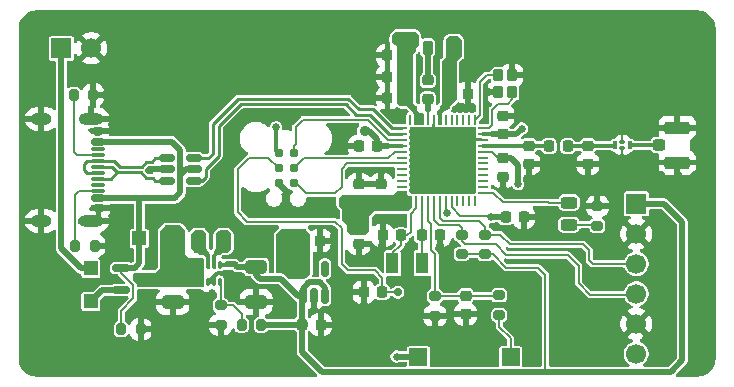
<source format=gbr>
%TF.GenerationSoftware,KiCad,Pcbnew,9.0.4*%
%TF.CreationDate,2025-09-25T07:19:07+02:00*%
%TF.ProjectId,stm32_sensirion_wb,73746d33-325f-4736-956e-736972696f6e,rev?*%
%TF.SameCoordinates,Original*%
%TF.FileFunction,Copper,L1,Top*%
%TF.FilePolarity,Positive*%
%FSLAX46Y46*%
G04 Gerber Fmt 4.6, Leading zero omitted, Abs format (unit mm)*
G04 Created by KiCad (PCBNEW 9.0.4) date 2025-09-25 07:19:07*
%MOMM*%
%LPD*%
G01*
G04 APERTURE LIST*
G04 Aperture macros list*
%AMRoundRect*
0 Rectangle with rounded corners*
0 $1 Rounding radius*
0 $2 $3 $4 $5 $6 $7 $8 $9 X,Y pos of 4 corners*
0 Add a 4 corners polygon primitive as box body*
4,1,4,$2,$3,$4,$5,$6,$7,$8,$9,$2,$3,0*
0 Add four circle primitives for the rounded corners*
1,1,$1+$1,$2,$3*
1,1,$1+$1,$4,$5*
1,1,$1+$1,$6,$7*
1,1,$1+$1,$8,$9*
0 Add four rect primitives between the rounded corners*
20,1,$1+$1,$2,$3,$4,$5,0*
20,1,$1+$1,$4,$5,$6,$7,0*
20,1,$1+$1,$6,$7,$8,$9,0*
20,1,$1+$1,$8,$9,$2,$3,0*%
G04 Aperture macros list end*
%TA.AperFunction,SMDPad,CuDef*%
%ADD10R,1.200000X1.200000*%
%TD*%
%TA.AperFunction,SMDPad,CuDef*%
%ADD11RoundRect,0.200000X-0.275000X0.200000X-0.275000X-0.200000X0.275000X-0.200000X0.275000X0.200000X0*%
%TD*%
%TA.AperFunction,SMDPad,CuDef*%
%ADD12RoundRect,0.225000X-0.250000X0.225000X-0.250000X-0.225000X0.250000X-0.225000X0.250000X0.225000X0*%
%TD*%
%TA.AperFunction,SMDPad,CuDef*%
%ADD13RoundRect,0.218750X-0.218750X-0.381250X0.218750X-0.381250X0.218750X0.381250X-0.218750X0.381250X0*%
%TD*%
%TA.AperFunction,SMDPad,CuDef*%
%ADD14RoundRect,0.218750X-0.218750X-0.256250X0.218750X-0.256250X0.218750X0.256250X-0.218750X0.256250X0*%
%TD*%
%TA.AperFunction,SMDPad,CuDef*%
%ADD15RoundRect,0.225000X0.250000X-0.225000X0.250000X0.225000X-0.250000X0.225000X-0.250000X-0.225000X0*%
%TD*%
%TA.AperFunction,SMDPad,CuDef*%
%ADD16RoundRect,0.150000X-0.587500X-0.150000X0.587500X-0.150000X0.587500X0.150000X-0.587500X0.150000X0*%
%TD*%
%TA.AperFunction,SMDPad,CuDef*%
%ADD17RoundRect,0.225000X0.225000X0.250000X-0.225000X0.250000X-0.225000X-0.250000X0.225000X-0.250000X0*%
%TD*%
%TA.AperFunction,SMDPad,CuDef*%
%ADD18RoundRect,0.102000X0.323000X-0.373000X0.323000X0.373000X-0.323000X0.373000X-0.323000X-0.373000X0*%
%TD*%
%TA.AperFunction,SMDPad,CuDef*%
%ADD19RoundRect,0.250000X-0.275000X-0.250000X0.275000X-0.250000X0.275000X0.250000X-0.275000X0.250000X0*%
%TD*%
%TA.AperFunction,SMDPad,CuDef*%
%ADD20RoundRect,0.250000X-0.850000X-0.275000X0.850000X-0.275000X0.850000X0.275000X-0.850000X0.275000X0*%
%TD*%
%TA.AperFunction,SMDPad,CuDef*%
%ADD21RoundRect,0.062500X0.062500X-0.375000X0.062500X0.375000X-0.062500X0.375000X-0.062500X-0.375000X0*%
%TD*%
%TA.AperFunction,SMDPad,CuDef*%
%ADD22RoundRect,0.062500X0.375000X-0.062500X0.375000X0.062500X-0.375000X0.062500X-0.375000X-0.062500X0*%
%TD*%
%TA.AperFunction,HeatsinkPad*%
%ADD23R,5.600000X5.600000*%
%TD*%
%TA.AperFunction,ComponentPad*%
%ADD24C,0.700000*%
%TD*%
%TA.AperFunction,ComponentPad*%
%ADD25C,4.400000*%
%TD*%
%TA.AperFunction,SMDPad,CuDef*%
%ADD26RoundRect,0.150000X0.150000X-0.512500X0.150000X0.512500X-0.150000X0.512500X-0.150000X-0.512500X0*%
%TD*%
%TA.AperFunction,SMDPad,CuDef*%
%ADD27RoundRect,0.200000X0.200000X0.275000X-0.200000X0.275000X-0.200000X-0.275000X0.200000X-0.275000X0*%
%TD*%
%TA.AperFunction,SMDPad,CuDef*%
%ADD28RoundRect,0.218750X0.256250X-0.218750X0.256250X0.218750X-0.256250X0.218750X-0.256250X-0.218750X0*%
%TD*%
%TA.AperFunction,SMDPad,CuDef*%
%ADD29R,1.500000X1.500000*%
%TD*%
%TA.AperFunction,ComponentPad*%
%ADD30R,1.700000X1.700000*%
%TD*%
%TA.AperFunction,ComponentPad*%
%ADD31C,1.700000*%
%TD*%
%TA.AperFunction,SMDPad,CuDef*%
%ADD32RoundRect,0.250000X-0.650000X0.325000X-0.650000X-0.325000X0.650000X-0.325000X0.650000X0.325000X0*%
%TD*%
%TA.AperFunction,SMDPad,CuDef*%
%ADD33RoundRect,0.050000X-0.100000X0.285000X-0.100000X-0.285000X0.100000X-0.285000X0.100000X0.285000X0*%
%TD*%
%TA.AperFunction,SMDPad,CuDef*%
%ADD34RoundRect,0.200000X-0.200000X-0.275000X0.200000X-0.275000X0.200000X0.275000X-0.200000X0.275000X0*%
%TD*%
%TA.AperFunction,SMDPad,CuDef*%
%ADD35RoundRect,0.243750X0.456250X-0.243750X0.456250X0.243750X-0.456250X0.243750X-0.456250X-0.243750X0*%
%TD*%
%TA.AperFunction,SMDPad,CuDef*%
%ADD36RoundRect,0.200000X0.275000X-0.200000X0.275000X0.200000X-0.275000X0.200000X-0.275000X-0.200000X0*%
%TD*%
%TA.AperFunction,SMDPad,CuDef*%
%ADD37RoundRect,0.225000X-0.225000X-0.250000X0.225000X-0.250000X0.225000X0.250000X-0.225000X0.250000X0*%
%TD*%
%TA.AperFunction,SMDPad,CuDef*%
%ADD38R,1.000000X1.800000*%
%TD*%
%TA.AperFunction,ConnectorPad*%
%ADD39C,0.787400*%
%TD*%
%TA.AperFunction,SMDPad,CuDef*%
%ADD40RoundRect,0.150000X-0.350000X0.150000X-0.350000X-0.150000X0.350000X-0.150000X0.350000X0.150000X0*%
%TD*%
%TA.AperFunction,SMDPad,CuDef*%
%ADD41RoundRect,0.150000X-0.425000X0.150000X-0.425000X-0.150000X0.425000X-0.150000X0.425000X0.150000X0*%
%TD*%
%TA.AperFunction,SMDPad,CuDef*%
%ADD42RoundRect,0.075000X-0.500000X0.075000X-0.500000X-0.075000X0.500000X-0.075000X0.500000X0.075000X0*%
%TD*%
%TA.AperFunction,HeatsinkPad*%
%ADD43O,2.100000X1.000000*%
%TD*%
%TA.AperFunction,HeatsinkPad*%
%ADD44O,1.800000X1.000000*%
%TD*%
%TA.AperFunction,SMDPad,CuDef*%
%ADD45RoundRect,0.150000X-0.512500X-0.150000X0.512500X-0.150000X0.512500X0.150000X-0.512500X0.150000X0*%
%TD*%
%TA.AperFunction,SMDPad,CuDef*%
%ADD46RoundRect,0.041250X-0.096250X-0.308750X0.096250X-0.308750X0.096250X0.308750X-0.096250X0.308750X0*%
%TD*%
%TA.AperFunction,SMDPad,CuDef*%
%ADD47RoundRect,0.036750X-0.188250X-0.085750X0.188250X-0.085750X0.188250X0.085750X-0.188250X0.085750X0*%
%TD*%
%TA.AperFunction,ViaPad*%
%ADD48C,0.650000*%
%TD*%
%TA.AperFunction,ViaPad*%
%ADD49C,0.700000*%
%TD*%
%TA.AperFunction,ViaPad*%
%ADD50C,0.900000*%
%TD*%
%TA.AperFunction,ViaPad*%
%ADD51C,0.600000*%
%TD*%
%TA.AperFunction,Conductor*%
%ADD52C,0.267200*%
%TD*%
%TA.AperFunction,Conductor*%
%ADD53C,0.350000*%
%TD*%
%TA.AperFunction,Conductor*%
%ADD54C,0.500000*%
%TD*%
%TA.AperFunction,Conductor*%
%ADD55C,0.300000*%
%TD*%
%TA.AperFunction,Conductor*%
%ADD56C,0.200000*%
%TD*%
%TA.AperFunction,Conductor*%
%ADD57C,1.000000*%
%TD*%
%TA.AperFunction,Conductor*%
%ADD58C,0.260000*%
%TD*%
G04 APERTURE END LIST*
D10*
%TO.P,D2,1,K*%
%TO.N,/SW_IN*%
X69012500Y-51290000D03*
%TO.P,D2,2,A*%
%TO.N,+5V*%
X66212500Y-51290000D03*
%TD*%
D11*
%TO.P,R5,1*%
%TO.N,Net-(U1-FB)*%
X73100000Y-56975000D03*
%TO.P,R5,2*%
%TO.N,GND*%
X73100000Y-58625000D03*
%TD*%
D12*
%TO.P,C2,1*%
%TO.N,+3V3*%
X84800000Y-50225000D03*
%TO.P,C2,2*%
%TO.N,GND*%
X84800000Y-51775000D03*
%TD*%
D13*
%TO.P,L3,1,1*%
%TO.N,/SMPS_LXL*%
X90637500Y-35150000D03*
%TO.P,L3,2,2*%
%TO.N,/SMPS_FB*%
X92762500Y-35150000D03*
%TD*%
D12*
%TO.P,C9,1*%
%TO.N,+3V3*%
X97000000Y-44525000D03*
%TO.P,C9,2*%
%TO.N,GND*%
X97000000Y-46075000D03*
%TD*%
D14*
%TO.P,L4,1,1*%
%TO.N,/RF*%
X100912500Y-43500000D03*
%TO.P,L4,2,2*%
%TO.N,/RF_MATCH_OUT*%
X102487500Y-43500000D03*
%TD*%
D15*
%TO.P,C3,1*%
%TO.N,+3V3*%
X86700000Y-48275000D03*
%TO.P,C3,2*%
%TO.N,GND*%
X86700000Y-46725000D03*
%TD*%
D16*
%TO.P,Q1,1,G*%
%TO.N,+5V*%
X64675000Y-53790000D03*
%TO.P,Q1,2,S*%
%TO.N,/VBAT_C*%
X64675000Y-55690000D03*
%TO.P,Q1,3,D*%
%TO.N,/SW_IN*%
X66550000Y-54740000D03*
%TD*%
D17*
%TO.P,C15,1*%
%TO.N,/LSE_IN*%
X88375000Y-51050000D03*
%TO.P,C15,2*%
%TO.N,GND*%
X86825000Y-51050000D03*
%TD*%
D18*
%TO.P,X2,1,1*%
%TO.N,/HSE_OUT*%
X97775000Y-38925000D03*
%TO.P,X2,2,2*%
%TO.N,GND*%
X97775000Y-37475000D03*
%TO.P,X2,3,3*%
%TO.N,/HSE_IN*%
X96625000Y-37475000D03*
%TO.P,X2,4,4*%
%TO.N,GND*%
X96625000Y-38925000D03*
%TD*%
D12*
%TO.P,C21,1*%
%TO.N,/RF_MATCH_OUT*%
X104200000Y-43450000D03*
%TO.P,C21,2*%
%TO.N,GND*%
X104200000Y-45000000D03*
%TD*%
D19*
%TO.P,J5,1,In*%
%TO.N,/RF_ANT*%
X110250000Y-43400000D03*
D20*
%TO.P,J5,2,Ext*%
%TO.N,GND*%
X111775000Y-41925000D03*
X111775000Y-44875000D03*
%TD*%
D13*
%TO.P,L1,1,1*%
%TO.N,/LX1*%
X71237500Y-51500000D03*
%TO.P,L1,2,2*%
%TO.N,/LX2*%
X73362500Y-51500000D03*
%TD*%
D21*
%TO.P,U3,1,VBAT*%
%TO.N,+3V3*%
X89150000Y-48137500D03*
%TO.P,U3,2,PC14*%
%TO.N,/LSE_IN*%
X89650000Y-48137500D03*
%TO.P,U3,3,PC15*%
%TO.N,/LSE_OUT*%
X90150000Y-48137500D03*
%TO.P,U3,4,PH3*%
%TO.N,/BOOT0*%
X90650000Y-48137500D03*
%TO.P,U3,5,PB8*%
%TO.N,/I2C_SCL*%
X91150000Y-48137500D03*
%TO.P,U3,6,PB9*%
%TO.N,/I2C_SDA*%
X91650000Y-48137500D03*
%TO.P,U3,7,NRST*%
%TO.N,/SWD_NRST*%
X92150000Y-48137500D03*
%TO.P,U3,8,VDDA*%
%TO.N,+3V3*%
X92650000Y-48137500D03*
%TO.P,U3,9,PA0*%
%TO.N,unconnected-(U3-PA0-Pad9)*%
X93150000Y-48137500D03*
%TO.P,U3,10,PA1*%
%TO.N,unconnected-(U3-PA1-Pad10)*%
X93650000Y-48137500D03*
%TO.P,U3,11,PA2*%
%TO.N,unconnected-(U3-PA2-Pad11)*%
X94150000Y-48137500D03*
%TO.P,U3,12,PA3*%
%TO.N,unconnected-(U3-PA3-Pad12)*%
X94650000Y-48137500D03*
D22*
%TO.P,U3,13,PA4*%
%TO.N,Net-(D3-A)*%
X95337500Y-47450000D03*
%TO.P,U3,14,PA5*%
%TO.N,unconnected-(U3-PA5-Pad14)*%
X95337500Y-46950000D03*
%TO.P,U3,15,PA6*%
%TO.N,unconnected-(U3-PA6-Pad15)*%
X95337500Y-46450000D03*
%TO.P,U3,16,PA7*%
%TO.N,unconnected-(U3-PA7-Pad16)*%
X95337500Y-45950000D03*
%TO.P,U3,17,PA8*%
%TO.N,unconnected-(U3-PA8-Pad17)*%
X95337500Y-45450000D03*
%TO.P,U3,18,PA9*%
%TO.N,unconnected-(U3-PA9-Pad18)*%
X95337500Y-44950000D03*
%TO.P,U3,19,PB2*%
%TO.N,unconnected-(U3-PB2-Pad19)*%
X95337500Y-44450000D03*
%TO.P,U3,20,VDD*%
%TO.N,+3V3*%
X95337500Y-43950000D03*
%TO.P,U3,21,RF1*%
%TO.N,/RF*%
X95337500Y-43450000D03*
%TO.P,U3,22,VSSRF*%
%TO.N,GND*%
X95337500Y-42950000D03*
%TO.P,U3,23,VDDRF*%
%TO.N,+3V3*%
X95337500Y-42450000D03*
%TO.P,U3,24,OSC_OUT*%
%TO.N,/HSE_OUT*%
X95337500Y-41950000D03*
D21*
%TO.P,U3,25,OSC_IN*%
%TO.N,/HSE_IN*%
X94650000Y-41262500D03*
%TO.P,U3,26,AT0*%
%TO.N,unconnected-(U3-AT0-Pad26)*%
X94150000Y-41262500D03*
%TO.P,U3,27,AT1*%
%TO.N,unconnected-(U3-AT1-Pad27)*%
X93650000Y-41262500D03*
%TO.P,U3,28,PB0*%
%TO.N,unconnected-(U3-PB0-Pad28)*%
X93150000Y-41262500D03*
%TO.P,U3,29,PB1*%
%TO.N,unconnected-(U3-PB1-Pad29)*%
X92650000Y-41262500D03*
%TO.P,U3,30,PE4*%
%TO.N,unconnected-(U3-PE4-Pad30)*%
X92150000Y-41262500D03*
%TO.P,U3,31,VFBSMPS*%
%TO.N,/SMPS_FB*%
X91650000Y-41262500D03*
%TO.P,U3,32,VSSSMPS*%
%TO.N,GND*%
X91150000Y-41262500D03*
%TO.P,U3,33,VLXSMPS*%
%TO.N,/SMPS_LX*%
X90650000Y-41262500D03*
%TO.P,U3,34,VDDSMPS*%
%TO.N,+3V3*%
X90150000Y-41262500D03*
%TO.P,U3,35,VDD*%
X89650000Y-41262500D03*
%TO.P,U3,36,PA10*%
%TO.N,unconnected-(U3-PA10-Pad36)*%
X89150000Y-41262500D03*
D22*
%TO.P,U3,37,PA11*%
%TO.N,/USB_D-*%
X88462500Y-41950000D03*
%TO.P,U3,38,PA12*%
%TO.N,/USB_D+*%
X88462500Y-42450000D03*
%TO.P,U3,39,PA13*%
%TO.N,/SWD_DIO*%
X88462500Y-42950000D03*
%TO.P,U3,40,VDDUSB*%
%TO.N,+3V3*%
X88462500Y-43450000D03*
%TO.P,U3,41,PA14*%
%TO.N,/SWD_CLK*%
X88462500Y-43950000D03*
%TO.P,U3,42,PA15*%
%TO.N,unconnected-(U3-PA15-Pad42)*%
X88462500Y-44450000D03*
%TO.P,U3,43,PB3*%
%TO.N,Net-(J4-SWO)*%
X88462500Y-44950000D03*
%TO.P,U3,44,PB4*%
%TO.N,unconnected-(U3-PB4-Pad44)*%
X88462500Y-45450000D03*
%TO.P,U3,45,PB5*%
%TO.N,unconnected-(U3-PB5-Pad45)*%
X88462500Y-45950000D03*
%TO.P,U3,46,PB6*%
%TO.N,unconnected-(U3-PB6-Pad46)*%
X88462500Y-46450000D03*
%TO.P,U3,47,PB7*%
%TO.N,unconnected-(U3-PB7-Pad47)*%
X88462500Y-46950000D03*
%TO.P,U3,48,VDD*%
%TO.N,+3V3*%
X88462500Y-47450000D03*
D23*
%TO.P,U3,49,VSS*%
%TO.N,GND*%
X91900000Y-44700000D03*
%TD*%
D24*
%TO.P,H1,1,1*%
%TO.N,GND*%
X110600000Y-34750000D03*
X111083274Y-33583274D03*
X111083274Y-35916726D03*
X112250000Y-33100000D03*
D25*
X112250000Y-34750000D03*
D24*
X112250000Y-36400000D03*
X113416726Y-33583274D03*
X113416726Y-35916726D03*
X113900000Y-34750000D03*
%TD*%
D26*
%TO.P,U4,1,IN*%
%TO.N,+5V_reg*%
X80050000Y-56137500D03*
%TO.P,U4,2,GND*%
%TO.N,GND*%
X81000000Y-56137500D03*
%TO.P,U4,3,EN*%
%TO.N,+5V_reg*%
X81950000Y-56137500D03*
%TO.P,U4,4,NC*%
%TO.N,unconnected-(U4-NC-Pad4)*%
X81950000Y-53862500D03*
%TO.P,U4,5,OUT*%
%TO.N,+3V3*%
X80050000Y-53862500D03*
%TD*%
D17*
%TO.P,C18,1*%
%TO.N,GND*%
X94025000Y-39050000D03*
%TO.P,C18,2*%
%TO.N,/SMPS_FB*%
X92475000Y-39050000D03*
%TD*%
D27*
%TO.P,R4,1*%
%TO.N,+5V_reg*%
X76525000Y-58600000D03*
%TO.P,R4,2*%
%TO.N,Net-(U1-FB)*%
X74875000Y-58600000D03*
%TD*%
D12*
%TO.P,C19,1*%
%TO.N,/BOOT0*%
X93850000Y-56175000D03*
%TO.P,C19,2*%
%TO.N,GND*%
X93850000Y-57725000D03*
%TD*%
D28*
%TO.P,L2,1,1*%
%TO.N,/SMPS_LX*%
X90650000Y-39487500D03*
%TO.P,L2,2,2*%
%TO.N,/SMPS_LXL*%
X90650000Y-37912500D03*
%TD*%
D29*
%TO.P,SW1,1,1*%
%TO.N,Net-(R10-Pad2)*%
X97650000Y-61350000D03*
%TO.P,SW1,2,2*%
%TO.N,+3V3*%
X89850000Y-61350000D03*
%TD*%
D15*
%TO.P,C12,1*%
%TO.N,+3V3*%
X97000000Y-42475000D03*
%TO.P,C12,2*%
%TO.N,GND*%
X97000000Y-40925000D03*
%TD*%
D17*
%TO.P,C11,1*%
%TO.N,+3V3*%
X88775000Y-37600000D03*
%TO.P,C11,2*%
%TO.N,GND*%
X87225000Y-37600000D03*
%TD*%
D24*
%TO.P,H2,1,1*%
%TO.N,GND*%
X57100000Y-60250000D03*
X57583274Y-59083274D03*
X57583274Y-61416726D03*
X58750000Y-58600000D03*
D25*
X58750000Y-60250000D03*
D24*
X58750000Y-61900000D03*
X59916726Y-59083274D03*
X59916726Y-61416726D03*
X60400000Y-60250000D03*
%TD*%
D30*
%TO.P,J3,1,Pin_1*%
%TO.N,+5V_reg*%
X108300000Y-48370000D03*
D31*
%TO.P,J3,2,Pin_2*%
%TO.N,GND*%
X108300000Y-50910000D03*
%TO.P,J3,3,Pin_3*%
%TO.N,/I2C_SDA*%
X108300000Y-53450000D03*
%TO.P,J3,4,Pin_4*%
%TO.N,/I2C_SCL*%
X108300000Y-55990000D03*
%TO.P,J3,5,Pin_5*%
%TO.N,GND*%
X108300000Y-58530000D03*
%TO.P,J3,6,Pin_6*%
%TO.N,unconnected-(J3-Pin_6-Pad6)*%
X108300000Y-61070000D03*
%TD*%
D32*
%TO.P,C1,1*%
%TO.N,/SW_IN*%
X69050000Y-53765000D03*
%TO.P,C1,2*%
%TO.N,GND*%
X69050000Y-56715000D03*
%TD*%
D15*
%TO.P,C6,1*%
%TO.N,+3V3*%
X84800000Y-48275000D03*
%TO.P,C6,2*%
%TO.N,GND*%
X84800000Y-46725000D03*
%TD*%
D33*
%TO.P,U1,1,VOUT*%
%TO.N,+5V_reg*%
X73050000Y-53520000D03*
%TO.P,U1,2,LX2*%
%TO.N,/LX2*%
X72550000Y-53520000D03*
%TO.P,U1,3,LX1*%
%TO.N,/LX1*%
X72050000Y-53520000D03*
%TO.P,U1,4,VIN*%
%TO.N,/SW_IN*%
X71550000Y-53520000D03*
%TO.P,U1,5,EN*%
X71550000Y-55000000D03*
%TO.P,U1,6,MODE*%
%TO.N,GND*%
X72050000Y-55000000D03*
%TO.P,U1,7,GND*%
X72550000Y-55000000D03*
%TO.P,U1,8,FB*%
%TO.N,Net-(U1-FB)*%
X73050000Y-55000000D03*
%TD*%
D11*
%TO.P,R10,1*%
%TO.N,/BOOT0*%
X96700000Y-56125000D03*
%TO.P,R10,2*%
%TO.N,Net-(R10-Pad2)*%
X96700000Y-57775000D03*
%TD*%
D34*
%TO.P,R2,1*%
%TO.N,/USB_CC2*%
X60775000Y-51900000D03*
%TO.P,R2,2*%
%TO.N,GND*%
X62425000Y-51900000D03*
%TD*%
D35*
%TO.P,D3,1,K*%
%TO.N,/LED_K*%
X102600000Y-50137500D03*
%TO.P,D3,2,A*%
%TO.N,Net-(D3-A)*%
X102600000Y-48262500D03*
%TD*%
D34*
%TO.P,R1,1*%
%TO.N,+5V*%
X64675000Y-59000000D03*
%TO.P,R1,2*%
%TO.N,GND*%
X66325000Y-59000000D03*
%TD*%
D36*
%TO.P,R8,1*%
%TO.N,+5V_reg*%
X93500000Y-52625000D03*
%TO.P,R8,2*%
%TO.N,/I2C_SCL*%
X93500000Y-50975000D03*
%TD*%
D34*
%TO.P,R3,1*%
%TO.N,/USB_CC1*%
X60675000Y-39150000D03*
%TO.P,R3,2*%
%TO.N,GND*%
X62325000Y-39150000D03*
%TD*%
D37*
%TO.P,C5,1*%
%TO.N,+3V3*%
X97225000Y-49500000D03*
%TO.P,C5,2*%
%TO.N,GND*%
X98775000Y-49500000D03*
%TD*%
D36*
%TO.P,R7,1*%
%TO.N,+5V_reg*%
X95500000Y-52625000D03*
%TO.P,R7,2*%
%TO.N,/I2C_SDA*%
X95500000Y-50975000D03*
%TD*%
D17*
%TO.P,C17,1*%
%TO.N,/SWD_NRST*%
X86775000Y-55850000D03*
%TO.P,C17,2*%
%TO.N,GND*%
X85225000Y-55850000D03*
%TD*%
D38*
%TO.P,X1,1,1*%
%TO.N,/LSE_OUT*%
X90150000Y-53400000D03*
%TO.P,X1,2,2*%
%TO.N,/LSE_IN*%
X87650000Y-53400000D03*
%TD*%
D37*
%TO.P,C13,1*%
%TO.N,+5V_reg*%
X80025000Y-58600000D03*
%TO.P,C13,2*%
%TO.N,GND*%
X81575000Y-58600000D03*
%TD*%
D17*
%TO.P,C8,1*%
%TO.N,+3V3*%
X88775000Y-35800000D03*
%TO.P,C8,2*%
%TO.N,GND*%
X87225000Y-35800000D03*
%TD*%
D39*
%TO.P,J4,1,VCC*%
%TO.N,+3V3*%
X78000000Y-44100000D03*
%TO.P,J4,2,SWDIO*%
%TO.N,/SWD_DIO*%
X79270000Y-44100000D03*
%TO.P,J4,3,~{RESET}*%
%TO.N,/SWD_NRST*%
X78000000Y-45370000D03*
%TO.P,J4,4,SWCLK*%
%TO.N,/SWD_CLK*%
X79270000Y-45370000D03*
%TO.P,J4,5,GND*%
%TO.N,GND*%
X78000000Y-46640000D03*
%TO.P,J4,6,SWO*%
%TO.N,Net-(J4-SWO)*%
X79270000Y-46640000D03*
%TD*%
D37*
%TO.P,C14,1*%
%TO.N,/LSE_OUT*%
X90125000Y-51050000D03*
%TO.P,C14,2*%
%TO.N,GND*%
X91675000Y-51050000D03*
%TD*%
D30*
%TO.P,J1,1,Pin_1*%
%TO.N,/VBAT_A*%
X59625000Y-35200000D03*
D31*
%TO.P,J1,2,Pin_2*%
%TO.N,GND*%
X62165000Y-35200000D03*
%TD*%
D37*
%TO.P,C16,1*%
%TO.N,+3V3*%
X80000000Y-51500000D03*
%TO.P,C16,2*%
%TO.N,GND*%
X81550000Y-51500000D03*
%TD*%
D40*
%TO.P,J2,A1,GND*%
%TO.N,GND*%
X62680000Y-42230000D03*
D41*
%TO.P,J2,A4,VBUS*%
%TO.N,+5V*%
X62680000Y-43100000D03*
D42*
%TO.P,J2,A5,CC1*%
%TO.N,/USB_CC1*%
X62680000Y-44250000D03*
%TO.P,J2,A6,D+*%
%TO.N,/USBC_D+*%
X62680000Y-45250000D03*
%TO.P,J2,A7,D-*%
%TO.N,/USBC_D-*%
X62680000Y-45750000D03*
%TO.P,J2,A8,SBU1*%
%TO.N,unconnected-(J2-SBU1-PadA8)*%
X62680000Y-46750000D03*
D41*
%TO.P,J2,A9,VBUS*%
%TO.N,+5V*%
X62680000Y-47900000D03*
D40*
%TO.P,J2,A12,GND*%
%TO.N,GND*%
X62760000Y-48700000D03*
%TO.P,J2,B1,GND*%
X62760000Y-48700000D03*
D41*
%TO.P,J2,B4,VBUS*%
%TO.N,+5V*%
X62680000Y-47900000D03*
D42*
%TO.P,J2,B5,CC2*%
%TO.N,/USB_CC2*%
X62680000Y-47250000D03*
%TO.P,J2,B6,D+*%
%TO.N,/USBC_D+*%
X62680000Y-46250000D03*
%TO.P,J2,B7,D-*%
%TO.N,/USBC_D-*%
X62680000Y-44750000D03*
%TO.P,J2,B8,SBU2*%
%TO.N,unconnected-(J2-SBU2-PadB8)*%
X62680000Y-43750000D03*
D41*
%TO.P,J2,B9,VBUS*%
%TO.N,+5V*%
X62680000Y-43100000D03*
D40*
%TO.P,J2,B12,GND*%
%TO.N,GND*%
X62680000Y-42230000D03*
D43*
%TO.P,J2,S1,SHIELD*%
X62105000Y-41180000D03*
D44*
X57925000Y-41180000D03*
D43*
X62105000Y-49820000D03*
D44*
X57925000Y-49820000D03*
%TD*%
D12*
%TO.P,C20,1*%
%TO.N,/RF*%
X99200000Y-43450000D03*
%TO.P,C20,2*%
%TO.N,GND*%
X99200000Y-45000000D03*
%TD*%
D11*
%TO.P,R9,1*%
%TO.N,/BOOT0*%
X91250000Y-56200000D03*
%TO.P,R9,2*%
%TO.N,GND*%
X91250000Y-57850000D03*
%TD*%
%TO.P,R6,1*%
%TO.N,GND*%
X105000000Y-48575000D03*
%TO.P,R6,2*%
%TO.N,/LED_K*%
X105000000Y-50225000D03*
%TD*%
D45*
%TO.P,U2,1,I/O1*%
%TO.N,/USBC_D-*%
X68562500Y-44510000D03*
%TO.P,U2,2,GND*%
%TO.N,GND*%
X68562500Y-45460000D03*
%TO.P,U2,3,I/O2*%
%TO.N,/USBC_D+*%
X68562500Y-46410000D03*
%TO.P,U2,4,I/O2*%
%TO.N,/USB_D+*%
X70837500Y-46410000D03*
%TO.P,U2,5,VBUS*%
%TO.N,+5V*%
X70837500Y-45460000D03*
%TO.P,U2,6,I/O1*%
%TO.N,/USB_D-*%
X70837500Y-44510000D03*
%TD*%
D32*
%TO.P,C7,1*%
%TO.N,+5V_reg*%
X76100000Y-53725000D03*
%TO.P,C7,2*%
%TO.N,GND*%
X76100000Y-56675000D03*
%TD*%
D17*
%TO.P,C4,1*%
%TO.N,+3V3*%
X86375000Y-43500000D03*
%TO.P,C4,2*%
%TO.N,GND*%
X84825000Y-43500000D03*
%TD*%
D10*
%TO.P,D1,1,K*%
%TO.N,/VBAT_C*%
X62112500Y-56640000D03*
%TO.P,D1,2,A*%
%TO.N,/VBAT_A*%
X62112500Y-53840000D03*
%TD*%
D17*
%TO.P,C10,1*%
%TO.N,+3V3*%
X88775000Y-39400000D03*
%TO.P,C10,2*%
%TO.N,GND*%
X87225000Y-39400000D03*
%TD*%
D46*
%TO.P,FLT1,1,IN*%
%TO.N,/RF_MATCH_OUT*%
X106500000Y-43400000D03*
D47*
%TO.P,FLT1,2*%
%TO.N,GND*%
X107112500Y-43169000D03*
D46*
%TO.P,FLT1,3,OUT*%
%TO.N,/RF_ANT*%
X107725000Y-43400000D03*
D47*
%TO.P,FLT1,4*%
%TO.N,GND*%
X107112500Y-43624000D03*
%TD*%
D48*
%TO.N,GND*%
X72400000Y-55900000D03*
D49*
X94000000Y-42600000D03*
X83581250Y-43500000D03*
D50*
X69500000Y-33000000D03*
D49*
X85981250Y-39400000D03*
D50*
X62500000Y-62000000D03*
D49*
X94000000Y-44700000D03*
D50*
X78500000Y-38000000D03*
D49*
X97000000Y-47150000D03*
X88100000Y-57250000D03*
D50*
X65500000Y-62000000D03*
D49*
X67100000Y-45500000D03*
X94000000Y-46800000D03*
X91800000Y-46800000D03*
D50*
X78500000Y-33000000D03*
D49*
X92900000Y-45800000D03*
X95700000Y-38900000D03*
X89800000Y-46800000D03*
X77800000Y-57800000D03*
X77800000Y-56700000D03*
D50*
X77500000Y-62000000D03*
D49*
X94400000Y-40200000D03*
D51*
X58000000Y-43250000D03*
D50*
X104500000Y-58000000D03*
D49*
X109150000Y-59850000D03*
X99200000Y-46200000D03*
X113300000Y-45900000D03*
X107100000Y-44500000D03*
X91700000Y-51950000D03*
D50*
X57500000Y-33000000D03*
X103000000Y-60500000D03*
D49*
X105000000Y-47500000D03*
X82800000Y-58000000D03*
D50*
X75500000Y-33000000D03*
D49*
X100018750Y-49500000D03*
X97800000Y-36181250D03*
X93500000Y-40200000D03*
D50*
X69500000Y-38000000D03*
X81500000Y-33000000D03*
X68000000Y-40500000D03*
D49*
X64300000Y-42300000D03*
D50*
X66500000Y-38000000D03*
D49*
X64200000Y-48700000D03*
X89800000Y-42600000D03*
X111800000Y-45900000D03*
D50*
X102000000Y-33000000D03*
X57500000Y-55000000D03*
X95500000Y-33000000D03*
D49*
X72300000Y-59900000D03*
X91800000Y-42600000D03*
D50*
X74500000Y-62000000D03*
D49*
X85225000Y-56950000D03*
D50*
X108000000Y-38000000D03*
D49*
X91000000Y-43700000D03*
D50*
X66500000Y-33000000D03*
X60500000Y-33000000D03*
D49*
X86750000Y-45600000D03*
X76500000Y-47800000D03*
X107100000Y-42200000D03*
X98200000Y-40925000D03*
D50*
X68500000Y-62000000D03*
X106000000Y-60500000D03*
D49*
X82700000Y-52000000D03*
X63300000Y-39150000D03*
X70500000Y-58200000D03*
D50*
X71000000Y-40500000D03*
D49*
X70500000Y-59600000D03*
X93850000Y-58900000D03*
D50*
X73000000Y-48000000D03*
D51*
X58000000Y-47750000D03*
D49*
X84800000Y-53012500D03*
D50*
X72500000Y-33000000D03*
D49*
X86081250Y-35800000D03*
X111800000Y-40500000D03*
X92700000Y-43700000D03*
D50*
X101500000Y-58000000D03*
D49*
X89800000Y-44600000D03*
X67700000Y-59600000D03*
X73700000Y-59900000D03*
X82700000Y-51100000D03*
X113200000Y-40500000D03*
X91000000Y-45700000D03*
D50*
X99000000Y-33000000D03*
X81500000Y-38000000D03*
D49*
X109250000Y-52100000D03*
D51*
X58750000Y-45500000D03*
D49*
X81000000Y-57400000D03*
D50*
X100500000Y-35500000D03*
D49*
X86081250Y-37600000D03*
D50*
X71500000Y-62000000D03*
D49*
X84800000Y-45600000D03*
X63750000Y-51900000D03*
D50*
X111000000Y-38000000D03*
D49*
X67700000Y-58200000D03*
X82800000Y-59400000D03*
X91250000Y-58900000D03*
X110400000Y-45900000D03*
D51*
X57000000Y-45500000D03*
D49*
X104200000Y-46200000D03*
D50*
X75500000Y-38000000D03*
X63500000Y-33000000D03*
X105000000Y-38000000D03*
D49*
X76100000Y-55450000D03*
D50*
X106500000Y-35500000D03*
X76000000Y-51000000D03*
D49*
X69100000Y-59600000D03*
D50*
X103500000Y-35500000D03*
X84500000Y-33000000D03*
X105000000Y-33000000D03*
X102000000Y-38000000D03*
D49*
X77800000Y-55500000D03*
X69100000Y-58200000D03*
D50*
X72500000Y-38000000D03*
D49*
X86800000Y-51950000D03*
D48*
X71100000Y-56000000D03*
D49*
X110400000Y-40500000D03*
D50*
X108000000Y-33000000D03*
D48*
%TO.N,+3V3*%
X78500000Y-53850000D03*
X77800000Y-41900000D03*
X78500000Y-51000000D03*
X88000000Y-61300000D03*
X98300000Y-46700000D03*
D50*
X85300000Y-42200000D03*
D48*
X88200000Y-34400000D03*
X89300000Y-34400000D03*
X96000000Y-49500000D03*
X78500000Y-52000000D03*
X98600000Y-42000000D03*
X83600000Y-48300000D03*
X83900000Y-49200000D03*
%TO.N,/SWD_NRST*%
X92289450Y-49175000D03*
D49*
X88100000Y-55850000D03*
%TD*%
D52*
%TO.N,/USBC_D-*%
X64082624Y-44750000D02*
X62680000Y-44750000D01*
X67263349Y-44815400D02*
X66816429Y-44815400D01*
X66407029Y-45224800D02*
X64557424Y-45224800D01*
X67568749Y-44510000D02*
X67263349Y-44815400D01*
X66816429Y-44815400D02*
X66407029Y-45224800D01*
X68562500Y-44510000D02*
X67568749Y-44510000D01*
X64557424Y-45224800D02*
X64082624Y-44750000D01*
%TO.N,/USBC_D+*%
X63917376Y-45250000D02*
X62680000Y-45250000D01*
X64362576Y-45695200D02*
X63917376Y-45250000D01*
X63807776Y-46250000D02*
X64362576Y-45695200D01*
X62680000Y-46250000D02*
X63807776Y-46250000D01*
X66327029Y-45695200D02*
X64362576Y-45695200D01*
X67568749Y-46410000D02*
X67343349Y-46184600D01*
X68562500Y-46410000D02*
X67568749Y-46410000D01*
X67343349Y-46184600D02*
X66816429Y-46184600D01*
X66816429Y-46184600D02*
X66327029Y-45695200D01*
%TO.N,/USB_D+*%
X71490000Y-46410000D02*
X70837500Y-46410000D01*
X71834600Y-46065400D02*
X71490000Y-46410000D01*
X71834600Y-45412900D02*
X71834600Y-46065400D01*
X72935200Y-44312300D02*
X71834600Y-45412900D01*
X72935200Y-41797424D02*
X72935200Y-44312300D01*
X84582776Y-40815400D02*
X83702576Y-39935200D01*
X87385116Y-42435200D02*
X85765316Y-40815400D01*
X83702576Y-39935200D02*
X74797424Y-39935200D01*
X87791449Y-42435200D02*
X87385116Y-42435200D01*
X87806249Y-42450000D02*
X87791449Y-42435200D01*
X85765316Y-40815400D02*
X84582776Y-40815400D01*
X88462500Y-42450000D02*
X87806249Y-42450000D01*
X74797424Y-39935200D02*
X72935200Y-41797424D01*
%TO.N,/USB_D-*%
X72464800Y-44117453D02*
X72072253Y-44510000D01*
X72464800Y-41602576D02*
X72464800Y-44117453D01*
X74602576Y-39464800D02*
X72464800Y-41602576D01*
X83897424Y-39464800D02*
X74602576Y-39464800D01*
X85960154Y-40345020D02*
X84777644Y-40345020D01*
X72072253Y-44510000D02*
X70837500Y-44510000D01*
X87579934Y-41964800D02*
X85960154Y-40345020D01*
X87791449Y-41964800D02*
X87579934Y-41964800D01*
X87806249Y-41950000D02*
X87791449Y-41964800D01*
X88462500Y-41950000D02*
X87806249Y-41950000D01*
X84777644Y-40345020D02*
X83897424Y-39464800D01*
D53*
%TO.N,/RF_ANT*%
X107725000Y-43400000D02*
X110250000Y-43400000D01*
%TO.N,/RF_MATCH_OUT*%
X106450000Y-43450000D02*
X106500000Y-43400000D01*
X104200000Y-43450000D02*
X106450000Y-43450000D01*
X104150000Y-43500000D02*
X104200000Y-43450000D01*
X102487500Y-43500000D02*
X104150000Y-43500000D01*
%TO.N,/RF*%
X100862500Y-43450000D02*
X100912500Y-43500000D01*
X99200000Y-43450000D02*
X100862500Y-43450000D01*
X95337500Y-43450000D02*
X99200000Y-43450000D01*
D54*
%TO.N,GND*%
X67140000Y-45460000D02*
X67100000Y-45500000D01*
X99200000Y-46200000D02*
X99200000Y-45000000D01*
D55*
X72050000Y-55000000D02*
X72844000Y-54206000D01*
D54*
X86800000Y-51950000D02*
X86800000Y-51231250D01*
X97000000Y-40925000D02*
X98200000Y-40925000D01*
D56*
X107112500Y-42212500D02*
X107100000Y-42200000D01*
D55*
X72550000Y-55000000D02*
X72050000Y-55000000D01*
D54*
X62325000Y-39150000D02*
X63300000Y-39150000D01*
X86700000Y-46725000D02*
X86700000Y-45650000D01*
X84800000Y-45600000D02*
X84800000Y-46725000D01*
D55*
X72844000Y-54206000D02*
X73200000Y-54206000D01*
D56*
X107112500Y-44487500D02*
X107100000Y-44500000D01*
D54*
X93850000Y-57800000D02*
X93850000Y-58900000D01*
X95700000Y-38900000D02*
X96618750Y-38900000D01*
X86081250Y-35800000D02*
X87318750Y-35800000D01*
X100018750Y-49500000D02*
X98781250Y-49500000D01*
X97800000Y-36181250D02*
X97800000Y-37418750D01*
X86081250Y-37600000D02*
X87318750Y-37600000D01*
X104200000Y-46200000D02*
X104200000Y-45000000D01*
X97000000Y-47150000D02*
X97000000Y-46075000D01*
X91250000Y-57800000D02*
X91250000Y-58900000D01*
X84800000Y-53012500D02*
X84800000Y-51775000D01*
X86700000Y-45650000D02*
X86750000Y-45600000D01*
D56*
X107112500Y-43169000D02*
X107112500Y-42212500D01*
D54*
X62475000Y-51900000D02*
X63750000Y-51900000D01*
D55*
X72550000Y-54500000D02*
X72844000Y-54206000D01*
D54*
X85981250Y-39400000D02*
X87218750Y-39400000D01*
X85225000Y-55850000D02*
X85225000Y-56950000D01*
X68562500Y-45460000D02*
X67140000Y-45460000D01*
X91700000Y-51950000D02*
X91700000Y-51231250D01*
D56*
X107112500Y-43624000D02*
X107112500Y-44487500D01*
D54*
X83581250Y-43500000D02*
X84818750Y-43500000D01*
D55*
X72550000Y-55000000D02*
X72550000Y-54500000D01*
%TO.N,+3V3*%
X95337500Y-42450000D02*
X96054930Y-42450000D01*
D54*
X98125000Y-42475000D02*
X98600000Y-42000000D01*
X98274000Y-45074000D02*
X97725000Y-44525000D01*
X97000000Y-42475000D02*
X98125000Y-42475000D01*
D55*
X87350000Y-43450000D02*
X87300000Y-43500000D01*
X77788700Y-41911300D02*
X77800000Y-41900000D01*
D56*
X97000000Y-44525000D02*
X96625000Y-44525000D01*
X92650000Y-48650000D02*
X93400000Y-49400000D01*
D55*
X78000000Y-44100000D02*
X77788700Y-43888700D01*
D54*
X97000000Y-42475000D02*
X96079930Y-42475000D01*
D56*
X92650000Y-48137500D02*
X92650000Y-48650000D01*
D54*
X98300000Y-46700000D02*
X98274000Y-46674000D01*
D56*
X96050000Y-43950000D02*
X95337500Y-43950000D01*
D54*
X97200000Y-49525000D02*
X97225000Y-49500000D01*
D55*
X77788700Y-43888700D02*
X77788700Y-41911300D01*
D56*
X96625000Y-44525000D02*
X96050000Y-43950000D01*
D54*
X97225000Y-49500000D02*
X96000000Y-49500000D01*
D56*
X93400000Y-49400000D02*
X95900000Y-49400000D01*
D54*
X98274000Y-46674000D02*
X98274000Y-45074000D01*
X85300000Y-42200000D02*
X85650000Y-42200000D01*
X97725000Y-44525000D02*
X97000000Y-44525000D01*
X88000000Y-61300000D02*
X89800000Y-61300000D01*
D55*
X88462500Y-43450000D02*
X87350000Y-43450000D01*
D54*
X85650000Y-42200000D02*
X86375000Y-42925000D01*
D56*
X95900000Y-49400000D02*
X96000000Y-49500000D01*
D54*
X86375000Y-43500000D02*
X87300000Y-43500000D01*
X86375000Y-42925000D02*
X86375000Y-43500000D01*
D55*
X96054930Y-42450000D02*
X96079930Y-42475000D01*
D54*
X89800000Y-61300000D02*
X89850000Y-61350000D01*
%TO.N,+5V_reg*%
X78199000Y-54699000D02*
X76399000Y-54699000D01*
D56*
X96125000Y-52625000D02*
X97300000Y-53800000D01*
D55*
X73050000Y-53520000D02*
X73580000Y-53520000D01*
D54*
X73600000Y-53500000D02*
X74275000Y-53500000D01*
D56*
X100000000Y-53800000D02*
X100600000Y-54400000D01*
X100600000Y-62500000D02*
X100700000Y-62600000D01*
D54*
X79637500Y-56137500D02*
X78199000Y-54699000D01*
X81950000Y-56137500D02*
X81950000Y-55475001D01*
X80050000Y-55570900D02*
X80050000Y-56137500D01*
X74275000Y-53500000D02*
X74500000Y-53725000D01*
X112200000Y-61600000D02*
X111200000Y-62600000D01*
X76100000Y-54400000D02*
X76100000Y-53725000D01*
X111200000Y-62600000D02*
X100700000Y-62600000D01*
X80596900Y-55024000D02*
X80050000Y-55570900D01*
D57*
X80025000Y-58600000D02*
X79949000Y-58524000D01*
D54*
X81498999Y-55024000D02*
X80596900Y-55024000D01*
X74500000Y-53725000D02*
X76100000Y-53725000D01*
X108300000Y-48370000D02*
X110670000Y-48370000D01*
X110670000Y-48370000D02*
X112200000Y-49900000D01*
D56*
X95500000Y-52625000D02*
X96125000Y-52625000D01*
D54*
X80025000Y-56162500D02*
X80050000Y-56137500D01*
X80050000Y-56137500D02*
X79637500Y-56137500D01*
X76525000Y-58600000D02*
X80025000Y-58600000D01*
D56*
X97300000Y-53800000D02*
X100000000Y-53800000D01*
D54*
X81950000Y-55475001D02*
X81498999Y-55024000D01*
X112200000Y-49900000D02*
X112200000Y-61600000D01*
X80000000Y-60900000D02*
X80025000Y-60875000D01*
D56*
X100600000Y-54400000D02*
X100600000Y-62500000D01*
D54*
X80025000Y-58600000D02*
X80025000Y-56162500D01*
X100700000Y-62600000D02*
X81700000Y-62600000D01*
X76399000Y-54699000D02*
X76100000Y-54400000D01*
D56*
X93500000Y-52625000D02*
X95500000Y-52625000D01*
D54*
X80025000Y-60875000D02*
X80025000Y-58600000D01*
X81700000Y-62600000D02*
X80000000Y-60900000D01*
D56*
%TO.N,/LSE_OUT*%
X90150000Y-51075000D02*
X90125000Y-51050000D01*
X90150000Y-53400000D02*
X90150000Y-51075000D01*
X90150000Y-48137500D02*
X90150000Y-51025000D01*
X90150000Y-51025000D02*
X90125000Y-51050000D01*
%TO.N,/LSE_IN*%
X89200000Y-50750000D02*
X88900000Y-51050000D01*
X87650000Y-53400000D02*
X87650000Y-52550000D01*
X89200000Y-49200000D02*
X89200000Y-50750000D01*
X88375000Y-51825000D02*
X88375000Y-51050000D01*
X88900000Y-51050000D02*
X88375000Y-51050000D01*
X89650000Y-48137500D02*
X89650000Y-48750000D01*
X87650000Y-52550000D02*
X88375000Y-51825000D01*
X89650000Y-48750000D02*
X89200000Y-49200000D01*
%TO.N,/SWD_NRST*%
X83350000Y-50450000D02*
X82800000Y-49900000D01*
X92275000Y-49160550D02*
X92275000Y-48925000D01*
X82800000Y-49900000D02*
X75350000Y-49900000D01*
X88100000Y-55850000D02*
X86775000Y-55850000D01*
X92275000Y-48925000D02*
X92150000Y-48800000D01*
X83900000Y-54000000D02*
X83350000Y-53450000D01*
X92150000Y-48800000D02*
X92150000Y-48137500D01*
X92289450Y-49175000D02*
X92275000Y-49160550D01*
X75478464Y-44516550D02*
X77146550Y-44516550D01*
X86775000Y-54625000D02*
X86150000Y-54000000D01*
X86775000Y-55850000D02*
X86775000Y-54625000D01*
X83350000Y-53450000D02*
X83350000Y-50450000D01*
X74550000Y-45445014D02*
X75478464Y-44516550D01*
X86150000Y-54000000D02*
X83900000Y-54000000D01*
X74550000Y-49100000D02*
X74550000Y-45445014D01*
X77146550Y-44516550D02*
X78000000Y-45370000D01*
X75350000Y-49900000D02*
X74550000Y-49100000D01*
%TO.N,/BOOT0*%
X91250000Y-56100000D02*
X91250000Y-52648000D01*
X90900000Y-50100000D02*
X90650000Y-49850000D01*
X90650000Y-49850000D02*
X90650000Y-48137500D01*
X93825000Y-56200000D02*
X93850000Y-56175000D01*
X91250000Y-52648000D02*
X90900000Y-52298000D01*
X91350000Y-56200000D02*
X93825000Y-56200000D01*
X93850000Y-56175000D02*
X96650000Y-56175000D01*
X90900000Y-52298000D02*
X90900000Y-50100000D01*
X91350000Y-56200000D02*
X91250000Y-56100000D01*
X96650000Y-56175000D02*
X96700000Y-56125000D01*
D54*
%TO.N,/VBAT_C*%
X63062500Y-55690000D02*
X62112500Y-56640000D01*
X64675000Y-55690000D02*
X63062500Y-55690000D01*
%TO.N,/VBAT_A*%
X62112500Y-53840000D02*
X61313804Y-53840000D01*
X59625000Y-52151196D02*
X59625000Y-35200000D01*
X61313804Y-53840000D02*
X59625000Y-52151196D01*
%TO.N,+5V*%
X66212500Y-47900000D02*
X65700000Y-47900000D01*
X64675000Y-53790000D02*
X65810000Y-53790000D01*
D56*
X64675000Y-59000000D02*
X64675000Y-57425000D01*
D54*
X66212500Y-51290000D02*
X66212500Y-47900000D01*
X69700000Y-45935001D02*
X69700000Y-43800000D01*
D56*
X64675000Y-57425000D02*
X65713500Y-56386500D01*
D54*
X69200000Y-47900000D02*
X69700000Y-47400000D01*
D56*
X64675000Y-54244468D02*
X64675000Y-53790000D01*
D54*
X62680000Y-47900000D02*
X65700000Y-47900000D01*
X69700000Y-47400000D02*
X69700000Y-45935001D01*
D56*
X65713500Y-56386500D02*
X65713500Y-55282968D01*
D54*
X69000000Y-43100000D02*
X62680000Y-43100000D01*
X69700000Y-45935001D02*
X70175001Y-45460000D01*
X66212500Y-53387500D02*
X66212500Y-51290000D01*
X65700000Y-47900000D02*
X69200000Y-47900000D01*
X70175001Y-45460000D02*
X70837500Y-45460000D01*
D56*
X65713500Y-55282968D02*
X64675000Y-54244468D01*
D54*
X65810000Y-53790000D02*
X66212500Y-53387500D01*
X69700000Y-43800000D02*
X69000000Y-43100000D01*
D56*
%TO.N,/LED_K*%
X104912500Y-50137500D02*
X105000000Y-50225000D01*
X102600000Y-50137500D02*
X104912500Y-50137500D01*
%TO.N,Net-(D3-A)*%
X97000000Y-48250000D02*
X100900000Y-48250000D01*
X96200000Y-47450000D02*
X97000000Y-48250000D01*
X100900000Y-48250000D02*
X100912500Y-48262500D01*
X100912500Y-48262500D02*
X102600000Y-48262500D01*
X95337500Y-47450000D02*
X96200000Y-47450000D01*
D53*
%TO.N,/RF_ANT*%
X110224000Y-43276000D02*
X110250000Y-43250000D01*
D58*
%TO.N,/USBC_D-*%
X61500000Y-45500000D02*
X61500000Y-45000000D01*
X61750000Y-44750000D02*
X62680000Y-44750000D01*
X62680000Y-45750000D02*
X61750000Y-45750000D01*
X61500000Y-45000000D02*
X61750000Y-44750000D01*
X61750000Y-45750000D02*
X61500000Y-45500000D01*
D56*
%TO.N,/USB_CC2*%
X61150000Y-47250000D02*
X60750000Y-47650000D01*
X60750000Y-51825000D02*
X60825000Y-51900000D01*
X62680000Y-47250000D02*
X61150000Y-47250000D01*
X60750000Y-47650000D02*
X60750000Y-51825000D01*
%TO.N,/USB_CC1*%
X62680000Y-44250000D02*
X60950000Y-44250000D01*
X60650000Y-43950000D02*
X60650000Y-39325000D01*
X60650000Y-39325000D02*
X60675000Y-39300000D01*
X60675000Y-39300000D02*
X60675000Y-39150000D01*
X60950000Y-44250000D02*
X60650000Y-43950000D01*
%TO.N,/I2C_SCL*%
X93500000Y-50975000D02*
X93500000Y-51500000D01*
X102500000Y-52700000D02*
X103400000Y-53600000D01*
X108230000Y-56060000D02*
X108300000Y-55990000D01*
X93500000Y-50400000D02*
X93500000Y-50975000D01*
X91150000Y-48137500D02*
X91150000Y-49782900D01*
X93300000Y-50200000D02*
X93500000Y-50400000D01*
X103400000Y-53600000D02*
X103400000Y-55100000D01*
X93800000Y-51800000D02*
X96400000Y-51800000D01*
X93500000Y-51500000D02*
X93800000Y-51800000D01*
X91567100Y-50200000D02*
X93300000Y-50200000D01*
X104360000Y-56060000D02*
X108230000Y-56060000D01*
X103400000Y-55100000D02*
X104360000Y-56060000D01*
X91150000Y-49782900D02*
X91567100Y-50200000D01*
X96400000Y-51800000D02*
X97300000Y-52700000D01*
X97300000Y-52700000D02*
X102500000Y-52700000D01*
%TO.N,/I2C_SDA*%
X104650000Y-53450000D02*
X108300000Y-53450000D01*
X104300000Y-52300000D02*
X104300000Y-53100000D01*
X91900000Y-49800000D02*
X95000000Y-49800000D01*
X95000000Y-49800000D02*
X95500000Y-50300000D01*
X96775000Y-50975000D02*
X97600000Y-51800000D01*
X97600000Y-51800000D02*
X103800000Y-51800000D01*
X104300000Y-53100000D02*
X104650000Y-53450000D01*
X95500000Y-50975000D02*
X96775000Y-50975000D01*
X91650000Y-49550000D02*
X91900000Y-49800000D01*
X95500000Y-50300000D02*
X95500000Y-50975000D01*
X103800000Y-51800000D02*
X104300000Y-52300000D01*
X91650000Y-48137500D02*
X91650000Y-49550000D01*
%TO.N,/SWD_CLK*%
X87850000Y-43950000D02*
X88462500Y-43950000D01*
X79270000Y-45370000D02*
X80123450Y-44516550D01*
X87283450Y-44516550D02*
X87850000Y-43950000D01*
X80123450Y-44516550D02*
X87283450Y-44516550D01*
%TO.N,Net-(J4-SWO)*%
X79270000Y-46640000D02*
X79507138Y-46640000D01*
X83350000Y-46950000D02*
X83350000Y-45400000D01*
X83800000Y-44950000D02*
X88462500Y-44950000D01*
X80360588Y-47493450D02*
X82806550Y-47493450D01*
X79507138Y-46640000D02*
X80360588Y-47493450D01*
X82806550Y-47493450D02*
X83350000Y-46950000D01*
X83350000Y-45400000D02*
X83800000Y-44950000D01*
%TO.N,/SWD_DIO*%
X87285298Y-42950000D02*
X88462500Y-42950000D01*
X79450000Y-41850000D02*
X80050000Y-41250000D01*
X79270000Y-43480000D02*
X79450000Y-43300000D01*
X79270000Y-44100000D02*
X79270000Y-43480000D01*
X80050000Y-41250000D02*
X85585298Y-41250000D01*
X85585298Y-41250000D02*
X87285298Y-42950000D01*
X79450000Y-43300000D02*
X79450000Y-41850000D01*
D54*
%TO.N,/SMPS_LXL*%
X90650000Y-37912500D02*
X90650000Y-35162500D01*
X90650000Y-35162500D02*
X90637500Y-35150000D01*
%TO.N,/SMPS_LX*%
X90650000Y-40400000D02*
X90650000Y-39487500D01*
D56*
X90650000Y-41262500D02*
X90650000Y-40450000D01*
X90650000Y-40450000D02*
X90700000Y-40400000D01*
%TO.N,Net-(U1-FB)*%
X73100000Y-56975000D02*
X73100000Y-55050000D01*
X74875000Y-58600000D02*
X74875000Y-57675000D01*
X74175000Y-56975000D02*
X73100000Y-56975000D01*
X73100000Y-55050000D02*
X73050000Y-55000000D01*
X74875000Y-57675000D02*
X74175000Y-56975000D01*
%TO.N,Net-(R10-Pad2)*%
X97650000Y-59750000D02*
X97650000Y-61350000D01*
X96700000Y-58800000D02*
X97650000Y-59750000D01*
X96700000Y-57775000D02*
X96700000Y-58800000D01*
%TO.N,/HSE_OUT*%
X96500000Y-40000000D02*
X96600000Y-39900000D01*
X96100000Y-41700000D02*
X96100000Y-40400000D01*
X95337500Y-41950000D02*
X95850000Y-41950000D01*
X96100000Y-40400000D02*
X96500000Y-40000000D01*
X96600000Y-39900000D02*
X97400000Y-39900000D01*
X95850000Y-41950000D02*
X96100000Y-41700000D01*
X97800000Y-39500000D02*
X97800000Y-38900000D01*
X97400000Y-39900000D02*
X97800000Y-39500000D01*
%TO.N,/HSE_IN*%
X95051000Y-39930346D02*
X95051000Y-40861500D01*
X95625000Y-37475000D02*
X95049000Y-38051000D01*
X95049000Y-39928346D02*
X95051000Y-39930346D01*
X96625000Y-37475000D02*
X95625000Y-37475000D01*
X95051000Y-40861500D02*
X94650000Y-41262500D01*
X95049000Y-38051000D02*
X95049000Y-39928346D01*
%TD*%
%TA.AperFunction,Conductor*%
%TO.N,GND*%
G36*
X113504418Y-32000816D02*
G01*
X113704561Y-32015130D01*
X113722063Y-32017647D01*
X113913797Y-32059355D01*
X113930755Y-32064334D01*
X114114609Y-32132909D01*
X114130701Y-32140259D01*
X114302904Y-32234288D01*
X114317784Y-32243849D01*
X114474867Y-32361441D01*
X114488237Y-32373027D01*
X114626972Y-32511762D01*
X114638558Y-32525132D01*
X114756146Y-32682210D01*
X114765711Y-32697095D01*
X114859740Y-32869298D01*
X114867090Y-32885390D01*
X114935662Y-33069236D01*
X114940646Y-33086212D01*
X114982351Y-33277931D01*
X114984869Y-33295442D01*
X114999184Y-33495580D01*
X114999500Y-33504427D01*
X114999500Y-61495572D01*
X114999184Y-61504419D01*
X114984869Y-61704557D01*
X114982351Y-61722068D01*
X114940646Y-61913787D01*
X114935662Y-61930763D01*
X114867090Y-62114609D01*
X114859740Y-62130701D01*
X114765711Y-62302904D01*
X114756146Y-62317789D01*
X114638558Y-62474867D01*
X114626972Y-62488237D01*
X114488237Y-62626972D01*
X114474867Y-62638558D01*
X114317789Y-62756146D01*
X114302904Y-62765711D01*
X114130701Y-62859740D01*
X114114609Y-62867090D01*
X113930763Y-62935662D01*
X113913787Y-62940646D01*
X113722068Y-62982351D01*
X113704557Y-62984869D01*
X113523779Y-62997799D01*
X113504417Y-62999184D01*
X113495572Y-62999500D01*
X111736965Y-62999500D01*
X111669926Y-62979815D01*
X111624171Y-62927011D01*
X111614227Y-62857853D01*
X111643252Y-62794297D01*
X111649284Y-62787819D01*
X111962236Y-62474867D01*
X112560490Y-61876613D01*
X112590000Y-61825500D01*
X112619798Y-61773888D01*
X112619799Y-61773885D01*
X112626065Y-61750500D01*
X112650500Y-61659309D01*
X112650500Y-49840691D01*
X112625834Y-49748638D01*
X112625834Y-49748636D01*
X112619799Y-49726112D01*
X112619798Y-49726110D01*
X112560494Y-49623392D01*
X112560488Y-49623384D01*
X110946616Y-48009513D01*
X110946614Y-48009511D01*
X110877300Y-47969492D01*
X110843888Y-47950201D01*
X110831780Y-47946957D01*
X110819673Y-47943713D01*
X110819670Y-47943712D01*
X110767805Y-47929815D01*
X110729309Y-47919500D01*
X110729308Y-47919500D01*
X109474500Y-47919500D01*
X109407461Y-47899815D01*
X109361706Y-47847011D01*
X109350500Y-47795500D01*
X109350500Y-47500249D01*
X109350499Y-47500247D01*
X109338868Y-47441770D01*
X109338867Y-47441769D01*
X109294552Y-47375447D01*
X109228230Y-47331132D01*
X109228229Y-47331131D01*
X109169752Y-47319500D01*
X109169748Y-47319500D01*
X107430252Y-47319500D01*
X107430247Y-47319500D01*
X107371770Y-47331131D01*
X107371769Y-47331132D01*
X107305447Y-47375447D01*
X107261132Y-47441769D01*
X107261131Y-47441770D01*
X107249500Y-47500247D01*
X107249500Y-49239752D01*
X107261131Y-49298229D01*
X107261132Y-49298230D01*
X107305447Y-49364552D01*
X107371769Y-49408867D01*
X107371770Y-49408868D01*
X107430247Y-49420499D01*
X107430250Y-49420500D01*
X107733952Y-49420500D01*
X107800991Y-49440185D01*
X107846746Y-49492989D01*
X107856690Y-49562147D01*
X107827665Y-49625703D01*
X107785735Y-49655938D01*
X107786121Y-49656694D01*
X107592439Y-49755380D01*
X107538282Y-49794727D01*
X107538282Y-49794728D01*
X108170591Y-50427037D01*
X108107007Y-50444075D01*
X107992993Y-50509901D01*
X107899901Y-50602993D01*
X107834075Y-50717007D01*
X107817037Y-50780591D01*
X107184728Y-50148282D01*
X107184727Y-50148282D01*
X107145380Y-50202439D01*
X107048904Y-50391782D01*
X106983242Y-50593869D01*
X106983242Y-50593872D01*
X106950000Y-50803753D01*
X106950000Y-51016246D01*
X106983242Y-51226127D01*
X106983242Y-51226130D01*
X107048904Y-51428217D01*
X107145375Y-51617550D01*
X107184728Y-51671716D01*
X107817037Y-51039408D01*
X107834075Y-51102993D01*
X107899901Y-51217007D01*
X107992993Y-51310099D01*
X108107007Y-51375925D01*
X108170590Y-51392962D01*
X107538282Y-52025269D01*
X107538282Y-52025270D01*
X107592449Y-52064624D01*
X107781782Y-52161095D01*
X107957973Y-52218343D01*
X108015648Y-52257780D01*
X108042847Y-52322139D01*
X108030932Y-52390985D01*
X107983688Y-52442461D01*
X107967108Y-52450835D01*
X107802403Y-52519057D01*
X107630342Y-52634024D01*
X107484024Y-52780342D01*
X107369058Y-52952403D01*
X107319125Y-53072953D01*
X107275284Y-53127356D01*
X107208990Y-53149421D01*
X107204564Y-53149500D01*
X104825833Y-53149500D01*
X104796392Y-53140855D01*
X104766406Y-53134332D01*
X104761390Y-53130577D01*
X104758794Y-53129815D01*
X104738152Y-53113181D01*
X104636819Y-53011848D01*
X104603334Y-52950525D01*
X104600500Y-52924167D01*
X104600500Y-52260440D01*
X104600499Y-52260436D01*
X104599787Y-52257780D01*
X104590913Y-52224658D01*
X104580022Y-52184012D01*
X104540460Y-52115489D01*
X103984511Y-51559540D01*
X103959290Y-51544979D01*
X103959290Y-51544977D01*
X103959287Y-51544977D01*
X103915994Y-51519981D01*
X103915991Y-51519979D01*
X103877775Y-51509739D01*
X103839562Y-51499500D01*
X103839560Y-51499500D01*
X97775833Y-51499500D01*
X97708794Y-51479815D01*
X97688152Y-51463181D01*
X96959512Y-50734541D01*
X96959511Y-50734540D01*
X96925751Y-50715049D01*
X96925751Y-50715048D01*
X96925747Y-50715047D01*
X96910398Y-50706185D01*
X96890990Y-50694979D01*
X96890991Y-50694979D01*
X96842197Y-50681905D01*
X96814562Y-50674500D01*
X96814560Y-50674500D01*
X96249272Y-50674500D01*
X96182233Y-50654815D01*
X96138788Y-50606796D01*
X96114264Y-50558666D01*
X96103050Y-50536658D01*
X96103047Y-50536655D01*
X96103045Y-50536652D01*
X96013347Y-50446954D01*
X96013344Y-50446952D01*
X96013342Y-50446950D01*
X95918276Y-50398511D01*
X95900301Y-50389352D01*
X95891020Y-50386337D01*
X95891836Y-50383825D01*
X95841963Y-50360180D01*
X95805034Y-50300866D01*
X95802119Y-50287612D01*
X95800500Y-50277692D01*
X95800500Y-50260438D01*
X95794906Y-50239562D01*
X95783398Y-50196611D01*
X95778187Y-50177161D01*
X95779851Y-50107312D01*
X95819014Y-50049450D01*
X95883243Y-50021947D01*
X95922717Y-50024771D01*
X95922761Y-50024439D01*
X95928344Y-50025174D01*
X95930058Y-50025296D01*
X95930817Y-50025500D01*
X95930819Y-50025500D01*
X96069181Y-50025500D01*
X96069183Y-50025500D01*
X96202836Y-49989688D01*
X96241937Y-49967112D01*
X96257425Y-49962962D01*
X96269002Y-49955523D01*
X96303937Y-49950500D01*
X96549988Y-49950500D01*
X96617027Y-49970185D01*
X96650311Y-50001621D01*
X96651476Y-50003225D01*
X96746774Y-50098523D01*
X96746778Y-50098526D01*
X96746780Y-50098528D01*
X96866874Y-50159719D01*
X96866876Y-50159719D01*
X96866878Y-50159720D01*
X96966507Y-50175500D01*
X96966512Y-50175500D01*
X97483493Y-50175500D01*
X97583121Y-50159720D01*
X97583121Y-50159719D01*
X97583126Y-50159719D01*
X97703220Y-50098528D01*
X97722173Y-50079574D01*
X97783494Y-50046090D01*
X97853185Y-50051073D01*
X97909120Y-50092944D01*
X97915392Y-50102159D01*
X97977424Y-50202728D01*
X97977427Y-50202732D01*
X98097267Y-50322572D01*
X98097271Y-50322575D01*
X98241507Y-50411542D01*
X98241518Y-50411547D01*
X98402393Y-50464855D01*
X98501683Y-50474999D01*
X99025000Y-50474999D01*
X99048308Y-50474999D01*
X99048322Y-50474998D01*
X99147607Y-50464855D01*
X99308481Y-50411547D01*
X99308492Y-50411542D01*
X99452728Y-50322575D01*
X99452732Y-50322572D01*
X99572572Y-50202732D01*
X99572575Y-50202728D01*
X99661542Y-50058492D01*
X99661547Y-50058481D01*
X99714855Y-49897606D01*
X99720718Y-49840231D01*
X101699500Y-49840231D01*
X101699500Y-50434768D01*
X101702313Y-50464769D01*
X101702315Y-50464781D01*
X101746544Y-50591178D01*
X101746545Y-50591180D01*
X101826069Y-50698930D01*
X101933819Y-50778454D01*
X101933821Y-50778455D01*
X102060218Y-50822684D01*
X102060222Y-50822684D01*
X102060226Y-50822686D01*
X102075231Y-50824093D01*
X102090232Y-50825500D01*
X102090236Y-50825500D01*
X103109768Y-50825500D01*
X103123101Y-50824249D01*
X103139774Y-50822686D01*
X103139778Y-50822684D01*
X103139781Y-50822684D01*
X103212417Y-50797267D01*
X103266179Y-50778455D01*
X103373930Y-50698930D01*
X103453455Y-50591179D01*
X103477996Y-50521042D01*
X103518717Y-50464269D01*
X103583670Y-50438522D01*
X103595037Y-50438000D01*
X104215661Y-50438000D01*
X104282700Y-50457685D01*
X104328455Y-50510489D01*
X104338135Y-50542605D01*
X104339353Y-50550302D01*
X104339353Y-50550303D01*
X104339354Y-50550304D01*
X104396950Y-50663342D01*
X104396952Y-50663344D01*
X104396954Y-50663347D01*
X104486652Y-50753045D01*
X104486654Y-50753046D01*
X104486658Y-50753050D01*
X104586168Y-50803753D01*
X104599698Y-50810647D01*
X104693475Y-50825499D01*
X104693481Y-50825500D01*
X105306518Y-50825499D01*
X105400304Y-50810646D01*
X105513342Y-50753050D01*
X105531853Y-50734539D01*
X105555193Y-50711200D01*
X105603045Y-50663347D01*
X105603050Y-50663342D01*
X105660646Y-50550304D01*
X105660646Y-50550302D01*
X105660647Y-50550301D01*
X105674191Y-50464781D01*
X105675500Y-50456519D01*
X105675499Y-49993482D01*
X105660646Y-49899696D01*
X105603050Y-49786658D01*
X105603046Y-49786654D01*
X105603045Y-49786652D01*
X105513347Y-49696954D01*
X105513343Y-49696951D01*
X105513342Y-49696950D01*
X105505403Y-49692905D01*
X105464386Y-49672005D01*
X105413590Y-49624030D01*
X105396796Y-49556209D01*
X105419334Y-49490074D01*
X105474050Y-49446623D01*
X105483792Y-49443135D01*
X105564399Y-49418017D01*
X105709877Y-49330072D01*
X105830072Y-49209877D01*
X105918019Y-49064395D01*
X105968590Y-48902106D01*
X105975000Y-48831572D01*
X105975000Y-48825000D01*
X104025001Y-48825000D01*
X104025001Y-48831582D01*
X104031408Y-48902102D01*
X104031409Y-48902107D01*
X104081981Y-49064396D01*
X104169927Y-49209877D01*
X104290122Y-49330072D01*
X104435600Y-49418017D01*
X104516208Y-49443135D01*
X104574356Y-49481873D01*
X104602330Y-49545898D01*
X104591249Y-49614883D01*
X104558611Y-49656856D01*
X104547959Y-49665715D01*
X104486658Y-49696950D01*
X104396950Y-49786658D01*
X104392832Y-49794739D01*
X104376486Y-49808335D01*
X104358068Y-49816299D01*
X104342183Y-49828550D01*
X104320192Y-49832680D01*
X104312357Y-49836069D01*
X104306914Y-49835174D01*
X104297193Y-49837000D01*
X103595037Y-49837000D01*
X103527998Y-49817315D01*
X103482243Y-49764511D01*
X103478002Y-49753972D01*
X103453455Y-49683821D01*
X103421453Y-49640460D01*
X103373930Y-49576069D01*
X103266180Y-49496545D01*
X103266178Y-49496544D01*
X103139781Y-49452315D01*
X103139769Y-49452313D01*
X103109768Y-49449500D01*
X103109764Y-49449500D01*
X102090236Y-49449500D01*
X102090232Y-49449500D01*
X102060230Y-49452313D01*
X102060218Y-49452315D01*
X101933821Y-49496544D01*
X101933819Y-49496545D01*
X101826069Y-49576069D01*
X101746545Y-49683819D01*
X101746544Y-49683821D01*
X101702315Y-49810218D01*
X101702313Y-49810230D01*
X101699500Y-49840231D01*
X99720718Y-49840231D01*
X99722301Y-49824734D01*
X99724999Y-49798322D01*
X99725000Y-49798309D01*
X99725000Y-49750000D01*
X99025000Y-49750000D01*
X99025000Y-50474999D01*
X98501683Y-50474999D01*
X98525000Y-50474998D01*
X98525000Y-49624000D01*
X98544685Y-49556961D01*
X98597489Y-49511206D01*
X98649000Y-49500000D01*
X98775000Y-49500000D01*
X98775000Y-49374000D01*
X98794685Y-49306961D01*
X98847489Y-49261206D01*
X98899000Y-49250000D01*
X99724999Y-49250000D01*
X99724999Y-49201692D01*
X99724998Y-49201677D01*
X99714855Y-49102392D01*
X99661547Y-48941518D01*
X99661542Y-48941507D01*
X99572575Y-48797271D01*
X99572572Y-48797267D01*
X99537486Y-48762181D01*
X99504001Y-48700858D01*
X99508985Y-48631166D01*
X99550857Y-48575233D01*
X99616321Y-48550816D01*
X99625167Y-48550500D01*
X100809962Y-48550500D01*
X100842054Y-48554725D01*
X100853626Y-48557825D01*
X100872938Y-48563000D01*
X101604963Y-48563000D01*
X101672002Y-48582685D01*
X101717757Y-48635489D01*
X101721997Y-48646027D01*
X101746545Y-48716179D01*
X101746546Y-48716180D01*
X101746547Y-48716182D01*
X101826069Y-48823930D01*
X101933819Y-48903454D01*
X101933821Y-48903455D01*
X102060218Y-48947684D01*
X102060222Y-48947684D01*
X102060226Y-48947686D01*
X102075231Y-48949093D01*
X102090232Y-48950500D01*
X102090236Y-48950500D01*
X103109768Y-48950500D01*
X103123101Y-48949249D01*
X103139774Y-48947686D01*
X103139778Y-48947684D01*
X103139781Y-48947684D01*
X103231756Y-48915500D01*
X103266179Y-48903455D01*
X103373930Y-48823930D01*
X103453455Y-48716179D01*
X103481690Y-48635489D01*
X103497684Y-48589781D01*
X103497684Y-48589778D01*
X103497686Y-48589774D01*
X103500500Y-48559764D01*
X103500500Y-48318427D01*
X104025000Y-48318427D01*
X104025000Y-48325000D01*
X104750000Y-48325000D01*
X105250000Y-48325000D01*
X105974999Y-48325000D01*
X105974999Y-48318417D01*
X105968591Y-48247897D01*
X105968590Y-48247892D01*
X105918018Y-48085603D01*
X105830072Y-47940122D01*
X105709877Y-47819927D01*
X105564395Y-47731980D01*
X105564396Y-47731980D01*
X105402105Y-47681409D01*
X105402106Y-47681409D01*
X105331572Y-47675000D01*
X105250000Y-47675000D01*
X105250000Y-48325000D01*
X104750000Y-48325000D01*
X104750000Y-47675000D01*
X104749999Y-47674999D01*
X104668417Y-47675000D01*
X104597897Y-47681408D01*
X104597892Y-47681409D01*
X104435603Y-47731981D01*
X104290122Y-47819927D01*
X104169927Y-47940122D01*
X104081980Y-48085604D01*
X104031409Y-48247893D01*
X104025000Y-48318427D01*
X103500500Y-48318427D01*
X103500500Y-47965236D01*
X103499800Y-47957775D01*
X103497721Y-47935598D01*
X103497686Y-47935226D01*
X103497684Y-47935222D01*
X103497684Y-47935218D01*
X103453455Y-47808821D01*
X103453454Y-47808819D01*
X103373930Y-47701069D01*
X103266180Y-47621545D01*
X103266178Y-47621544D01*
X103139781Y-47577315D01*
X103139769Y-47577313D01*
X103109768Y-47574500D01*
X103109764Y-47574500D01*
X102090236Y-47574500D01*
X102090232Y-47574500D01*
X102060230Y-47577313D01*
X102060218Y-47577315D01*
X101933821Y-47621544D01*
X101933819Y-47621545D01*
X101826069Y-47701069D01*
X101746547Y-47808817D01*
X101746546Y-47808819D01*
X101746545Y-47808821D01*
X101722003Y-47878957D01*
X101681283Y-47935731D01*
X101616330Y-47961478D01*
X101604963Y-47962000D01*
X101002538Y-47962000D01*
X100970446Y-47957775D01*
X100939563Y-47949500D01*
X100939562Y-47949500D01*
X97175833Y-47949500D01*
X97108794Y-47929815D01*
X97088152Y-47913181D01*
X96384510Y-47209539D01*
X96367987Y-47200000D01*
X96364329Y-47197888D01*
X96352414Y-47191009D01*
X96350684Y-47190010D01*
X96331738Y-47170140D01*
X96317700Y-47170438D01*
X96315990Y-47169979D01*
X96315989Y-47169979D01*
X96239562Y-47149500D01*
X96239560Y-47149500D01*
X96099500Y-47149500D01*
X96093986Y-47147881D01*
X96088348Y-47148998D01*
X96060828Y-47138144D01*
X96032461Y-47129815D01*
X96028698Y-47125473D01*
X96023351Y-47123364D01*
X96006067Y-47099355D01*
X95986706Y-47077011D01*
X95985287Y-47070488D01*
X95982530Y-47066659D01*
X95981913Y-47054982D01*
X95975500Y-47025501D01*
X95975499Y-46855509D01*
X95976694Y-46855508D01*
X95988528Y-46793096D01*
X96036590Y-46742383D01*
X96104440Y-46725705D01*
X96170535Y-46748357D01*
X96186596Y-46761901D01*
X96297267Y-46872572D01*
X96297271Y-46872575D01*
X96414891Y-46945125D01*
X96430657Y-46962654D01*
X96441918Y-46962118D01*
X96451688Y-46964917D01*
X96602393Y-47014855D01*
X96701683Y-47024999D01*
X96749999Y-47024998D01*
X96750000Y-47024998D01*
X96750000Y-46199000D01*
X96769685Y-46131961D01*
X96822489Y-46086206D01*
X96874000Y-46075000D01*
X97126000Y-46075000D01*
X97193039Y-46094685D01*
X97238794Y-46147489D01*
X97250000Y-46199000D01*
X97250000Y-47024999D01*
X97298308Y-47024999D01*
X97298322Y-47024998D01*
X97397607Y-47014855D01*
X97558481Y-46961547D01*
X97558488Y-46961544D01*
X97660522Y-46898608D01*
X97727915Y-46880167D01*
X97794578Y-46901089D01*
X97833007Y-46942146D01*
X97879492Y-47022661D01*
X97879494Y-47022664D01*
X97879495Y-47022665D01*
X97977335Y-47120505D01*
X97977336Y-47120506D01*
X97977338Y-47120507D01*
X98027556Y-47149500D01*
X98097164Y-47189688D01*
X98230817Y-47225500D01*
X98230819Y-47225500D01*
X98369181Y-47225500D01*
X98369183Y-47225500D01*
X98502836Y-47189688D01*
X98622665Y-47120505D01*
X98720505Y-47022665D01*
X98789688Y-46902836D01*
X98825500Y-46769183D01*
X98825500Y-46630817D01*
X98789688Y-46497164D01*
X98741112Y-46413027D01*
X98724500Y-46351028D01*
X98724500Y-46069212D01*
X98744185Y-46002173D01*
X98796989Y-45956418D01*
X98861103Y-45945854D01*
X98901683Y-45949999D01*
X99450000Y-45949999D01*
X99498308Y-45949999D01*
X99498322Y-45949998D01*
X99597607Y-45939855D01*
X99758481Y-45886547D01*
X99758492Y-45886542D01*
X99902728Y-45797575D01*
X99902732Y-45797572D01*
X100022572Y-45677732D01*
X100022575Y-45677728D01*
X100111542Y-45533492D01*
X100111547Y-45533481D01*
X100164855Y-45372606D01*
X100174999Y-45273322D01*
X103225001Y-45273322D01*
X103235144Y-45372607D01*
X103288452Y-45533481D01*
X103288457Y-45533492D01*
X103377424Y-45677728D01*
X103377427Y-45677732D01*
X103497267Y-45797572D01*
X103497271Y-45797575D01*
X103641507Y-45886542D01*
X103641518Y-45886547D01*
X103802393Y-45939855D01*
X103901683Y-45949999D01*
X104450000Y-45949999D01*
X104498308Y-45949999D01*
X104498322Y-45949998D01*
X104597607Y-45939855D01*
X104758481Y-45886547D01*
X104758492Y-45886542D01*
X104902728Y-45797575D01*
X104902732Y-45797572D01*
X105022572Y-45677732D01*
X105022575Y-45677728D01*
X105111542Y-45533492D01*
X105111547Y-45533481D01*
X105164855Y-45372606D01*
X105174999Y-45273322D01*
X105175000Y-45273309D01*
X105175000Y-45250000D01*
X104450000Y-45250000D01*
X104450000Y-45949999D01*
X103901683Y-45949999D01*
X103949999Y-45949998D01*
X103950000Y-45949998D01*
X103950000Y-45250000D01*
X103225001Y-45250000D01*
X103225001Y-45273322D01*
X100174999Y-45273322D01*
X100175000Y-45273309D01*
X100175000Y-45250000D01*
X99450000Y-45250000D01*
X99450000Y-45949999D01*
X98901683Y-45949999D01*
X98949999Y-45949998D01*
X98950000Y-45949998D01*
X98950000Y-45199986D01*
X110175001Y-45199986D01*
X110185494Y-45302697D01*
X110240641Y-45469119D01*
X110240643Y-45469124D01*
X110332684Y-45618345D01*
X110456654Y-45742315D01*
X110605875Y-45834356D01*
X110605880Y-45834358D01*
X110772302Y-45889505D01*
X110772309Y-45889506D01*
X110875019Y-45899999D01*
X111524999Y-45899999D01*
X112025000Y-45899999D01*
X112674972Y-45899999D01*
X112674986Y-45899998D01*
X112777697Y-45889505D01*
X112944119Y-45834358D01*
X112944124Y-45834356D01*
X113093345Y-45742315D01*
X113217315Y-45618345D01*
X113309356Y-45469124D01*
X113309358Y-45469119D01*
X113364505Y-45302697D01*
X113364506Y-45302690D01*
X113374999Y-45199986D01*
X113375000Y-45199973D01*
X113375000Y-45125000D01*
X112025000Y-45125000D01*
X112025000Y-45899999D01*
X111524999Y-45899999D01*
X111525000Y-45899998D01*
X111525000Y-45125000D01*
X110175001Y-45125000D01*
X110175001Y-45199986D01*
X98950000Y-45199986D01*
X98950000Y-45124000D01*
X98969685Y-45056961D01*
X99022489Y-45011206D01*
X99074000Y-45000000D01*
X99200000Y-45000000D01*
X99200000Y-44874000D01*
X99219685Y-44806961D01*
X99272489Y-44761206D01*
X99324000Y-44750000D01*
X100174999Y-44750000D01*
X100174999Y-44726692D01*
X100174998Y-44726677D01*
X100164855Y-44627392D01*
X100111547Y-44466518D01*
X100111542Y-44466507D01*
X100022575Y-44322271D01*
X100022572Y-44322267D01*
X99902732Y-44202427D01*
X99902728Y-44202424D01*
X99802159Y-44140392D01*
X99755434Y-44088444D01*
X99744213Y-44019482D01*
X99765587Y-43963865D01*
X99771843Y-43954904D01*
X99798528Y-43928220D01*
X99820269Y-43885549D01*
X99825184Y-43878511D01*
X99846015Y-43861814D01*
X99864342Y-43842410D01*
X99873223Y-43840007D01*
X99879703Y-43834814D01*
X99900470Y-43832636D01*
X99926853Y-43825500D01*
X100182512Y-43825500D01*
X100249551Y-43845185D01*
X100292996Y-43893204D01*
X100350342Y-44005751D01*
X100350344Y-44005753D01*
X100350346Y-44005756D01*
X100444243Y-44099653D01*
X100444245Y-44099654D01*
X100444249Y-44099658D01*
X100562580Y-44159951D01*
X100562581Y-44159951D01*
X100562583Y-44159952D01*
X100562582Y-44159952D01*
X100660749Y-44175500D01*
X100660754Y-44175500D01*
X101164251Y-44175500D01*
X101262417Y-44159952D01*
X101262418Y-44159951D01*
X101262420Y-44159951D01*
X101380751Y-44099658D01*
X101474658Y-44005751D01*
X101534951Y-43887420D01*
X101534951Y-43887418D01*
X101534952Y-43887417D01*
X101550500Y-43789251D01*
X101550500Y-43210748D01*
X101849500Y-43210748D01*
X101849500Y-43789251D01*
X101865047Y-43887417D01*
X101876624Y-43910137D01*
X101925342Y-44005751D01*
X101925344Y-44005753D01*
X101925346Y-44005756D01*
X102019243Y-44099653D01*
X102019245Y-44099654D01*
X102019249Y-44099658D01*
X102137580Y-44159951D01*
X102137581Y-44159951D01*
X102137583Y-44159952D01*
X102137582Y-44159952D01*
X102235749Y-44175500D01*
X102235754Y-44175500D01*
X102739251Y-44175500D01*
X102837417Y-44159952D01*
X102837418Y-44159951D01*
X102837420Y-44159951D01*
X102955751Y-44099658D01*
X103049658Y-44005751D01*
X103081528Y-43943202D01*
X103129500Y-43892409D01*
X103192011Y-43875500D01*
X103499988Y-43875500D01*
X103531604Y-43884783D01*
X103563522Y-43893013D01*
X103565365Y-43894697D01*
X103567027Y-43895185D01*
X103590949Y-43915226D01*
X103599619Y-43924584D01*
X103601472Y-43928220D01*
X103622090Y-43948838D01*
X103623704Y-43950580D01*
X103638257Y-43979833D01*
X103653909Y-44008496D01*
X103653734Y-44010940D01*
X103654826Y-44013135D01*
X103651255Y-44045602D01*
X103648925Y-44078188D01*
X103647455Y-44080150D01*
X103647188Y-44082586D01*
X103626632Y-44107965D01*
X103607053Y-44134121D01*
X103603480Y-44136552D01*
X103603214Y-44136882D01*
X103602792Y-44137020D01*
X103597841Y-44140392D01*
X103497268Y-44202426D01*
X103377427Y-44322267D01*
X103377424Y-44322271D01*
X103288457Y-44466507D01*
X103288452Y-44466518D01*
X103235144Y-44627393D01*
X103225000Y-44726677D01*
X103225000Y-44750000D01*
X105174999Y-44750000D01*
X105174999Y-44726692D01*
X105174998Y-44726677D01*
X105164855Y-44627392D01*
X105111547Y-44466518D01*
X105111542Y-44466507D01*
X105022575Y-44322271D01*
X105022572Y-44322267D01*
X104902732Y-44202427D01*
X104902728Y-44202424D01*
X104802159Y-44140392D01*
X104755434Y-44088444D01*
X104744213Y-44019482D01*
X104765587Y-43963865D01*
X104771843Y-43954904D01*
X104798528Y-43928220D01*
X104820269Y-43885549D01*
X104825184Y-43878511D01*
X104846015Y-43861814D01*
X104864342Y-43842410D01*
X104873223Y-43840007D01*
X104879703Y-43834814D01*
X104900470Y-43832636D01*
X104926853Y-43825500D01*
X106124731Y-43825500D01*
X106191770Y-43845185D01*
X106227831Y-43880607D01*
X106229458Y-43883042D01*
X106229459Y-43883043D01*
X106309424Y-43936473D01*
X106379930Y-43950498D01*
X106379931Y-43950498D01*
X106379941Y-43950500D01*
X106379950Y-43950499D01*
X106383564Y-43950856D01*
X106385346Y-43951575D01*
X106385916Y-43951689D01*
X106385894Y-43951796D01*
X106448353Y-43977013D01*
X106470222Y-43999335D01*
X106541141Y-44092858D01*
X106658707Y-44182010D01*
X106795974Y-44236141D01*
X106795972Y-44236141D01*
X106882232Y-44246500D01*
X107342768Y-44246500D01*
X107429026Y-44236141D01*
X107566292Y-44182010D01*
X107683857Y-44092858D01*
X107754777Y-43999335D01*
X107810969Y-43957811D01*
X107841434Y-43950855D01*
X107845040Y-43950499D01*
X107845058Y-43950499D01*
X107915576Y-43936473D01*
X107995542Y-43883042D01*
X108030576Y-43830610D01*
X108084188Y-43785804D01*
X108133678Y-43775500D01*
X109453648Y-43775500D01*
X109520687Y-43795185D01*
X109566442Y-43847989D01*
X109570690Y-43858548D01*
X109572205Y-43862878D01*
X109572206Y-43862881D01*
X109587085Y-43883041D01*
X109652850Y-43972150D01*
X109762118Y-44052793D01*
X109790608Y-44062762D01*
X109890299Y-44097646D01*
X109920730Y-44100500D01*
X110130113Y-44100500D01*
X110197152Y-44120185D01*
X110242907Y-44172989D01*
X110252851Y-44242147D01*
X110242496Y-44276904D01*
X110240641Y-44280881D01*
X110185494Y-44447302D01*
X110185493Y-44447309D01*
X110175000Y-44550013D01*
X110175000Y-44625000D01*
X113374999Y-44625000D01*
X113374999Y-44550028D01*
X113374998Y-44550013D01*
X113364505Y-44447302D01*
X113309358Y-44280880D01*
X113309356Y-44280875D01*
X113217315Y-44131654D01*
X113093345Y-44007684D01*
X112937975Y-43911851D01*
X112939032Y-43910137D01*
X112894153Y-43870619D01*
X112875000Y-43804413D01*
X112875000Y-42995586D01*
X112894685Y-42928547D01*
X112939013Y-42889832D01*
X112937975Y-42888149D01*
X113093345Y-42792315D01*
X113217315Y-42668345D01*
X113309356Y-42519124D01*
X113309358Y-42519119D01*
X113364505Y-42352697D01*
X113364506Y-42352690D01*
X113374999Y-42249986D01*
X113375000Y-42249973D01*
X113375000Y-42175000D01*
X110175001Y-42175000D01*
X110175001Y-42249986D01*
X110185494Y-42352697D01*
X110240641Y-42519118D01*
X110242496Y-42523096D01*
X110252987Y-42592174D01*
X110224467Y-42655957D01*
X110165990Y-42694196D01*
X110130113Y-42699500D01*
X109920730Y-42699500D01*
X109890300Y-42702353D01*
X109890298Y-42702353D01*
X109762119Y-42747206D01*
X109762117Y-42747207D01*
X109652850Y-42827850D01*
X109572206Y-42937118D01*
X109572205Y-42937121D01*
X109570690Y-42941452D01*
X109529970Y-42998229D01*
X109465018Y-43023978D01*
X109453648Y-43024500D01*
X108133678Y-43024500D01*
X108066639Y-43004815D01*
X108030576Y-42969390D01*
X107995542Y-42916958D01*
X107915575Y-42863526D01*
X107839085Y-42848311D01*
X107839428Y-42846584D01*
X107782372Y-42823543D01*
X107760514Y-42801229D01*
X107683858Y-42700141D01*
X107566292Y-42610989D01*
X107429025Y-42556858D01*
X107429027Y-42556858D01*
X107342768Y-42546500D01*
X106882232Y-42546500D01*
X106795973Y-42556858D01*
X106658707Y-42610989D01*
X106541141Y-42700141D01*
X106464484Y-42801230D01*
X106408291Y-42842754D01*
X106385830Y-42847883D01*
X106385916Y-42848313D01*
X106379942Y-42849500D01*
X106379942Y-42849501D01*
X106369766Y-42851525D01*
X106309422Y-42863527D01*
X106229458Y-42916958D01*
X106176024Y-42996926D01*
X106175599Y-42997954D01*
X106174072Y-42999848D01*
X106169241Y-43007079D01*
X106168593Y-43006646D01*
X106131758Y-43052357D01*
X106065463Y-43074421D01*
X106061039Y-43074500D01*
X104926853Y-43074500D01*
X104859814Y-43054815D01*
X104816368Y-43006794D01*
X104811266Y-42996780D01*
X104798528Y-42971780D01*
X104798525Y-42971777D01*
X104798523Y-42971774D01*
X104703225Y-42876476D01*
X104703221Y-42876473D01*
X104703220Y-42876472D01*
X104583126Y-42815281D01*
X104583124Y-42815280D01*
X104583121Y-42815279D01*
X104483493Y-42799500D01*
X104483488Y-42799500D01*
X103916512Y-42799500D01*
X103916507Y-42799500D01*
X103816878Y-42815279D01*
X103696778Y-42876473D01*
X103696774Y-42876476D01*
X103601476Y-42971774D01*
X103601473Y-42971779D01*
X103601472Y-42971780D01*
X103564736Y-43043879D01*
X103558155Y-43056795D01*
X103510180Y-43107591D01*
X103447670Y-43124500D01*
X103192011Y-43124500D01*
X103124972Y-43104815D01*
X103081528Y-43056797D01*
X103049658Y-42994249D01*
X103049656Y-42994247D01*
X103049653Y-42994243D01*
X102955756Y-42900346D01*
X102955753Y-42900344D01*
X102955751Y-42900342D01*
X102837420Y-42840049D01*
X102837419Y-42840048D01*
X102837416Y-42840047D01*
X102837417Y-42840047D01*
X102739251Y-42824500D01*
X102739246Y-42824500D01*
X102235754Y-42824500D01*
X102235749Y-42824500D01*
X102137582Y-42840047D01*
X102083881Y-42867410D01*
X102019249Y-42900342D01*
X102019248Y-42900343D01*
X102019243Y-42900346D01*
X101925346Y-42994243D01*
X101925344Y-42994247D01*
X101925342Y-42994249D01*
X101910194Y-43023978D01*
X101865047Y-43112582D01*
X101849500Y-43210748D01*
X101550500Y-43210748D01*
X101534952Y-43112582D01*
X101532409Y-43107591D01*
X101474658Y-42994249D01*
X101474654Y-42994245D01*
X101474653Y-42994243D01*
X101380756Y-42900346D01*
X101380753Y-42900344D01*
X101380751Y-42900342D01*
X101262420Y-42840049D01*
X101262419Y-42840048D01*
X101262416Y-42840047D01*
X101262417Y-42840047D01*
X101164251Y-42824500D01*
X101164246Y-42824500D01*
X100660754Y-42824500D01*
X100660749Y-42824500D01*
X100562582Y-42840047D01*
X100508881Y-42867410D01*
X100444249Y-42900342D01*
X100444248Y-42900343D01*
X100444243Y-42900346D01*
X100350346Y-42994243D01*
X100350341Y-42994250D01*
X100343949Y-43006796D01*
X100295975Y-43057591D01*
X100233465Y-43074500D01*
X99926853Y-43074500D01*
X99859814Y-43054815D01*
X99816368Y-43006794D01*
X99811266Y-42996780D01*
X99798528Y-42971780D01*
X99798525Y-42971777D01*
X99798523Y-42971774D01*
X99703225Y-42876476D01*
X99703221Y-42876473D01*
X99703220Y-42876472D01*
X99583126Y-42815281D01*
X99583124Y-42815280D01*
X99583121Y-42815279D01*
X99483493Y-42799500D01*
X99483488Y-42799500D01*
X98916512Y-42799500D01*
X98916507Y-42799500D01*
X98816876Y-42815279D01*
X98708996Y-42870247D01*
X98693181Y-42873216D01*
X98679060Y-42880928D01*
X98659550Y-42879532D01*
X98640327Y-42883143D01*
X98625418Y-42877091D01*
X98609368Y-42875944D01*
X98593708Y-42864221D01*
X98575587Y-42856866D01*
X98566316Y-42843715D01*
X98553435Y-42834072D01*
X98546599Y-42815745D01*
X98535330Y-42799759D01*
X98534640Y-42783683D01*
X98529018Y-42768608D01*
X98533175Y-42749495D01*
X98532338Y-42729954D01*
X98540615Y-42715297D01*
X98543870Y-42700335D01*
X98565021Y-42672081D01*
X98703634Y-42533468D01*
X98759223Y-42501374D01*
X98802833Y-42489689D01*
X98802833Y-42489688D01*
X98802836Y-42489688D01*
X98922665Y-42420505D01*
X99020505Y-42322665D01*
X99089688Y-42202836D01*
X99125500Y-42069183D01*
X99125500Y-41930817D01*
X99089688Y-41797164D01*
X99020505Y-41677335D01*
X98943183Y-41600013D01*
X110175000Y-41600013D01*
X110175000Y-41675000D01*
X111525000Y-41675000D01*
X112025000Y-41675000D01*
X113374999Y-41675000D01*
X113374999Y-41600028D01*
X113374998Y-41600013D01*
X113364505Y-41497302D01*
X113309358Y-41330880D01*
X113309356Y-41330875D01*
X113217315Y-41181654D01*
X113093345Y-41057684D01*
X112944124Y-40965643D01*
X112944119Y-40965641D01*
X112777697Y-40910494D01*
X112777690Y-40910493D01*
X112674986Y-40900000D01*
X112025000Y-40900000D01*
X112025000Y-41675000D01*
X111525000Y-41675000D01*
X111525000Y-40900000D01*
X110875028Y-40900000D01*
X110875012Y-40900001D01*
X110772302Y-40910494D01*
X110605880Y-40965641D01*
X110605875Y-40965643D01*
X110456654Y-41057684D01*
X110332684Y-41181654D01*
X110240643Y-41330875D01*
X110240641Y-41330880D01*
X110185494Y-41497302D01*
X110185493Y-41497309D01*
X110175000Y-41600013D01*
X98943183Y-41600013D01*
X98922665Y-41579495D01*
X98922664Y-41579494D01*
X98922661Y-41579492D01*
X98802838Y-41510313D01*
X98802837Y-41510312D01*
X98802836Y-41510312D01*
X98669183Y-41474500D01*
X98530817Y-41474500D01*
X98397164Y-41510312D01*
X98397161Y-41510313D01*
X98277338Y-41579492D01*
X98277333Y-41579496D01*
X98179496Y-41677333D01*
X98179492Y-41677338D01*
X98110313Y-41797160D01*
X98110311Y-41797164D01*
X98098624Y-41840779D01*
X98090607Y-41854663D01*
X98087683Y-41868108D01*
X98066532Y-41896362D01*
X97974716Y-41988180D01*
X97913393Y-42021666D01*
X97887034Y-42024500D01*
X97677611Y-42024500D01*
X97610572Y-42004815D01*
X97589930Y-41988181D01*
X97579575Y-41977826D01*
X97546090Y-41916503D01*
X97551074Y-41846811D01*
X97592946Y-41790878D01*
X97602160Y-41784606D01*
X97702731Y-41722573D01*
X97822572Y-41602732D01*
X97822575Y-41602728D01*
X97911542Y-41458492D01*
X97911547Y-41458481D01*
X97964855Y-41297606D01*
X97974999Y-41198322D01*
X97975000Y-41198309D01*
X97975000Y-41175000D01*
X97124000Y-41175000D01*
X97056961Y-41155315D01*
X97011206Y-41102511D01*
X97000000Y-41051000D01*
X97000000Y-40799000D01*
X97019685Y-40731961D01*
X97072489Y-40686206D01*
X97124000Y-40675000D01*
X97974999Y-40675000D01*
X97974999Y-40651692D01*
X97974998Y-40651677D01*
X97964855Y-40552392D01*
X97911547Y-40391518D01*
X97911542Y-40391507D01*
X97822575Y-40247271D01*
X97737818Y-40162513D01*
X97704334Y-40101189D01*
X97709318Y-40031498D01*
X97737817Y-39987153D01*
X98040460Y-39684511D01*
X98053901Y-39661229D01*
X98104467Y-39613014D01*
X98147002Y-39600054D01*
X98168457Y-39597566D01*
X98271915Y-39551885D01*
X98351885Y-39471915D01*
X98397566Y-39368457D01*
X98400500Y-39343167D01*
X98400499Y-38506834D01*
X98397566Y-38481543D01*
X98397562Y-38481535D01*
X98395864Y-38475290D01*
X98397257Y-38405434D01*
X98436195Y-38347420D01*
X98440028Y-38344357D01*
X98527351Y-38277351D01*
X98623845Y-38151599D01*
X98684504Y-38005154D01*
X98684504Y-38005153D01*
X98699999Y-37887466D01*
X98700000Y-37887452D01*
X98700000Y-37725000D01*
X97899000Y-37725000D01*
X97831961Y-37705315D01*
X97786206Y-37652511D01*
X97775000Y-37601000D01*
X97775000Y-37475000D01*
X97649000Y-37475000D01*
X97581961Y-37455315D01*
X97536206Y-37402511D01*
X97525000Y-37351000D01*
X97525000Y-37225000D01*
X98025000Y-37225000D01*
X98699999Y-37225000D01*
X98699999Y-37062541D01*
X98684504Y-36944846D01*
X98623845Y-36798400D01*
X98527351Y-36672648D01*
X98401599Y-36576154D01*
X98255153Y-36515495D01*
X98137466Y-36500000D01*
X98025000Y-36500000D01*
X98025000Y-37225000D01*
X97525000Y-37225000D01*
X97525000Y-36500000D01*
X97412541Y-36500000D01*
X97294846Y-36515495D01*
X97148400Y-36576154D01*
X97022649Y-36672646D01*
X96962537Y-36750987D01*
X96906109Y-36792189D01*
X96864161Y-36799500D01*
X96256841Y-36799500D01*
X96256832Y-36799501D01*
X96231541Y-36802434D01*
X96128085Y-36848114D01*
X96048115Y-36928084D01*
X96002434Y-37031540D01*
X96002434Y-37031542D01*
X95999500Y-37056830D01*
X95999453Y-37057648D01*
X95999382Y-37057845D01*
X95999087Y-37060392D01*
X95998496Y-37060323D01*
X95975937Y-37123441D01*
X95920583Y-37166076D01*
X95875659Y-37174500D01*
X95585438Y-37174500D01*
X95534486Y-37188152D01*
X95509010Y-37194979D01*
X95471090Y-37216873D01*
X95471088Y-37216874D01*
X95440490Y-37234539D01*
X95440487Y-37234541D01*
X94808541Y-37866487D01*
X94808535Y-37866495D01*
X94768982Y-37935004D01*
X94768979Y-37935009D01*
X94768033Y-37938540D01*
X94749480Y-38007783D01*
X94748500Y-38011439D01*
X94748500Y-38033481D01*
X94728815Y-38100520D01*
X94676011Y-38146275D01*
X94606853Y-38156219D01*
X94565209Y-38141125D01*
X94565032Y-38141507D01*
X94560734Y-38139503D01*
X94559407Y-38139022D01*
X94558491Y-38138457D01*
X94558481Y-38138452D01*
X94397606Y-38085144D01*
X94298322Y-38075000D01*
X94275000Y-38075000D01*
X94275000Y-40024999D01*
X94298308Y-40024999D01*
X94298322Y-40024998D01*
X94397607Y-40014855D01*
X94558481Y-39961547D01*
X94558484Y-39961545D01*
X94561394Y-39959751D01*
X94563670Y-39959127D01*
X94565032Y-39958493D01*
X94565140Y-39958725D01*
X94628785Y-39941305D01*
X94695451Y-39962222D01*
X94740225Y-40015860D01*
X94750500Y-40065284D01*
X94750500Y-40500500D01*
X94730815Y-40567539D01*
X94678011Y-40613294D01*
X94651613Y-40621930D01*
X94639183Y-40624500D01*
X94561600Y-40624501D01*
X94484883Y-40639760D01*
X94448789Y-40663876D01*
X94425113Y-40668773D01*
X94413414Y-40667815D01*
X94402212Y-40671323D01*
X94379231Y-40665018D01*
X94355476Y-40663074D01*
X94346150Y-40655942D01*
X94334832Y-40652837D01*
X94331111Y-40650446D01*
X94315117Y-40639759D01*
X94238403Y-40624500D01*
X94061601Y-40624500D01*
X93984880Y-40639760D01*
X93968889Y-40650446D01*
X93902212Y-40671323D01*
X93834832Y-40652837D01*
X93831111Y-40650446D01*
X93815117Y-40639759D01*
X93738403Y-40624500D01*
X93561601Y-40624500D01*
X93484880Y-40639760D01*
X93468889Y-40650446D01*
X93402212Y-40671323D01*
X93334832Y-40652837D01*
X93331111Y-40650446D01*
X93315117Y-40639759D01*
X93238403Y-40624500D01*
X93061601Y-40624500D01*
X92984880Y-40639760D01*
X92968889Y-40650446D01*
X92902212Y-40671323D01*
X92865981Y-40666585D01*
X92847278Y-40661249D01*
X92815117Y-40639760D01*
X92738401Y-40624500D01*
X92718467Y-40624500D01*
X92701790Y-40619742D01*
X92686322Y-40609969D01*
X92668770Y-40604815D01*
X92657402Y-40591695D01*
X92642723Y-40582421D01*
X92634993Y-40565835D01*
X92623015Y-40552011D01*
X92620544Y-40534828D01*
X92613210Y-40519090D01*
X92615674Y-40500960D01*
X92613071Y-40482853D01*
X92621286Y-40459677D01*
X92622622Y-40449857D01*
X92626294Y-40445552D01*
X92629362Y-40436899D01*
X92629625Y-40436458D01*
X92629628Y-40436456D01*
X92676536Y-40357946D01*
X92695443Y-40299755D01*
X92704855Y-40240327D01*
X92705500Y-40236257D01*
X92705500Y-40214748D01*
X92725185Y-40147709D01*
X92755097Y-40115551D01*
X92820316Y-40066637D01*
X92826420Y-40061877D01*
X92832212Y-40057182D01*
X92838130Y-40052197D01*
X93118168Y-39807163D01*
X93181579Y-39777835D01*
X93250785Y-39787444D01*
X93287500Y-39812805D01*
X93347267Y-39872572D01*
X93347271Y-39872575D01*
X93491507Y-39961542D01*
X93491518Y-39961547D01*
X93652393Y-40014855D01*
X93751683Y-40024999D01*
X93775000Y-40024998D01*
X93775000Y-38074999D01*
X93751693Y-38075000D01*
X93751674Y-38075001D01*
X93652392Y-38085144D01*
X93491518Y-38138452D01*
X93484968Y-38141507D01*
X93484009Y-38139450D01*
X93427201Y-38154993D01*
X93360538Y-38134068D01*
X93315770Y-38080425D01*
X93305500Y-38031014D01*
X93305500Y-36436483D01*
X93314143Y-36407046D01*
X93320667Y-36377057D01*
X93324422Y-36372040D01*
X93325185Y-36369444D01*
X93341818Y-36348803D01*
X93384743Y-36305877D01*
X93393029Y-36298308D01*
X93595936Y-36129220D01*
X93614426Y-36111764D01*
X93631141Y-36093902D01*
X93676536Y-36016991D01*
X93695443Y-35958800D01*
X93703560Y-35907550D01*
X93705500Y-35895302D01*
X93705500Y-34490998D01*
X93704867Y-34474898D01*
X93703647Y-34459398D01*
X93703647Y-34459396D01*
X93681884Y-34382228D01*
X93654107Y-34327711D01*
X93616314Y-34275694D01*
X93424306Y-34083686D01*
X93412456Y-34072731D01*
X93400643Y-34062642D01*
X93400641Y-34062641D01*
X93400639Y-34062639D01*
X93330693Y-34023468D01*
X93330689Y-34023466D01*
X93330685Y-34023464D01*
X93330680Y-34023462D01*
X93330677Y-34023461D01*
X93272496Y-34004557D01*
X93208996Y-33994500D01*
X93208992Y-33994500D01*
X92445533Y-33994500D01*
X92445528Y-33994500D01*
X92421547Y-33995903D01*
X92398619Y-33998597D01*
X92315528Y-34027286D01*
X92263303Y-34059163D01*
X92263302Y-34059163D01*
X92214343Y-34100829D01*
X92017799Y-34330129D01*
X92012526Y-34336537D01*
X92007637Y-34342728D01*
X92007633Y-34342734D01*
X91973464Y-34406594D01*
X91973462Y-34406597D01*
X91954557Y-34464781D01*
X91954557Y-34464784D01*
X91944500Y-34528282D01*
X91944500Y-35863515D01*
X91924815Y-35930554D01*
X91908181Y-35951196D01*
X91733684Y-36125692D01*
X91722719Y-36137554D01*
X91712638Y-36149359D01*
X91673465Y-36219312D01*
X91673462Y-36219318D01*
X91654557Y-36277501D01*
X91654557Y-36277504D01*
X91644500Y-36341002D01*
X91644500Y-39785250D01*
X91634702Y-39818615D01*
X91625011Y-39851984D01*
X91624855Y-39852151D01*
X91624815Y-39852289D01*
X91601977Y-39878725D01*
X91598546Y-39881714D01*
X91566300Y-39905900D01*
X91543193Y-39926095D01*
X91522500Y-39947104D01*
X91520372Y-39949297D01*
X91519675Y-39950462D01*
X91512945Y-39956329D01*
X91485712Y-39968862D01*
X91459616Y-39983617D01*
X91454306Y-39983316D01*
X91449474Y-39985540D01*
X91419783Y-39981359D01*
X91389858Y-39979664D01*
X91385554Y-39976540D01*
X91380287Y-39975799D01*
X91357573Y-39956233D01*
X91333311Y-39938625D01*
X91331378Y-39933669D01*
X91327349Y-39930198D01*
X91318820Y-39901463D01*
X91307928Y-39873529D01*
X91308205Y-39865699D01*
X91307469Y-39863217D01*
X91308408Y-39859981D01*
X91308995Y-39843455D01*
X91325500Y-39739250D01*
X91325500Y-39235748D01*
X91309952Y-39137582D01*
X91291657Y-39101677D01*
X91249658Y-39019249D01*
X91249654Y-39019245D01*
X91249653Y-39019243D01*
X91155756Y-38925346D01*
X91155753Y-38925344D01*
X91155751Y-38925342D01*
X91037420Y-38865049D01*
X91037419Y-38865048D01*
X91037416Y-38865047D01*
X91037417Y-38865047D01*
X90939251Y-38849500D01*
X90939246Y-38849500D01*
X90360754Y-38849500D01*
X90360749Y-38849500D01*
X90262582Y-38865047D01*
X90193985Y-38900000D01*
X90144249Y-38925342D01*
X90144248Y-38925343D01*
X90144243Y-38925346D01*
X90050346Y-39019243D01*
X90050343Y-39019248D01*
X89990047Y-39137582D01*
X89974500Y-39235748D01*
X89974500Y-39739247D01*
X89979656Y-39771804D01*
X89970700Y-39841097D01*
X89925703Y-39894548D01*
X89858951Y-39915187D01*
X89791638Y-39896461D01*
X89769501Y-39878881D01*
X89641819Y-39751199D01*
X89608334Y-39689876D01*
X89605500Y-39663518D01*
X89605500Y-35836483D01*
X89625185Y-35769444D01*
X89641819Y-35748802D01*
X89672404Y-35718217D01*
X89708991Y-35681630D01*
X89723693Y-35665262D01*
X89723698Y-35665254D01*
X89723704Y-35665249D01*
X89740324Y-35644624D01*
X89740324Y-35644623D01*
X89740327Y-35644620D01*
X89775318Y-35577726D01*
X89823831Y-35527449D01*
X89891828Y-35511381D01*
X89957718Y-35534625D01*
X90000581Y-35589802D01*
X90007665Y-35615805D01*
X90015047Y-35662416D01*
X90015048Y-35662419D01*
X90015049Y-35662420D01*
X90075342Y-35780751D01*
X90163182Y-35868591D01*
X90196666Y-35929912D01*
X90199500Y-35956271D01*
X90199500Y-37247018D01*
X90179815Y-37314057D01*
X90148387Y-37347335D01*
X90144247Y-37350342D01*
X90050346Y-37444243D01*
X90050343Y-37444248D01*
X90050342Y-37444249D01*
X90030244Y-37483692D01*
X89990047Y-37562582D01*
X89974500Y-37660748D01*
X89974500Y-38164251D01*
X89990047Y-38262417D01*
X90008237Y-38298115D01*
X90050342Y-38380751D01*
X90050344Y-38380753D01*
X90050346Y-38380756D01*
X90144243Y-38474653D01*
X90144245Y-38474654D01*
X90144249Y-38474658D01*
X90262580Y-38534951D01*
X90262581Y-38534951D01*
X90262583Y-38534952D01*
X90262582Y-38534952D01*
X90360749Y-38550500D01*
X90360754Y-38550500D01*
X90939251Y-38550500D01*
X91037417Y-38534952D01*
X91037418Y-38534951D01*
X91037420Y-38534951D01*
X91155751Y-38474658D01*
X91249658Y-38380751D01*
X91309951Y-38262420D01*
X91309951Y-38262418D01*
X91309952Y-38262417D01*
X91325500Y-38164251D01*
X91325500Y-37660748D01*
X91309952Y-37562582D01*
X91309951Y-37562580D01*
X91249658Y-37444249D01*
X91249654Y-37444245D01*
X91249653Y-37444243D01*
X91155752Y-37350342D01*
X91151613Y-37347335D01*
X91108948Y-37292005D01*
X91100500Y-37247018D01*
X91100500Y-35931272D01*
X91120185Y-35864233D01*
X91136819Y-35843591D01*
X91199653Y-35780756D01*
X91199658Y-35780751D01*
X91259951Y-35662420D01*
X91259951Y-35662418D01*
X91259952Y-35662417D01*
X91275500Y-35564251D01*
X91275500Y-34735748D01*
X91259952Y-34637582D01*
X91258102Y-34633951D01*
X91199658Y-34519249D01*
X91199654Y-34519245D01*
X91199653Y-34519243D01*
X91105756Y-34425346D01*
X91105753Y-34425344D01*
X91105751Y-34425342D01*
X90987420Y-34365049D01*
X90987419Y-34365048D01*
X90987416Y-34365047D01*
X90987417Y-34365047D01*
X90889251Y-34349500D01*
X90889246Y-34349500D01*
X90385754Y-34349500D01*
X90385749Y-34349500D01*
X90287582Y-34365047D01*
X90287575Y-34365050D01*
X90285788Y-34365961D01*
X90283383Y-34366412D01*
X90278301Y-34368064D01*
X90278087Y-34367406D01*
X90217118Y-34378853D01*
X90152379Y-34352573D01*
X90112126Y-34295464D01*
X90105500Y-34255473D01*
X90105500Y-34151361D01*
X90104321Y-34129381D01*
X90101488Y-34103034D01*
X90101487Y-34103032D01*
X90100797Y-34100829D01*
X90077529Y-34026518D01*
X90044044Y-33965195D01*
X90044039Y-33965188D01*
X90009001Y-33918384D01*
X90008998Y-33918381D01*
X90008991Y-33918371D01*
X89940620Y-33850000D01*
X89781634Y-33691013D01*
X89781633Y-33691012D01*
X89765283Y-33676325D01*
X89765269Y-33676313D01*
X89744620Y-33659672D01*
X89673575Y-33622509D01*
X89606543Y-33602826D01*
X89605894Y-33602732D01*
X89548638Y-33594500D01*
X87962000Y-33594500D01*
X87925605Y-33597749D01*
X87925594Y-33597750D01*
X87882283Y-33605544D01*
X87879384Y-33606088D01*
X87879367Y-33606093D01*
X87795767Y-33643156D01*
X87739797Y-33684976D01*
X87698400Y-33726299D01*
X87698399Y-33726299D01*
X87460410Y-34043618D01*
X87456028Y-34049686D01*
X87450927Y-34057028D01*
X87422512Y-34116390D01*
X87422507Y-34116403D01*
X87402827Y-34183423D01*
X87394500Y-34241336D01*
X87394500Y-34637995D01*
X87397750Y-34674404D01*
X87405544Y-34717715D01*
X87406088Y-34720614D01*
X87406093Y-34720631D01*
X87443155Y-34804229D01*
X87443156Y-34804231D01*
X87443157Y-34804232D01*
X87450333Y-34813836D01*
X87474692Y-34879321D01*
X87475000Y-34888058D01*
X87475000Y-40374999D01*
X87498308Y-40374999D01*
X87498322Y-40374998D01*
X87597607Y-40364855D01*
X87758481Y-40311547D01*
X87758492Y-40311542D01*
X87902730Y-40222574D01*
X87929659Y-40195645D01*
X87990982Y-40162159D01*
X88060674Y-40167143D01*
X88105023Y-40195644D01*
X88118366Y-40208987D01*
X88134716Y-40223674D01*
X88134730Y-40223686D01*
X88134738Y-40223693D01*
X88143136Y-40230460D01*
X88155379Y-40240327D01*
X88226424Y-40277490D01*
X88293456Y-40297173D01*
X88293458Y-40297173D01*
X88293464Y-40297175D01*
X88351362Y-40305500D01*
X88763518Y-40305500D01*
X88792958Y-40314144D01*
X88822945Y-40320668D01*
X88827960Y-40324422D01*
X88830557Y-40325185D01*
X88851199Y-40341819D01*
X88976507Y-40467127D01*
X89009992Y-40528450D01*
X89005008Y-40598142D01*
X88963136Y-40654075D01*
X88957719Y-40657909D01*
X88897888Y-40697888D01*
X88839760Y-40784883D01*
X88839758Y-40784887D01*
X88824500Y-40861594D01*
X88824500Y-41500500D01*
X88821949Y-41509185D01*
X88823238Y-41518147D01*
X88812259Y-41542187D01*
X88804815Y-41567539D01*
X88797974Y-41573466D01*
X88794213Y-41581703D01*
X88771978Y-41595992D01*
X88752011Y-41613294D01*
X88741496Y-41615581D01*
X88735435Y-41619477D01*
X88700500Y-41624500D01*
X88554905Y-41624500D01*
X88522814Y-41620275D01*
X88506488Y-41615900D01*
X88506485Y-41615900D01*
X87850234Y-41615900D01*
X87762263Y-41615900D01*
X87754885Y-41615900D01*
X87687846Y-41596215D01*
X87667204Y-41579581D01*
X86624243Y-40536620D01*
X86590758Y-40475297D01*
X86595742Y-40405605D01*
X86637614Y-40349672D01*
X86703078Y-40325255D01*
X86750929Y-40331233D01*
X86852394Y-40364856D01*
X86951683Y-40374999D01*
X86975000Y-40374998D01*
X86975000Y-39650000D01*
X86275001Y-39650000D01*
X86275001Y-39698322D01*
X86285144Y-39797608D01*
X86325757Y-39920172D01*
X86328159Y-39990000D01*
X86292427Y-40050042D01*
X86229906Y-40081234D01*
X86160447Y-40073673D01*
X86146058Y-40066566D01*
X86089112Y-40033688D01*
X86004140Y-40010920D01*
X86004139Y-40010920D01*
X84967394Y-40010920D01*
X84900355Y-39991235D01*
X84879713Y-39974601D01*
X84172299Y-39267187D01*
X84164772Y-39259660D01*
X84164771Y-39259658D01*
X84102566Y-39197453D01*
X84099050Y-39195423D01*
X84026384Y-39153469D01*
X84026383Y-39153468D01*
X84002162Y-39146978D01*
X83977943Y-39140489D01*
X83977941Y-39140488D01*
X83977939Y-39140487D01*
X83941411Y-39130700D01*
X83941410Y-39130700D01*
X83941409Y-39130700D01*
X74646562Y-39130700D01*
X74558591Y-39130700D01*
X74473618Y-39153468D01*
X74473615Y-39153469D01*
X74397437Y-39197451D01*
X74397431Y-39197455D01*
X72197454Y-41397432D01*
X72197450Y-41397437D01*
X72188895Y-41412254D01*
X72188890Y-41412264D01*
X72184437Y-41419979D01*
X72153468Y-41473618D01*
X72133136Y-41549501D01*
X72131237Y-41556586D01*
X72131235Y-41556592D01*
X72130700Y-41558589D01*
X72130700Y-43927703D01*
X72122055Y-43957143D01*
X72115532Y-43987130D01*
X72111777Y-43992145D01*
X72111015Y-43994742D01*
X72094381Y-44015384D01*
X71970184Y-44139581D01*
X71908861Y-44173066D01*
X71882503Y-44175900D01*
X71712943Y-44175900D01*
X71645904Y-44156215D01*
X71625266Y-44139585D01*
X71556483Y-44070802D01*
X71487710Y-44037181D01*
X71451391Y-44019426D01*
X71383261Y-44009500D01*
X71383260Y-44009500D01*
X70291740Y-44009500D01*
X70291738Y-44009500D01*
X70287269Y-44009824D01*
X70287185Y-44008677D01*
X70223173Y-43999581D01*
X70170294Y-43953912D01*
X70150500Y-43886905D01*
X70150500Y-43740693D01*
X70150500Y-43740691D01*
X70119799Y-43626114D01*
X70075528Y-43549435D01*
X70072931Y-43544937D01*
X70060491Y-43523389D01*
X70060487Y-43523384D01*
X69276616Y-42739513D01*
X69276614Y-42739511D01*
X69173887Y-42680201D01*
X69135737Y-42669979D01*
X69135734Y-42669978D01*
X69103433Y-42661323D01*
X69059309Y-42649500D01*
X69059308Y-42649500D01*
X63793732Y-42649500D01*
X63726693Y-42629815D01*
X63680938Y-42577011D01*
X63670994Y-42507853D01*
X63674655Y-42490908D01*
X63677099Y-42482494D01*
X63677100Y-42482488D01*
X63677295Y-42480001D01*
X63677295Y-42480000D01*
X62930000Y-42480000D01*
X62928129Y-42481870D01*
X62910315Y-42542539D01*
X62857511Y-42588294D01*
X62806000Y-42599500D01*
X62554000Y-42599500D01*
X62486961Y-42579815D01*
X62441206Y-42527011D01*
X62431251Y-42481251D01*
X62430000Y-42480000D01*
X62207712Y-42480000D01*
X62140673Y-42460315D01*
X62100061Y-42413446D01*
X62098752Y-42414203D01*
X62025507Y-42287338D01*
X62025503Y-42287333D01*
X61929851Y-42191681D01*
X61896366Y-42130358D01*
X61901350Y-42060666D01*
X61943222Y-42004733D01*
X62008686Y-41980316D01*
X62017532Y-41980000D01*
X63677295Y-41980000D01*
X63677295Y-41979998D01*
X63677100Y-41977513D01*
X63631281Y-41819801D01*
X63569370Y-41715115D01*
X63552187Y-41647391D01*
X63561541Y-41604541D01*
X63616570Y-41471689D01*
X63624862Y-41430000D01*
X62821988Y-41430000D01*
X62839205Y-41420060D01*
X62895060Y-41364205D01*
X62934556Y-41295796D01*
X62955000Y-41219496D01*
X62955000Y-41140504D01*
X62934556Y-41064204D01*
X62895060Y-40995795D01*
X62839205Y-40939940D01*
X62821988Y-40930000D01*
X63624862Y-40930000D01*
X63616569Y-40888309D01*
X63616569Y-40888307D01*
X63541192Y-40706328D01*
X63541185Y-40706315D01*
X63431751Y-40542537D01*
X63431748Y-40542533D01*
X63292466Y-40403251D01*
X63292462Y-40403248D01*
X63128684Y-40293814D01*
X63128675Y-40293809D01*
X62947069Y-40218586D01*
X62892666Y-40174745D01*
X62870601Y-40108451D01*
X62887880Y-40040752D01*
X62930374Y-39997907D01*
X62959877Y-39980072D01*
X63080072Y-39859877D01*
X63168019Y-39714395D01*
X63218590Y-39552106D01*
X63225000Y-39481572D01*
X63225000Y-39400000D01*
X62575000Y-39400000D01*
X62575000Y-40131000D01*
X62555315Y-40198039D01*
X62502511Y-40243794D01*
X62451000Y-40255000D01*
X62355000Y-40255000D01*
X62355000Y-40880000D01*
X61855000Y-40880000D01*
X61855000Y-40174000D01*
X61874685Y-40106961D01*
X61927489Y-40061206D01*
X61979000Y-40050000D01*
X62075000Y-40050000D01*
X62075000Y-39101677D01*
X86275000Y-39101677D01*
X86275000Y-39150000D01*
X86975000Y-39150000D01*
X86975000Y-37850000D01*
X86275001Y-37850000D01*
X86275001Y-37898322D01*
X86285144Y-37997607D01*
X86338452Y-38158481D01*
X86338457Y-38158492D01*
X86427424Y-38302728D01*
X86427427Y-38302732D01*
X86537014Y-38412319D01*
X86570499Y-38473642D01*
X86565515Y-38543334D01*
X86537014Y-38587681D01*
X86427427Y-38697267D01*
X86427424Y-38697271D01*
X86338457Y-38841507D01*
X86338452Y-38841518D01*
X86285144Y-39002393D01*
X86275000Y-39101677D01*
X62075000Y-39101677D01*
X62075000Y-38900000D01*
X62575000Y-38900000D01*
X63224999Y-38900000D01*
X63224999Y-38818417D01*
X63218591Y-38747897D01*
X63218590Y-38747892D01*
X63168018Y-38585603D01*
X63080072Y-38440122D01*
X62959877Y-38319927D01*
X62814395Y-38231980D01*
X62814396Y-38231980D01*
X62652105Y-38181409D01*
X62652106Y-38181409D01*
X62581572Y-38175000D01*
X62575000Y-38175000D01*
X62575000Y-38900000D01*
X62075000Y-38900000D01*
X62075000Y-38175000D01*
X62074999Y-38174999D01*
X62068436Y-38175000D01*
X62068417Y-38175001D01*
X61997897Y-38181408D01*
X61997892Y-38181409D01*
X61835603Y-38231981D01*
X61690122Y-38319927D01*
X61569927Y-38440122D01*
X61481981Y-38585603D01*
X61456863Y-38666209D01*
X61418125Y-38724356D01*
X61354100Y-38752330D01*
X61285115Y-38741248D01*
X61233072Y-38694629D01*
X61228002Y-38685630D01*
X61203050Y-38636658D01*
X61203048Y-38636656D01*
X61203045Y-38636652D01*
X61113347Y-38546954D01*
X61113344Y-38546952D01*
X61113342Y-38546950D01*
X61034606Y-38506832D01*
X61000301Y-38489352D01*
X60906524Y-38474500D01*
X60443482Y-38474500D01*
X60349695Y-38489354D01*
X60255794Y-38537199D01*
X60187125Y-38550095D01*
X60122385Y-38523818D01*
X60082128Y-38466711D01*
X60075500Y-38426714D01*
X60075500Y-37301677D01*
X86275000Y-37301677D01*
X86275000Y-37350000D01*
X86975000Y-37350000D01*
X86975000Y-36050000D01*
X86275001Y-36050000D01*
X86275001Y-36098322D01*
X86285144Y-36197607D01*
X86338452Y-36358481D01*
X86338457Y-36358492D01*
X86427424Y-36502728D01*
X86427427Y-36502732D01*
X86537014Y-36612319D01*
X86570499Y-36673642D01*
X86565515Y-36743334D01*
X86537014Y-36787681D01*
X86427427Y-36897267D01*
X86427424Y-36897271D01*
X86338457Y-37041507D01*
X86338452Y-37041518D01*
X86285144Y-37202393D01*
X86275000Y-37301677D01*
X60075500Y-37301677D01*
X60075500Y-36374500D01*
X60095185Y-36307461D01*
X60147989Y-36261706D01*
X60199500Y-36250500D01*
X60494750Y-36250500D01*
X60494751Y-36250499D01*
X60509568Y-36247552D01*
X60553229Y-36238868D01*
X60553229Y-36238867D01*
X60553231Y-36238867D01*
X60619552Y-36194552D01*
X60663867Y-36128231D01*
X60663867Y-36128229D01*
X60663868Y-36128229D01*
X60675499Y-36069752D01*
X60675500Y-36069750D01*
X60675500Y-35766048D01*
X60695185Y-35699009D01*
X60747989Y-35653254D01*
X60817147Y-35643310D01*
X60880703Y-35672335D01*
X60910938Y-35714264D01*
X60911694Y-35713879D01*
X61010375Y-35907550D01*
X61049728Y-35961716D01*
X61682037Y-35329408D01*
X61699075Y-35392993D01*
X61764901Y-35507007D01*
X61857993Y-35600099D01*
X61972007Y-35665925D01*
X62035590Y-35682962D01*
X61403282Y-36315269D01*
X61403282Y-36315270D01*
X61457449Y-36354624D01*
X61646782Y-36451095D01*
X61848870Y-36516757D01*
X62058754Y-36550000D01*
X62271246Y-36550000D01*
X62481127Y-36516757D01*
X62481130Y-36516757D01*
X62683217Y-36451095D01*
X62872554Y-36354622D01*
X62926716Y-36315270D01*
X62926717Y-36315270D01*
X62294408Y-35682962D01*
X62357993Y-35665925D01*
X62472007Y-35600099D01*
X62565099Y-35507007D01*
X62630925Y-35392993D01*
X62647962Y-35329408D01*
X63280270Y-35961717D01*
X63280270Y-35961716D01*
X63319622Y-35907554D01*
X63416095Y-35718217D01*
X63481757Y-35516130D01*
X63481757Y-35516129D01*
X63484046Y-35501677D01*
X86275000Y-35501677D01*
X86275000Y-35550000D01*
X86975000Y-35550000D01*
X86975000Y-34824999D01*
X86951693Y-34825000D01*
X86951674Y-34825001D01*
X86852392Y-34835144D01*
X86691518Y-34888452D01*
X86691507Y-34888457D01*
X86547271Y-34977424D01*
X86547267Y-34977427D01*
X86427427Y-35097267D01*
X86427424Y-35097271D01*
X86338457Y-35241507D01*
X86338452Y-35241518D01*
X86285144Y-35402393D01*
X86275000Y-35501677D01*
X63484046Y-35501677D01*
X63487618Y-35479129D01*
X63487618Y-35479128D01*
X63515000Y-35306246D01*
X63515000Y-35093753D01*
X63481757Y-34883872D01*
X63481757Y-34883869D01*
X63416095Y-34681782D01*
X63319624Y-34492449D01*
X63280270Y-34438282D01*
X63280269Y-34438282D01*
X62647962Y-35070590D01*
X62630925Y-35007007D01*
X62565099Y-34892993D01*
X62472007Y-34799901D01*
X62357993Y-34734075D01*
X62294409Y-34717037D01*
X62926716Y-34084728D01*
X62872550Y-34045375D01*
X62683217Y-33948904D01*
X62481129Y-33883242D01*
X62271246Y-33850000D01*
X62058754Y-33850000D01*
X61848872Y-33883242D01*
X61848869Y-33883242D01*
X61646782Y-33948904D01*
X61457439Y-34045380D01*
X61403282Y-34084727D01*
X61403282Y-34084728D01*
X62035591Y-34717037D01*
X61972007Y-34734075D01*
X61857993Y-34799901D01*
X61764901Y-34892993D01*
X61699075Y-35007007D01*
X61682037Y-35070591D01*
X61049728Y-34438282D01*
X61049727Y-34438282D01*
X61010380Y-34492439D01*
X60911694Y-34686121D01*
X60910678Y-34685603D01*
X60870212Y-34735813D01*
X60803916Y-34757872D01*
X60736218Y-34740588D01*
X60688612Y-34689447D01*
X60675500Y-34633951D01*
X60675500Y-34330249D01*
X60675499Y-34330247D01*
X60663868Y-34271770D01*
X60663867Y-34271769D01*
X60619552Y-34205447D01*
X60553230Y-34161132D01*
X60553229Y-34161131D01*
X60494752Y-34149500D01*
X60494748Y-34149500D01*
X58755252Y-34149500D01*
X58755247Y-34149500D01*
X58696770Y-34161131D01*
X58696769Y-34161132D01*
X58630447Y-34205447D01*
X58586132Y-34271769D01*
X58586131Y-34271770D01*
X58574500Y-34330247D01*
X58574500Y-36069752D01*
X58586131Y-36128229D01*
X58586132Y-36128230D01*
X58630447Y-36194552D01*
X58696769Y-36238867D01*
X58696770Y-36238868D01*
X58755247Y-36250499D01*
X58755250Y-36250500D01*
X58755252Y-36250500D01*
X59050500Y-36250500D01*
X59117539Y-36270185D01*
X59163294Y-36322989D01*
X59174500Y-36374500D01*
X59174500Y-40315923D01*
X59154815Y-40382962D01*
X59102011Y-40428717D01*
X59032853Y-40438661D01*
X58969297Y-40409636D01*
X58962819Y-40403604D01*
X58962466Y-40403251D01*
X58962462Y-40403248D01*
X58798684Y-40293814D01*
X58798671Y-40293807D01*
X58616693Y-40218430D01*
X58616681Y-40218427D01*
X58423495Y-40180000D01*
X58175000Y-40180000D01*
X58175000Y-40880000D01*
X57675000Y-40880000D01*
X57675000Y-40180000D01*
X57426504Y-40180000D01*
X57233318Y-40218427D01*
X57233306Y-40218430D01*
X57051328Y-40293807D01*
X57051315Y-40293814D01*
X56887537Y-40403248D01*
X56887533Y-40403251D01*
X56748251Y-40542533D01*
X56748248Y-40542537D01*
X56638814Y-40706315D01*
X56638807Y-40706328D01*
X56563430Y-40888307D01*
X56563430Y-40888309D01*
X56555138Y-40930000D01*
X57358012Y-40930000D01*
X57340795Y-40939940D01*
X57284940Y-40995795D01*
X57245444Y-41064204D01*
X57225000Y-41140504D01*
X57225000Y-41219496D01*
X57245444Y-41295796D01*
X57284940Y-41364205D01*
X57340795Y-41420060D01*
X57358012Y-41430000D01*
X56555138Y-41430000D01*
X56563430Y-41471690D01*
X56563430Y-41471692D01*
X56638807Y-41653671D01*
X56638814Y-41653684D01*
X56748248Y-41817462D01*
X56748251Y-41817466D01*
X56887533Y-41956748D01*
X56887537Y-41956751D01*
X57051315Y-42066185D01*
X57051328Y-42066192D01*
X57233306Y-42141569D01*
X57233318Y-42141572D01*
X57426504Y-42179999D01*
X57426508Y-42180000D01*
X57675000Y-42180000D01*
X57675000Y-41480000D01*
X58175000Y-41480000D01*
X58175000Y-42180000D01*
X58423492Y-42180000D01*
X58423495Y-42179999D01*
X58616681Y-42141572D01*
X58616693Y-42141569D01*
X58798671Y-42066192D01*
X58798684Y-42066185D01*
X58962462Y-41956751D01*
X58962466Y-41956748D01*
X58962819Y-41956396D01*
X58963049Y-41956270D01*
X58967173Y-41952886D01*
X58967814Y-41953668D01*
X59024142Y-41922911D01*
X59093834Y-41927895D01*
X59149767Y-41969767D01*
X59174184Y-42035231D01*
X59174500Y-42044077D01*
X59174500Y-48955923D01*
X59154815Y-49022962D01*
X59102011Y-49068717D01*
X59032853Y-49078661D01*
X58969297Y-49049636D01*
X58962819Y-49043604D01*
X58962466Y-49043251D01*
X58962462Y-49043248D01*
X58798684Y-48933814D01*
X58798671Y-48933807D01*
X58616693Y-48858430D01*
X58616681Y-48858427D01*
X58423495Y-48820000D01*
X58175000Y-48820000D01*
X58175000Y-49520000D01*
X57675000Y-49520000D01*
X57675000Y-48820000D01*
X57426504Y-48820000D01*
X57233318Y-48858427D01*
X57233306Y-48858430D01*
X57051328Y-48933807D01*
X57051315Y-48933814D01*
X56887537Y-49043248D01*
X56887533Y-49043251D01*
X56748251Y-49182533D01*
X56748248Y-49182537D01*
X56638814Y-49346315D01*
X56638807Y-49346328D01*
X56563430Y-49528307D01*
X56563430Y-49528309D01*
X56555138Y-49570000D01*
X57358012Y-49570000D01*
X57340795Y-49579940D01*
X57284940Y-49635795D01*
X57245444Y-49704204D01*
X57225000Y-49780504D01*
X57225000Y-49859496D01*
X57245444Y-49935796D01*
X57284940Y-50004205D01*
X57340795Y-50060060D01*
X57358012Y-50070000D01*
X56555138Y-50070000D01*
X56563430Y-50111690D01*
X56563430Y-50111692D01*
X56638807Y-50293671D01*
X56638814Y-50293684D01*
X56748248Y-50457462D01*
X56748251Y-50457466D01*
X56887533Y-50596748D01*
X56887537Y-50596751D01*
X57051315Y-50706185D01*
X57051328Y-50706192D01*
X57233306Y-50781569D01*
X57233318Y-50781572D01*
X57426504Y-50819999D01*
X57426508Y-50820000D01*
X57675000Y-50820000D01*
X57675000Y-50120000D01*
X58175000Y-50120000D01*
X58175000Y-50820000D01*
X58423492Y-50820000D01*
X58423495Y-50819999D01*
X58616681Y-50781572D01*
X58616693Y-50781569D01*
X58798671Y-50706192D01*
X58798684Y-50706185D01*
X58962462Y-50596751D01*
X58962466Y-50596748D01*
X58962819Y-50596396D01*
X58963049Y-50596270D01*
X58967173Y-50592886D01*
X58967814Y-50593668D01*
X59024142Y-50562911D01*
X59093834Y-50567895D01*
X59149767Y-50609767D01*
X59174184Y-50675231D01*
X59174500Y-50684077D01*
X59174500Y-52210505D01*
X59184949Y-52249500D01*
X59205201Y-52325083D01*
X59264511Y-52427810D01*
X61037191Y-54200490D01*
X61120349Y-54248501D01*
X61139918Y-54259799D01*
X61224501Y-54282463D01*
X61228795Y-54283959D01*
X61253652Y-54301736D01*
X61279754Y-54317646D01*
X61281806Y-54321871D01*
X61285626Y-54324603D01*
X61296925Y-54352994D01*
X61310283Y-54380492D01*
X61310923Y-54388167D01*
X61311462Y-54389520D01*
X61311164Y-54391047D01*
X61312000Y-54401056D01*
X61312000Y-54459752D01*
X61323631Y-54518229D01*
X61323632Y-54518230D01*
X61367947Y-54584552D01*
X61434269Y-54628867D01*
X61434270Y-54628868D01*
X61492747Y-54640499D01*
X61492750Y-54640500D01*
X61492752Y-54640500D01*
X62732250Y-54640500D01*
X62732251Y-54640499D01*
X62747068Y-54637552D01*
X62790729Y-54628868D01*
X62790729Y-54628867D01*
X62790731Y-54628867D01*
X62857052Y-54584552D01*
X62901367Y-54518231D01*
X62901367Y-54518229D01*
X62901368Y-54518229D01*
X62912999Y-54459752D01*
X62913000Y-54459750D01*
X62913000Y-53220249D01*
X62912999Y-53220247D01*
X62901368Y-53161770D01*
X62901367Y-53161769D01*
X62857052Y-53095447D01*
X62808017Y-53062683D01*
X62763212Y-53009070D01*
X62754505Y-52939745D01*
X62784660Y-52876718D01*
X62840018Y-52841195D01*
X62914399Y-52818017D01*
X63059877Y-52730072D01*
X63180072Y-52609877D01*
X63268019Y-52464395D01*
X63318590Y-52302106D01*
X63325000Y-52231572D01*
X63325000Y-52150000D01*
X62549000Y-52150000D01*
X62481961Y-52130315D01*
X62436206Y-52077511D01*
X62425000Y-52026000D01*
X62425000Y-51774000D01*
X62444685Y-51706961D01*
X62497489Y-51661206D01*
X62549000Y-51650000D01*
X63324999Y-51650000D01*
X63324999Y-51568417D01*
X63318591Y-51497897D01*
X63318590Y-51497892D01*
X63268018Y-51335603D01*
X63180072Y-51190122D01*
X63059877Y-51069927D01*
X62940632Y-50997841D01*
X62893444Y-50946313D01*
X62881606Y-50877454D01*
X62908875Y-50813125D01*
X62957330Y-50777163D01*
X63128671Y-50706192D01*
X63128684Y-50706185D01*
X63292462Y-50596751D01*
X63292466Y-50596748D01*
X63431748Y-50457466D01*
X63431751Y-50457462D01*
X63541185Y-50293684D01*
X63541192Y-50293671D01*
X63616569Y-50111692D01*
X63616569Y-50111690D01*
X63624862Y-50070000D01*
X62821988Y-50070000D01*
X62839205Y-50060060D01*
X62895060Y-50004205D01*
X62934556Y-49935796D01*
X62955000Y-49859496D01*
X62955000Y-49780504D01*
X62934556Y-49704204D01*
X62895060Y-49635795D01*
X62839205Y-49579940D01*
X62821988Y-49570000D01*
X63010000Y-49570000D01*
X63624862Y-49570000D01*
X63616570Y-49528310D01*
X63570472Y-49417020D01*
X63563003Y-49347551D01*
X63594278Y-49285071D01*
X63597353Y-49281885D01*
X63627680Y-49251558D01*
X63627686Y-49251550D01*
X63711281Y-49110198D01*
X63757100Y-48952486D01*
X63757295Y-48950001D01*
X63757295Y-48950000D01*
X63010000Y-48950000D01*
X63010000Y-49570000D01*
X62821988Y-49570000D01*
X62770796Y-49540444D01*
X62694496Y-49520000D01*
X62510000Y-49520000D01*
X62510000Y-48950000D01*
X62087532Y-48950000D01*
X62020493Y-48930315D01*
X61974738Y-48877511D01*
X61964794Y-48808353D01*
X61993819Y-48744797D01*
X61999851Y-48738319D01*
X62009494Y-48728676D01*
X62025505Y-48712665D01*
X62094688Y-48592836D01*
X62108334Y-48541906D01*
X62144699Y-48482246D01*
X62207546Y-48451717D01*
X62228109Y-48450000D01*
X63757295Y-48450000D01*
X63770087Y-48436161D01*
X63774355Y-48415848D01*
X63823409Y-48366093D01*
X63883607Y-48350500D01*
X65638000Y-48350500D01*
X65705039Y-48370185D01*
X65750794Y-48422989D01*
X65762000Y-48474500D01*
X65762000Y-50365500D01*
X65742315Y-50432539D01*
X65689511Y-50478294D01*
X65638000Y-50489500D01*
X65592747Y-50489500D01*
X65534270Y-50501131D01*
X65534269Y-50501132D01*
X65467947Y-50545447D01*
X65423632Y-50611769D01*
X65423631Y-50611770D01*
X65412000Y-50670247D01*
X65412000Y-51909752D01*
X65423631Y-51968229D01*
X65423632Y-51968230D01*
X65467947Y-52034552D01*
X65534269Y-52078867D01*
X65534270Y-52078868D01*
X65592747Y-52090499D01*
X65592750Y-52090500D01*
X65592752Y-52090500D01*
X65638000Y-52090500D01*
X65705039Y-52110185D01*
X65750794Y-52162989D01*
X65762000Y-52214500D01*
X65762000Y-53149535D01*
X65753355Y-53178975D01*
X65746832Y-53208962D01*
X65743077Y-53213977D01*
X65742315Y-53216574D01*
X65725681Y-53237216D01*
X65659716Y-53303181D01*
X65598393Y-53336666D01*
X65572035Y-53339500D01*
X65474552Y-53339500D01*
X65420092Y-53326901D01*
X65363891Y-53299426D01*
X65295761Y-53289500D01*
X65295760Y-53289500D01*
X64054240Y-53289500D01*
X64054239Y-53289500D01*
X63986108Y-53299426D01*
X63881014Y-53350803D01*
X63798303Y-53433514D01*
X63746926Y-53538608D01*
X63737000Y-53606739D01*
X63737000Y-53973260D01*
X63746926Y-54041391D01*
X63798303Y-54146485D01*
X63881014Y-54229196D01*
X63881015Y-54229196D01*
X63881017Y-54229198D01*
X63986107Y-54280573D01*
X64020173Y-54285536D01*
X64054239Y-54290500D01*
X64054240Y-54290500D01*
X64283148Y-54290500D01*
X64294785Y-54293917D01*
X64306861Y-54292789D01*
X64327685Y-54303577D01*
X64350187Y-54310185D01*
X64359666Y-54320146D01*
X64368899Y-54324930D01*
X64380855Y-54342414D01*
X64390660Y-54352717D01*
X64394866Y-54360036D01*
X64394979Y-54360457D01*
X64422577Y-54408259D01*
X64422578Y-54408260D01*
X64422579Y-54408261D01*
X64434539Y-54428978D01*
X64983380Y-54977819D01*
X65016865Y-55039142D01*
X65011881Y-55108834D01*
X64970009Y-55164767D01*
X64904545Y-55189184D01*
X64895699Y-55189500D01*
X64054239Y-55189500D01*
X63986108Y-55199426D01*
X63929908Y-55226901D01*
X63875448Y-55239500D01*
X63003191Y-55239500D01*
X62912825Y-55263713D01*
X62912824Y-55263712D01*
X62888616Y-55270199D01*
X62888613Y-55270200D01*
X62785886Y-55329511D01*
X62785883Y-55329513D01*
X62312216Y-55803181D01*
X62250893Y-55836666D01*
X62224535Y-55839500D01*
X61492747Y-55839500D01*
X61434270Y-55851131D01*
X61434269Y-55851132D01*
X61367947Y-55895447D01*
X61323632Y-55961769D01*
X61323631Y-55961770D01*
X61312000Y-56020247D01*
X61312000Y-57259752D01*
X61323631Y-57318229D01*
X61323632Y-57318230D01*
X61367947Y-57384552D01*
X61434269Y-57428867D01*
X61434270Y-57428868D01*
X61492747Y-57440499D01*
X61492750Y-57440500D01*
X61492752Y-57440500D01*
X62732250Y-57440500D01*
X62732251Y-57440499D01*
X62747068Y-57437552D01*
X62790729Y-57428868D01*
X62790729Y-57428867D01*
X62790731Y-57428867D01*
X62857052Y-57384552D01*
X62901367Y-57318231D01*
X62901367Y-57318229D01*
X62901368Y-57318229D01*
X62912999Y-57259752D01*
X62913000Y-57259750D01*
X62913000Y-56527965D01*
X62932685Y-56460926D01*
X62949319Y-56440284D01*
X63212784Y-56176819D01*
X63274107Y-56143334D01*
X63300465Y-56140500D01*
X63875448Y-56140500D01*
X63929907Y-56153098D01*
X63986107Y-56180573D01*
X64020173Y-56185536D01*
X64054239Y-56190500D01*
X65185167Y-56190500D01*
X65252206Y-56210185D01*
X65297961Y-56262989D01*
X65307905Y-56332147D01*
X65278880Y-56395703D01*
X65272848Y-56402181D01*
X64434541Y-57240487D01*
X64434535Y-57240495D01*
X64394982Y-57309004D01*
X64394979Y-57309009D01*
X64381552Y-57359119D01*
X64374738Y-57384552D01*
X64374500Y-57385439D01*
X64374500Y-58250728D01*
X64354815Y-58317767D01*
X64306796Y-58361212D01*
X64236659Y-58396949D01*
X64236652Y-58396954D01*
X64146954Y-58486652D01*
X64146952Y-58486656D01*
X64146950Y-58486658D01*
X64131893Y-58516209D01*
X64089352Y-58599698D01*
X64074500Y-58693475D01*
X64074500Y-59306517D01*
X64085292Y-59374657D01*
X64089354Y-59400304D01*
X64146950Y-59513342D01*
X64146952Y-59513344D01*
X64146954Y-59513347D01*
X64236652Y-59603045D01*
X64236654Y-59603046D01*
X64236658Y-59603050D01*
X64349694Y-59660645D01*
X64349698Y-59660647D01*
X64443475Y-59675499D01*
X64443481Y-59675500D01*
X64906518Y-59675499D01*
X65000304Y-59660646D01*
X65113342Y-59603050D01*
X65203050Y-59513342D01*
X65227995Y-59464384D01*
X65275967Y-59413591D01*
X65343788Y-59396796D01*
X65409923Y-59419333D01*
X65453375Y-59474048D01*
X65456863Y-59483791D01*
X65481981Y-59564396D01*
X65569927Y-59709877D01*
X65690122Y-59830072D01*
X65835604Y-59918019D01*
X65835603Y-59918019D01*
X65997894Y-59968590D01*
X65997893Y-59968590D01*
X66068408Y-59974998D01*
X66068426Y-59974999D01*
X66575000Y-59974999D01*
X66581581Y-59974999D01*
X66652102Y-59968591D01*
X66652107Y-59968590D01*
X66814396Y-59918018D01*
X66959877Y-59830072D01*
X67080072Y-59709877D01*
X67168019Y-59564395D01*
X67218590Y-59402106D01*
X67225000Y-59331572D01*
X67225000Y-59250000D01*
X66575000Y-59250000D01*
X66575000Y-59974999D01*
X66068426Y-59974999D01*
X66074999Y-59974998D01*
X66075000Y-59974998D01*
X66075000Y-58881582D01*
X72125001Y-58881582D01*
X72131408Y-58952102D01*
X72131409Y-58952107D01*
X72181981Y-59114396D01*
X72269927Y-59259877D01*
X72390122Y-59380072D01*
X72535604Y-59468019D01*
X72535603Y-59468019D01*
X72697894Y-59518590D01*
X72697892Y-59518590D01*
X72768418Y-59524999D01*
X72849999Y-59524998D01*
X72850000Y-59524998D01*
X72850000Y-58875000D01*
X72125001Y-58875000D01*
X72125001Y-58881582D01*
X66075000Y-58881582D01*
X66075000Y-58750000D01*
X66575000Y-58750000D01*
X67224999Y-58750000D01*
X67224999Y-58668417D01*
X67218591Y-58597897D01*
X67218590Y-58597892D01*
X67168018Y-58435603D01*
X67080072Y-58290122D01*
X66959877Y-58169927D01*
X66814395Y-58081980D01*
X66814396Y-58081980D01*
X66652105Y-58031409D01*
X66652106Y-58031409D01*
X66581572Y-58025000D01*
X66575000Y-58025000D01*
X66575000Y-58750000D01*
X66075000Y-58750000D01*
X66075000Y-58025000D01*
X66074999Y-58024999D01*
X66068436Y-58025000D01*
X66068417Y-58025001D01*
X65997897Y-58031408D01*
X65997892Y-58031409D01*
X65835603Y-58081981D01*
X65690122Y-58169927D01*
X65569927Y-58290122D01*
X65481981Y-58435603D01*
X65456863Y-58516209D01*
X65418125Y-58574356D01*
X65354100Y-58602330D01*
X65285115Y-58591248D01*
X65233072Y-58544629D01*
X65228002Y-58535630D01*
X65203050Y-58486658D01*
X65203048Y-58486656D01*
X65203045Y-58486652D01*
X65113347Y-58396954D01*
X65113343Y-58396951D01*
X65113342Y-58396950D01*
X65108897Y-58394685D01*
X65043204Y-58361212D01*
X64992408Y-58313237D01*
X64975500Y-58250728D01*
X64975500Y-57600833D01*
X64995185Y-57533794D01*
X65011819Y-57513152D01*
X65434985Y-57089986D01*
X67650001Y-57089986D01*
X67660494Y-57192697D01*
X67715641Y-57359119D01*
X67715643Y-57359124D01*
X67807684Y-57508345D01*
X67931654Y-57632315D01*
X68080875Y-57724356D01*
X68080880Y-57724358D01*
X68247302Y-57779505D01*
X68247309Y-57779506D01*
X68350019Y-57789999D01*
X68799999Y-57789999D01*
X69300000Y-57789999D01*
X69749972Y-57789999D01*
X69749986Y-57789998D01*
X69852697Y-57779505D01*
X70019119Y-57724358D01*
X70019124Y-57724356D01*
X70168345Y-57632315D01*
X70292315Y-57508345D01*
X70384356Y-57359124D01*
X70384358Y-57359119D01*
X70439505Y-57192697D01*
X70439506Y-57192690D01*
X70449999Y-57089986D01*
X70450000Y-57089973D01*
X70450000Y-56965000D01*
X69300000Y-56965000D01*
X69300000Y-57789999D01*
X68799999Y-57789999D01*
X68800000Y-57789998D01*
X68800000Y-56965000D01*
X67650001Y-56965000D01*
X67650001Y-57089986D01*
X65434985Y-57089986D01*
X65699014Y-56825957D01*
X65814326Y-56710645D01*
X65953960Y-56571011D01*
X65993522Y-56502488D01*
X66014000Y-56426062D01*
X66014000Y-56346938D01*
X66014000Y-55729500D01*
X66033685Y-55662461D01*
X66086489Y-55616706D01*
X66138000Y-55605500D01*
X67824477Y-55605500D01*
X67891516Y-55625185D01*
X67937271Y-55677989D01*
X67947215Y-55747147D01*
X67918190Y-55810703D01*
X67912158Y-55817181D01*
X67807684Y-55921654D01*
X67715643Y-56070875D01*
X67715641Y-56070880D01*
X67660494Y-56237302D01*
X67660493Y-56237309D01*
X67650000Y-56340013D01*
X67650000Y-56465000D01*
X70449999Y-56465000D01*
X70449999Y-56340028D01*
X70449998Y-56340013D01*
X70439505Y-56237302D01*
X70384358Y-56070880D01*
X70384356Y-56070875D01*
X70292315Y-55921654D01*
X70187842Y-55817181D01*
X70154357Y-55755858D01*
X70159341Y-55686166D01*
X70201213Y-55630233D01*
X70266677Y-55605816D01*
X70275523Y-55605500D01*
X71451328Y-55605500D01*
X71518367Y-55625185D01*
X71564122Y-55677989D01*
X71565580Y-55683741D01*
X71677904Y-55768920D01*
X71818556Y-55824386D01*
X71906946Y-55835000D01*
X72193061Y-55835000D01*
X72285215Y-55823933D01*
X72314785Y-55823933D01*
X72406939Y-55835000D01*
X72675500Y-55835000D01*
X72742539Y-55854685D01*
X72788294Y-55907489D01*
X72799500Y-55959000D01*
X72799500Y-56267640D01*
X72779815Y-56334679D01*
X72727011Y-56380434D01*
X72708842Y-56385911D01*
X72708981Y-56386337D01*
X72699699Y-56389352D01*
X72660948Y-56409097D01*
X72586658Y-56446950D01*
X72586657Y-56446951D01*
X72586652Y-56446954D01*
X72496954Y-56536652D01*
X72496951Y-56536657D01*
X72496950Y-56536658D01*
X72483355Y-56563340D01*
X72439352Y-56649698D01*
X72424500Y-56743475D01*
X72424500Y-57206517D01*
X72429881Y-57240489D01*
X72439354Y-57300304D01*
X72496950Y-57413342D01*
X72496952Y-57413344D01*
X72496954Y-57413347D01*
X72586652Y-57503045D01*
X72586654Y-57503046D01*
X72586658Y-57503050D01*
X72635612Y-57527993D01*
X72686408Y-57575968D01*
X72703203Y-57643789D01*
X72680665Y-57709924D01*
X72625950Y-57753375D01*
X72616208Y-57756863D01*
X72535603Y-57781981D01*
X72390122Y-57869927D01*
X72269927Y-57990122D01*
X72181980Y-58135604D01*
X72131409Y-58297893D01*
X72125000Y-58368427D01*
X72125000Y-58375000D01*
X72976000Y-58375000D01*
X73043039Y-58394685D01*
X73088794Y-58447489D01*
X73100000Y-58499000D01*
X73100000Y-58625000D01*
X73226000Y-58625000D01*
X73293039Y-58644685D01*
X73338794Y-58697489D01*
X73350000Y-58749000D01*
X73350000Y-59524999D01*
X73431581Y-59524999D01*
X73502102Y-59518591D01*
X73502107Y-59518590D01*
X73664396Y-59468018D01*
X73809877Y-59380072D01*
X73930072Y-59259877D01*
X74018017Y-59114399D01*
X74053082Y-59001871D01*
X74091820Y-58943723D01*
X74155845Y-58915749D01*
X74224830Y-58926830D01*
X74276874Y-58973449D01*
X74289140Y-58999884D01*
X74289353Y-59000303D01*
X74289354Y-59000304D01*
X74346950Y-59113342D01*
X74346952Y-59113344D01*
X74346954Y-59113347D01*
X74436652Y-59203045D01*
X74436654Y-59203046D01*
X74436658Y-59203050D01*
X74548187Y-59259877D01*
X74549698Y-59260647D01*
X74643475Y-59275499D01*
X74643481Y-59275500D01*
X75106518Y-59275499D01*
X75200304Y-59260646D01*
X75313342Y-59203050D01*
X75403050Y-59113342D01*
X75460646Y-59000304D01*
X75460646Y-59000302D01*
X75460647Y-59000301D01*
X75475499Y-58906524D01*
X75475500Y-58906519D01*
X75475499Y-58293482D01*
X75460646Y-58199696D01*
X75403050Y-58086658D01*
X75403046Y-58086654D01*
X75403045Y-58086652D01*
X75313347Y-57996954D01*
X75313343Y-57996951D01*
X75313342Y-57996950D01*
X75311789Y-57996158D01*
X75276705Y-57978282D01*
X75225909Y-57930307D01*
X75209115Y-57862486D01*
X75231653Y-57796351D01*
X75286369Y-57752900D01*
X75345605Y-57744440D01*
X75400021Y-57749999D01*
X75849999Y-57749999D01*
X75850000Y-57749998D01*
X75850000Y-56925000D01*
X74689471Y-56925000D01*
X74651344Y-56945819D01*
X74581652Y-56940835D01*
X74537305Y-56912334D01*
X74359510Y-56734539D01*
X74324963Y-56714594D01*
X74318125Y-56710646D01*
X74318124Y-56710645D01*
X74290994Y-56694981D01*
X74290991Y-56694979D01*
X74247254Y-56683260D01*
X74214562Y-56674500D01*
X74214560Y-56674500D01*
X73849272Y-56674500D01*
X73782233Y-56654815D01*
X73738788Y-56606796D01*
X73711240Y-56552732D01*
X73703050Y-56536658D01*
X73703047Y-56536655D01*
X73703045Y-56536652D01*
X73613347Y-56446954D01*
X73613344Y-56446952D01*
X73613342Y-56446950D01*
X73500304Y-56389354D01*
X73489593Y-56387657D01*
X73475181Y-56381410D01*
X73459916Y-56368691D01*
X73441963Y-56360180D01*
X73433623Y-56346785D01*
X73421502Y-56336686D01*
X73415536Y-56317734D01*
X73405034Y-56300866D01*
X73404918Y-56300013D01*
X74700000Y-56300013D01*
X74700000Y-56425000D01*
X75850000Y-56425000D01*
X76350000Y-56425000D01*
X77499999Y-56425000D01*
X77499999Y-56300028D01*
X77499998Y-56300013D01*
X77489505Y-56197302D01*
X77434358Y-56030880D01*
X77434356Y-56030875D01*
X77342315Y-55881654D01*
X77218345Y-55757684D01*
X77069124Y-55665643D01*
X77069119Y-55665641D01*
X76902697Y-55610494D01*
X76902690Y-55610493D01*
X76799986Y-55600000D01*
X76350000Y-55600000D01*
X76350000Y-56425000D01*
X75850000Y-56425000D01*
X75850000Y-55600000D01*
X75400028Y-55600000D01*
X75400012Y-55600001D01*
X75297302Y-55610494D01*
X75130880Y-55665641D01*
X75130875Y-55665643D01*
X74981654Y-55757684D01*
X74857684Y-55881654D01*
X74765643Y-56030875D01*
X74765641Y-56030880D01*
X74710494Y-56197302D01*
X74710493Y-56197309D01*
X74700000Y-56300013D01*
X73404918Y-56300013D01*
X73401060Y-56271747D01*
X73400523Y-56270040D01*
X73400725Y-56269295D01*
X73400500Y-56267640D01*
X73400500Y-54690323D01*
X73400499Y-54690321D01*
X73385967Y-54617264D01*
X73385966Y-54617260D01*
X73330601Y-54534399D01*
X73262458Y-54488868D01*
X73247739Y-54479033D01*
X73247735Y-54479032D01*
X73174677Y-54464500D01*
X73174674Y-54464500D01*
X73153459Y-54464500D01*
X73086420Y-54444815D01*
X73046422Y-54403103D01*
X72952258Y-54242103D01*
X72949540Y-54231170D01*
X72942846Y-54222111D01*
X72941263Y-54197870D01*
X72935404Y-54174296D01*
X72939028Y-54163629D01*
X72938295Y-54152390D01*
X72950068Y-54131142D01*
X72957885Y-54108142D01*
X72966700Y-54101128D01*
X72972160Y-54091276D01*
X72993551Y-54079767D01*
X73012562Y-54064643D01*
X73023769Y-54063509D01*
X73033690Y-54058172D01*
X73059295Y-54055500D01*
X73174676Y-54055500D01*
X73174677Y-54055499D01*
X73247740Y-54040966D01*
X73330601Y-53985601D01*
X73333028Y-53981967D01*
X73386638Y-53937162D01*
X73455963Y-53928453D01*
X73468212Y-53931079D01*
X73540691Y-53950500D01*
X74037035Y-53950500D01*
X74104074Y-53970185D01*
X74124716Y-53986819D01*
X74223386Y-54085489D01*
X74326113Y-54144799D01*
X74347349Y-54150489D01*
X74440691Y-54175500D01*
X74928648Y-54175500D01*
X74995687Y-54195185D01*
X75041442Y-54247989D01*
X75045690Y-54258548D01*
X75047205Y-54262878D01*
X75047206Y-54262881D01*
X75049491Y-54265977D01*
X75127850Y-54372150D01*
X75237118Y-54452793D01*
X75258089Y-54460131D01*
X75365299Y-54497646D01*
X75395730Y-54500500D01*
X75395734Y-54500500D01*
X75566949Y-54500500D01*
X75633988Y-54520185D01*
X75674993Y-54567508D01*
X75676137Y-54566848D01*
X75679561Y-54572780D01*
X75679743Y-54572989D01*
X75679928Y-54573414D01*
X75680200Y-54573886D01*
X75680201Y-54573887D01*
X75739511Y-54676614D01*
X76122386Y-55059490D01*
X76225113Y-55118799D01*
X76249321Y-55125284D01*
X76249324Y-55125286D01*
X76249325Y-55125286D01*
X76259331Y-55127967D01*
X76339691Y-55149500D01*
X77961035Y-55149500D01*
X78028074Y-55169185D01*
X78048716Y-55185819D01*
X79360886Y-56497989D01*
X79463613Y-56557299D01*
X79463615Y-56557299D01*
X79471125Y-56560411D01*
X79469958Y-56563227D01*
X79517239Y-56592035D01*
X79547440Y-56652955D01*
X79549500Y-56664116D01*
X79549500Y-56683260D01*
X79559427Y-56751393D01*
X79569357Y-56771706D01*
X79572440Y-56788406D01*
X79571467Y-56797805D01*
X79574500Y-56810912D01*
X79574500Y-57865468D01*
X79554815Y-57932507D01*
X79519393Y-57968569D01*
X79502455Y-57979886D01*
X79404890Y-58077451D01*
X79404885Y-58077457D01*
X79393570Y-58094392D01*
X79339958Y-58139196D01*
X79290469Y-58149500D01*
X77161057Y-58149500D01*
X77094018Y-58129815D01*
X77060793Y-58093093D01*
X77058786Y-58094552D01*
X77053050Y-58086657D01*
X76963347Y-57996954D01*
X76963344Y-57996952D01*
X76963342Y-57996950D01*
X76897839Y-57963574D01*
X76847045Y-57915601D01*
X76830250Y-57847780D01*
X76852788Y-57781645D01*
X76907503Y-57738194D01*
X76915132Y-57735385D01*
X77069119Y-57684358D01*
X77069124Y-57684356D01*
X77218345Y-57592315D01*
X77342315Y-57468345D01*
X77434356Y-57319124D01*
X77434358Y-57319119D01*
X77489505Y-57152697D01*
X77489506Y-57152690D01*
X77499999Y-57049986D01*
X77500000Y-57049973D01*
X77500000Y-56925000D01*
X76350000Y-56925000D01*
X76350000Y-57774249D01*
X76354315Y-57782152D01*
X76349331Y-57851844D01*
X76307459Y-57907777D01*
X76252546Y-57930983D01*
X76199700Y-57939352D01*
X76199699Y-57939352D01*
X76178743Y-57950030D01*
X76086658Y-57996950D01*
X76086657Y-57996951D01*
X76086652Y-57996954D01*
X75996954Y-58086652D01*
X75996951Y-58086657D01*
X75996950Y-58086658D01*
X75990152Y-58100000D01*
X75939352Y-58199698D01*
X75924500Y-58293475D01*
X75924500Y-58906517D01*
X75930393Y-58943723D01*
X75939354Y-59000304D01*
X75996950Y-59113342D01*
X75996952Y-59113344D01*
X75996954Y-59113347D01*
X76086652Y-59203045D01*
X76086654Y-59203046D01*
X76086658Y-59203050D01*
X76198187Y-59259877D01*
X76199698Y-59260647D01*
X76293475Y-59275499D01*
X76293481Y-59275500D01*
X76756518Y-59275499D01*
X76850304Y-59260646D01*
X76963342Y-59203050D01*
X77007911Y-59158481D01*
X77053050Y-59113343D01*
X77058786Y-59105448D01*
X77061059Y-59107100D01*
X77098546Y-59067409D01*
X77161057Y-59050500D01*
X79349988Y-59050500D01*
X79417027Y-59070185D01*
X79438781Y-59087945D01*
X79449063Y-59098493D01*
X79451472Y-59103220D01*
X79538712Y-59190460D01*
X79539293Y-59191056D01*
X79555302Y-59221286D01*
X79571666Y-59251253D01*
X79571791Y-59252420D01*
X79571993Y-59252801D01*
X79571922Y-59253637D01*
X79574500Y-59277611D01*
X79574500Y-60731066D01*
X79570275Y-60763158D01*
X79549501Y-60840689D01*
X79549501Y-60959310D01*
X79580199Y-61073885D01*
X79593638Y-61097161D01*
X79639511Y-61176614D01*
X79639513Y-61176616D01*
X81250716Y-62787819D01*
X81284201Y-62849142D01*
X81279217Y-62918834D01*
X81237345Y-62974767D01*
X81171881Y-62999184D01*
X81163035Y-62999500D01*
X57504428Y-62999500D01*
X57495582Y-62999184D01*
X57473622Y-62997613D01*
X57295442Y-62984869D01*
X57277931Y-62982351D01*
X57086212Y-62940646D01*
X57069236Y-62935662D01*
X56885390Y-62867090D01*
X56869298Y-62859740D01*
X56697095Y-62765711D01*
X56682210Y-62756146D01*
X56525132Y-62638558D01*
X56511762Y-62626972D01*
X56373027Y-62488237D01*
X56361441Y-62474867D01*
X56243849Y-62317784D01*
X56234288Y-62302904D01*
X56140259Y-62130701D01*
X56132909Y-62114609D01*
X56120049Y-62080130D01*
X56064334Y-61930755D01*
X56059355Y-61913797D01*
X56017647Y-61722063D01*
X56015130Y-61704556D01*
X56000816Y-61504418D01*
X56000500Y-61495572D01*
X56000500Y-33504427D01*
X56000816Y-33495581D01*
X56015130Y-33295443D01*
X56015131Y-33295434D01*
X56017646Y-33277938D01*
X56059356Y-33086199D01*
X56064333Y-33069248D01*
X56132911Y-32885385D01*
X56140259Y-32869298D01*
X56202815Y-32754734D01*
X56234291Y-32697089D01*
X56243845Y-32682221D01*
X56361448Y-32525123D01*
X56373020Y-32511769D01*
X56511769Y-32373020D01*
X56525123Y-32361448D01*
X56682221Y-32243845D01*
X56697089Y-32234291D01*
X56869298Y-32140258D01*
X56885385Y-32132911D01*
X57069248Y-32064333D01*
X57086199Y-32059356D01*
X57277938Y-32017646D01*
X57295436Y-32015130D01*
X57495582Y-32000816D01*
X57504428Y-32000500D01*
X57565892Y-32000500D01*
X113434108Y-32000500D01*
X113495572Y-32000500D01*
X113504418Y-32000816D01*
G37*
%TD.AperFunction*%
%TA.AperFunction,Conductor*%
G36*
X82691206Y-50220185D02*
G01*
X82711848Y-50236819D01*
X83013181Y-50538152D01*
X83046666Y-50599475D01*
X83049500Y-50625833D01*
X83049500Y-53489562D01*
X83069979Y-53565989D01*
X83098558Y-53615489D01*
X83098558Y-53615490D01*
X83109536Y-53634505D01*
X83109538Y-53634508D01*
X83109540Y-53634511D01*
X83659540Y-54184511D01*
X83715489Y-54240460D01*
X83715491Y-54240461D01*
X83715495Y-54240464D01*
X83754325Y-54262882D01*
X83784011Y-54280021D01*
X83860438Y-54300500D01*
X85974167Y-54300500D01*
X86041206Y-54320185D01*
X86061848Y-54336819D01*
X86438181Y-54713152D01*
X86471666Y-54774475D01*
X86474500Y-54800833D01*
X86474500Y-55084932D01*
X86471538Y-55095017D01*
X86472790Y-55105456D01*
X86461863Y-55127967D01*
X86454815Y-55151971D01*
X86446062Y-55160520D01*
X86442280Y-55168313D01*
X86423040Y-55183008D01*
X86415071Y-55190793D01*
X86411022Y-55193262D01*
X86296780Y-55251472D01*
X86267361Y-55280890D01*
X86254716Y-55288604D01*
X86234696Y-55293975D01*
X86216501Y-55303910D01*
X86201631Y-55302846D01*
X86187233Y-55306709D01*
X86167486Y-55300403D01*
X86146809Y-55298924D01*
X86134873Y-55289989D01*
X86120675Y-55285455D01*
X86107473Y-55269477D01*
X86090876Y-55257052D01*
X86084606Y-55247840D01*
X86022571Y-55147266D01*
X85902732Y-55027427D01*
X85902728Y-55027424D01*
X85758492Y-54938457D01*
X85758481Y-54938452D01*
X85597606Y-54885144D01*
X85498322Y-54875000D01*
X85475000Y-54875000D01*
X85475000Y-56824999D01*
X85498308Y-56824999D01*
X85498322Y-56824998D01*
X85597607Y-56814855D01*
X85758481Y-56761547D01*
X85758492Y-56761542D01*
X85902728Y-56672575D01*
X85902732Y-56672572D01*
X86022573Y-56552731D01*
X86084606Y-56452160D01*
X86136554Y-56405435D01*
X86205516Y-56394212D01*
X86269599Y-56422056D01*
X86277826Y-56429575D01*
X86296774Y-56448523D01*
X86296778Y-56448526D01*
X86296780Y-56448528D01*
X86416874Y-56509719D01*
X86416876Y-56509719D01*
X86416878Y-56509720D01*
X86516507Y-56525500D01*
X86516512Y-56525500D01*
X87033493Y-56525500D01*
X87133121Y-56509720D01*
X87133121Y-56509719D01*
X87133126Y-56509719D01*
X87253220Y-56448528D01*
X87348528Y-56353220D01*
X87409719Y-56233126D01*
X87409719Y-56233124D01*
X87414149Y-56224431D01*
X87416085Y-56225417D01*
X87422676Y-56215778D01*
X87432944Y-56193297D01*
X87442052Y-56187443D01*
X87448164Y-56178506D01*
X87470929Y-56168885D01*
X87491722Y-56155523D01*
X87508132Y-56153163D01*
X87512523Y-56151308D01*
X87526657Y-56150500D01*
X87570614Y-56150500D01*
X87637653Y-56170185D01*
X87658295Y-56186819D01*
X87659491Y-56188015D01*
X87761985Y-56290509D01*
X87761986Y-56290510D01*
X87761988Y-56290511D01*
X87887511Y-56362982D01*
X87887512Y-56362982D01*
X87887515Y-56362984D01*
X88027525Y-56400500D01*
X88027528Y-56400500D01*
X88172472Y-56400500D01*
X88172475Y-56400500D01*
X88312485Y-56362984D01*
X88438015Y-56290509D01*
X88540509Y-56188015D01*
X88612984Y-56062485D01*
X88650500Y-55922475D01*
X88650500Y-55777525D01*
X88612984Y-55637515D01*
X88605865Y-55625185D01*
X88540511Y-55511988D01*
X88540506Y-55511982D01*
X88438017Y-55409493D01*
X88438011Y-55409488D01*
X88312488Y-55337017D01*
X88312489Y-55337017D01*
X88300849Y-55333898D01*
X88172475Y-55299500D01*
X88027525Y-55299500D01*
X87899151Y-55333898D01*
X87887511Y-55337017D01*
X87761988Y-55409488D01*
X87761982Y-55409493D01*
X87658295Y-55513181D01*
X87631367Y-55527884D01*
X87605549Y-55544477D01*
X87599348Y-55545368D01*
X87596972Y-55546666D01*
X87570614Y-55549500D01*
X87526657Y-55549500D01*
X87459618Y-55529815D01*
X87413863Y-55477011D01*
X87410554Y-55468513D01*
X87403964Y-55455580D01*
X87348528Y-55346780D01*
X87348524Y-55346776D01*
X87348523Y-55346774D01*
X87253225Y-55251476D01*
X87253222Y-55251474D01*
X87253220Y-55251472D01*
X87143203Y-55195415D01*
X87092409Y-55147442D01*
X87075500Y-55084932D01*
X87075500Y-54624500D01*
X87095185Y-54557461D01*
X87147989Y-54511706D01*
X87199500Y-54500500D01*
X88169750Y-54500500D01*
X88169751Y-54500499D01*
X88184568Y-54497552D01*
X88228229Y-54488868D01*
X88228229Y-54488867D01*
X88228231Y-54488867D01*
X88294552Y-54444552D01*
X88338867Y-54378231D01*
X88338867Y-54378229D01*
X88338868Y-54378229D01*
X88350499Y-54319752D01*
X88350500Y-54319750D01*
X88350500Y-52480249D01*
X88350499Y-52480247D01*
X88338868Y-52421770D01*
X88334194Y-52410487D01*
X88336237Y-52409640D01*
X88320186Y-52358383D01*
X88338669Y-52291002D01*
X88356480Y-52268489D01*
X88615460Y-52009511D01*
X88621240Y-51999500D01*
X88655021Y-51940989D01*
X88675500Y-51864562D01*
X88675500Y-51815068D01*
X88695185Y-51748029D01*
X88743203Y-51704584D01*
X88853220Y-51648528D01*
X88948528Y-51553220D01*
X89009719Y-51433126D01*
X89010688Y-51427011D01*
X89017810Y-51382045D01*
X89047739Y-51318910D01*
X89078287Y-51294053D01*
X89084511Y-51290460D01*
X89140460Y-51234511D01*
X89262819Y-51112152D01*
X89324142Y-51078667D01*
X89393834Y-51083651D01*
X89449767Y-51125523D01*
X89474184Y-51190987D01*
X89474500Y-51199833D01*
X89474500Y-51333493D01*
X89490279Y-51433121D01*
X89490280Y-51433124D01*
X89490281Y-51433126D01*
X89547272Y-51544977D01*
X89551473Y-51553221D01*
X89551476Y-51553225D01*
X89646774Y-51648523D01*
X89646778Y-51648526D01*
X89646780Y-51648528D01*
X89766874Y-51709719D01*
X89766876Y-51709719D01*
X89775570Y-51714149D01*
X89774581Y-51716088D01*
X89821486Y-51748154D01*
X89848690Y-51812510D01*
X89849500Y-51826656D01*
X89849500Y-52175500D01*
X89829815Y-52242539D01*
X89777011Y-52288294D01*
X89725500Y-52299500D01*
X89630247Y-52299500D01*
X89571770Y-52311131D01*
X89571769Y-52311132D01*
X89505447Y-52355447D01*
X89461132Y-52421769D01*
X89461131Y-52421770D01*
X89449500Y-52480247D01*
X89449500Y-54319752D01*
X89461131Y-54378229D01*
X89461132Y-54378230D01*
X89505447Y-54444552D01*
X89571769Y-54488867D01*
X89571770Y-54488868D01*
X89630247Y-54500499D01*
X89630250Y-54500500D01*
X89630252Y-54500500D01*
X90669750Y-54500500D01*
X90669751Y-54500499D01*
X90684568Y-54497552D01*
X90728229Y-54488868D01*
X90728231Y-54488867D01*
X90756608Y-54469906D01*
X90823285Y-54449027D01*
X90890665Y-54467511D01*
X90937356Y-54519489D01*
X90949500Y-54573007D01*
X90949500Y-55492640D01*
X90929815Y-55559679D01*
X90877011Y-55605434D01*
X90858842Y-55610911D01*
X90858981Y-55611337D01*
X90849699Y-55614352D01*
X90804248Y-55637511D01*
X90736658Y-55671950D01*
X90736657Y-55671951D01*
X90736652Y-55671954D01*
X90646954Y-55761652D01*
X90646951Y-55761657D01*
X90646950Y-55761658D01*
X90627751Y-55799337D01*
X90589352Y-55874698D01*
X90574500Y-55968475D01*
X90574500Y-56431517D01*
X90583934Y-56491079D01*
X90589354Y-56525304D01*
X90646950Y-56638342D01*
X90646952Y-56638344D01*
X90646954Y-56638347D01*
X90736652Y-56728045D01*
X90736654Y-56728046D01*
X90736658Y-56728050D01*
X90785612Y-56752993D01*
X90836408Y-56800968D01*
X90853203Y-56868789D01*
X90830665Y-56934924D01*
X90775950Y-56978375D01*
X90766208Y-56981863D01*
X90685603Y-57006981D01*
X90540122Y-57094927D01*
X90419927Y-57215122D01*
X90331980Y-57360604D01*
X90281409Y-57522893D01*
X90275000Y-57593427D01*
X90275000Y-57600000D01*
X92224999Y-57600000D01*
X92224999Y-57593417D01*
X92218591Y-57522897D01*
X92218590Y-57522892D01*
X92168018Y-57360603D01*
X92080072Y-57215122D01*
X91959877Y-57094927D01*
X91814395Y-57006980D01*
X91814396Y-57006980D01*
X91733791Y-56981863D01*
X91675643Y-56943126D01*
X91647669Y-56879100D01*
X91658751Y-56810115D01*
X91705369Y-56758072D01*
X91714369Y-56753002D01*
X91763342Y-56728050D01*
X91853050Y-56638342D01*
X91888787Y-56568203D01*
X91936761Y-56517409D01*
X91999271Y-56500500D01*
X93097670Y-56500500D01*
X93106957Y-56503227D01*
X93116552Y-56501946D01*
X93139933Y-56512909D01*
X93164709Y-56520185D01*
X93172733Y-56528290D01*
X93179812Y-56531610D01*
X93193440Y-56549206D01*
X93202655Y-56558514D01*
X93205622Y-56563235D01*
X93251472Y-56653220D01*
X93280296Y-56682044D01*
X93287728Y-56693868D01*
X93293587Y-56714594D01*
X93303909Y-56733496D01*
X93302904Y-56747546D01*
X93306737Y-56761103D01*
X93300461Y-56781706D01*
X93298925Y-56803188D01*
X93290482Y-56814465D01*
X93286378Y-56827941D01*
X93269959Y-56841880D01*
X93257053Y-56859121D01*
X93247841Y-56865392D01*
X93147268Y-56927426D01*
X93027427Y-57047267D01*
X93027424Y-57047271D01*
X92938457Y-57191507D01*
X92938452Y-57191518D01*
X92885144Y-57352393D01*
X92875000Y-57451677D01*
X92875000Y-57475000D01*
X94824999Y-57475000D01*
X94824999Y-57451692D01*
X94824998Y-57451677D01*
X94814855Y-57352392D01*
X94761547Y-57191518D01*
X94761542Y-57191507D01*
X94672575Y-57047271D01*
X94672572Y-57047267D01*
X94552732Y-56927427D01*
X94552728Y-56927424D01*
X94452159Y-56865392D01*
X94405434Y-56813444D01*
X94394213Y-56744482D01*
X94411396Y-56695282D01*
X94419106Y-56682641D01*
X94448528Y-56653220D01*
X94506735Y-56538981D01*
X94509208Y-56534928D01*
X94531693Y-56514500D01*
X94552558Y-56492409D01*
X94557474Y-56491079D01*
X94560923Y-56487946D01*
X94582351Y-56484349D01*
X94615068Y-56475500D01*
X95976205Y-56475500D01*
X96043244Y-56495185D01*
X96086689Y-56543204D01*
X96096949Y-56563340D01*
X96096954Y-56563347D01*
X96186652Y-56653045D01*
X96186654Y-56653046D01*
X96186658Y-56653050D01*
X96269543Y-56695282D01*
X96299698Y-56710647D01*
X96393475Y-56725499D01*
X96393481Y-56725500D01*
X97006518Y-56725499D01*
X97100304Y-56710646D01*
X97213342Y-56653050D01*
X97303050Y-56563342D01*
X97360646Y-56450304D01*
X97360646Y-56450302D01*
X97360647Y-56450301D01*
X97375499Y-56356524D01*
X97375500Y-56356519D01*
X97375499Y-55893482D01*
X97360646Y-55799696D01*
X97303050Y-55686658D01*
X97303046Y-55686654D01*
X97303045Y-55686652D01*
X97213347Y-55596954D01*
X97213344Y-55596952D01*
X97213342Y-55596950D01*
X97114655Y-55546666D01*
X97100301Y-55539352D01*
X97006524Y-55524500D01*
X96393482Y-55524500D01*
X96312519Y-55537323D01*
X96299696Y-55539354D01*
X96186658Y-55596950D01*
X96186657Y-55596951D01*
X96186652Y-55596954D01*
X96096954Y-55686652D01*
X96096951Y-55686657D01*
X96096950Y-55686658D01*
X96058735Y-55761659D01*
X96035737Y-55806795D01*
X95987762Y-55857591D01*
X95925252Y-55874500D01*
X94615068Y-55874500D01*
X94548029Y-55854815D01*
X94504583Y-55806795D01*
X94502742Y-55803181D01*
X94448528Y-55696780D01*
X94448524Y-55696776D01*
X94448523Y-55696774D01*
X94353225Y-55601476D01*
X94353221Y-55601473D01*
X94353220Y-55601472D01*
X94233126Y-55540281D01*
X94233124Y-55540280D01*
X94233121Y-55540279D01*
X94133493Y-55524500D01*
X94133488Y-55524500D01*
X93566512Y-55524500D01*
X93566507Y-55524500D01*
X93466878Y-55540279D01*
X93346778Y-55601473D01*
X93346774Y-55601476D01*
X93251476Y-55696774D01*
X93251473Y-55696779D01*
X93251472Y-55696780D01*
X93190281Y-55816874D01*
X93185851Y-55825569D01*
X93183914Y-55824582D01*
X93151836Y-55871494D01*
X93087477Y-55898692D01*
X93073343Y-55899500D01*
X91999272Y-55899500D01*
X91932233Y-55879815D01*
X91888788Y-55831796D01*
X91867607Y-55790229D01*
X91853050Y-55761658D01*
X91853047Y-55761655D01*
X91853045Y-55761652D01*
X91763347Y-55671954D01*
X91763344Y-55671952D01*
X91763342Y-55671950D01*
X91671561Y-55625185D01*
X91650301Y-55614352D01*
X91641020Y-55611337D01*
X91641836Y-55608825D01*
X91591963Y-55585180D01*
X91555034Y-55525866D01*
X91550500Y-55492640D01*
X91550500Y-52608440D01*
X91550500Y-52608438D01*
X91530022Y-52532012D01*
X91490460Y-52463489D01*
X91258641Y-52231670D01*
X91225156Y-52170347D01*
X91230140Y-52100655D01*
X91272012Y-52044722D01*
X91337476Y-52020305D01*
X91358926Y-52020631D01*
X91401685Y-52024999D01*
X91425000Y-52024998D01*
X91425000Y-51174000D01*
X91444685Y-51106961D01*
X91497489Y-51061206D01*
X91549000Y-51050000D01*
X91801000Y-51050000D01*
X91868039Y-51069685D01*
X91913794Y-51122489D01*
X91925000Y-51174000D01*
X91925000Y-52024999D01*
X91948308Y-52024999D01*
X91948322Y-52024998D01*
X92047607Y-52014855D01*
X92208481Y-51961547D01*
X92208492Y-51961542D01*
X92352728Y-51872575D01*
X92352732Y-51872572D01*
X92472572Y-51752732D01*
X92472575Y-51752728D01*
X92561542Y-51608492D01*
X92561547Y-51608481D01*
X92614856Y-51447606D01*
X92622112Y-51376578D01*
X92648508Y-51311886D01*
X92705688Y-51271735D01*
X92775499Y-51268871D01*
X92835776Y-51304205D01*
X92855954Y-51332884D01*
X92896949Y-51413340D01*
X92896954Y-51413347D01*
X92986652Y-51503045D01*
X92986654Y-51503046D01*
X92986658Y-51503050D01*
X93099696Y-51560646D01*
X93138499Y-51566791D01*
X93140435Y-51567709D01*
X93142566Y-51567506D01*
X93171834Y-51582594D01*
X93201633Y-51596720D01*
X93203364Y-51598848D01*
X93204670Y-51599521D01*
X93226487Y-51627264D01*
X93253759Y-51674499D01*
X93253760Y-51674500D01*
X93259540Y-51684511D01*
X93387849Y-51812820D01*
X93421333Y-51874141D01*
X93416349Y-51943833D01*
X93374478Y-51999767D01*
X93309014Y-52024184D01*
X93300168Y-52024500D01*
X93193482Y-52024500D01*
X93115715Y-52036817D01*
X93099696Y-52039354D01*
X92986658Y-52096950D01*
X92986657Y-52096951D01*
X92986652Y-52096954D01*
X92896954Y-52186652D01*
X92896951Y-52186657D01*
X92896950Y-52186658D01*
X92886822Y-52206536D01*
X92839352Y-52299698D01*
X92824500Y-52393475D01*
X92824500Y-52856517D01*
X92828934Y-52884511D01*
X92839354Y-52950304D01*
X92896950Y-53063342D01*
X92896952Y-53063344D01*
X92896954Y-53063347D01*
X92986652Y-53153045D01*
X92986654Y-53153046D01*
X92986658Y-53153050D01*
X93088857Y-53205123D01*
X93099698Y-53210647D01*
X93193475Y-53225499D01*
X93193481Y-53225500D01*
X93806518Y-53225499D01*
X93900304Y-53210646D01*
X94013342Y-53153050D01*
X94103050Y-53063342D01*
X94138787Y-52993203D01*
X94186761Y-52942409D01*
X94249271Y-52925500D01*
X94750728Y-52925500D01*
X94817767Y-52945185D01*
X94861212Y-52993204D01*
X94896949Y-53063340D01*
X94896954Y-53063347D01*
X94986652Y-53153045D01*
X94986654Y-53153046D01*
X94986658Y-53153050D01*
X95088857Y-53205123D01*
X95099698Y-53210647D01*
X95193475Y-53225499D01*
X95193481Y-53225500D01*
X95806518Y-53225499D01*
X95900304Y-53210646D01*
X96013342Y-53153050D01*
X96033029Y-53133362D01*
X96094347Y-53099878D01*
X96164039Y-53104860D01*
X96208391Y-53133362D01*
X97059540Y-53984511D01*
X97115489Y-54040460D01*
X97115491Y-54040461D01*
X97115495Y-54040464D01*
X97179627Y-54077490D01*
X97184011Y-54080021D01*
X97260438Y-54100500D01*
X99824167Y-54100500D01*
X99891206Y-54120185D01*
X99911848Y-54136819D01*
X100263181Y-54488152D01*
X100296666Y-54549475D01*
X100299500Y-54575833D01*
X100299500Y-62025500D01*
X100279815Y-62092539D01*
X100227011Y-62138294D01*
X100175500Y-62149500D01*
X98724500Y-62149500D01*
X98657461Y-62129815D01*
X98611706Y-62077011D01*
X98600500Y-62025500D01*
X98600500Y-60580249D01*
X98600499Y-60580247D01*
X98588868Y-60521770D01*
X98588867Y-60521769D01*
X98544552Y-60455447D01*
X98478230Y-60411132D01*
X98478229Y-60411131D01*
X98419752Y-60399500D01*
X98419748Y-60399500D01*
X98074500Y-60399500D01*
X98007461Y-60379815D01*
X97961706Y-60327011D01*
X97950500Y-60275500D01*
X97950500Y-59710439D01*
X97950500Y-59710438D01*
X97930021Y-59634011D01*
X97895950Y-59574998D01*
X97890464Y-59565495D01*
X97890458Y-59565487D01*
X97036819Y-58711848D01*
X97022115Y-58684920D01*
X97005523Y-58659102D01*
X97004631Y-58652901D01*
X97003334Y-58650525D01*
X97000500Y-58624167D01*
X97000500Y-58482359D01*
X97020185Y-58415320D01*
X97072989Y-58369565D01*
X97091157Y-58364089D01*
X97091019Y-58363663D01*
X97100300Y-58360647D01*
X97100301Y-58360646D01*
X97100304Y-58360646D01*
X97213342Y-58303050D01*
X97303050Y-58213342D01*
X97360646Y-58100304D01*
X97360646Y-58100302D01*
X97360647Y-58100301D01*
X97375499Y-58006524D01*
X97375500Y-58006519D01*
X97375499Y-57543482D01*
X97360646Y-57449696D01*
X97303050Y-57336658D01*
X97303046Y-57336654D01*
X97303045Y-57336652D01*
X97213347Y-57246954D01*
X97213344Y-57246952D01*
X97213342Y-57246950D01*
X97133988Y-57206517D01*
X97100301Y-57189352D01*
X97006524Y-57174500D01*
X96393482Y-57174500D01*
X96312519Y-57187323D01*
X96299696Y-57189354D01*
X96186658Y-57246950D01*
X96186657Y-57246951D01*
X96186652Y-57246954D01*
X96096954Y-57336652D01*
X96096951Y-57336657D01*
X96096950Y-57336658D01*
X96084749Y-57360604D01*
X96039352Y-57449698D01*
X96024500Y-57543475D01*
X96024500Y-58006517D01*
X96032405Y-58056427D01*
X96039354Y-58100304D01*
X96096950Y-58213342D01*
X96096952Y-58213344D01*
X96096954Y-58213347D01*
X96186652Y-58303045D01*
X96186654Y-58303046D01*
X96186658Y-58303050D01*
X96299696Y-58360646D01*
X96299698Y-58360647D01*
X96308980Y-58363663D01*
X96308162Y-58366177D01*
X96358019Y-58389803D01*
X96394959Y-58449109D01*
X96399500Y-58482359D01*
X96399500Y-58839562D01*
X96419979Y-58915989D01*
X96423685Y-58922408D01*
X96429112Y-58931809D01*
X96429114Y-58931811D01*
X96440829Y-58952102D01*
X96459539Y-58984510D01*
X97313181Y-59838152D01*
X97346666Y-59899475D01*
X97349500Y-59925833D01*
X97349500Y-60275500D01*
X97329815Y-60342539D01*
X97277011Y-60388294D01*
X97225500Y-60399500D01*
X96880247Y-60399500D01*
X96821770Y-60411131D01*
X96821769Y-60411132D01*
X96755447Y-60455447D01*
X96711132Y-60521769D01*
X96711131Y-60521770D01*
X96699500Y-60580247D01*
X96699500Y-62025500D01*
X96679815Y-62092539D01*
X96627011Y-62138294D01*
X96575500Y-62149500D01*
X90924500Y-62149500D01*
X90857461Y-62129815D01*
X90811706Y-62077011D01*
X90800500Y-62025500D01*
X90800500Y-60580249D01*
X90800499Y-60580247D01*
X90788868Y-60521770D01*
X90788867Y-60521769D01*
X90744552Y-60455447D01*
X90678230Y-60411132D01*
X90678229Y-60411131D01*
X90619752Y-60399500D01*
X90619748Y-60399500D01*
X89080252Y-60399500D01*
X89080247Y-60399500D01*
X89021770Y-60411131D01*
X89021769Y-60411132D01*
X88955447Y-60455447D01*
X88911132Y-60521769D01*
X88911131Y-60521770D01*
X88899500Y-60580247D01*
X88899500Y-60725500D01*
X88879815Y-60792539D01*
X88827011Y-60838294D01*
X88775500Y-60849500D01*
X88303937Y-60849500D01*
X88241937Y-60832887D01*
X88202838Y-60810313D01*
X88202837Y-60810312D01*
X88202836Y-60810312D01*
X88069183Y-60774500D01*
X87930817Y-60774500D01*
X87797164Y-60810312D01*
X87797161Y-60810313D01*
X87677338Y-60879492D01*
X87677333Y-60879496D01*
X87579496Y-60977333D01*
X87579492Y-60977338D01*
X87510313Y-61097161D01*
X87510312Y-61097164D01*
X87474500Y-61230817D01*
X87474500Y-61369183D01*
X87491897Y-61434108D01*
X87510312Y-61502835D01*
X87510313Y-61502838D01*
X87579492Y-61622661D01*
X87579494Y-61622664D01*
X87579495Y-61622665D01*
X87677335Y-61720505D01*
X87797164Y-61789688D01*
X87930817Y-61825500D01*
X87930819Y-61825500D01*
X88069181Y-61825500D01*
X88069183Y-61825500D01*
X88202836Y-61789688D01*
X88241937Y-61767112D01*
X88303937Y-61750500D01*
X88775500Y-61750500D01*
X88842539Y-61770185D01*
X88888294Y-61822989D01*
X88899500Y-61874500D01*
X88899500Y-62025500D01*
X88879815Y-62092539D01*
X88827011Y-62138294D01*
X88775500Y-62149500D01*
X81937965Y-62149500D01*
X81870926Y-62129815D01*
X81850284Y-62113181D01*
X80511819Y-60774716D01*
X80478334Y-60713393D01*
X80475500Y-60687035D01*
X80475500Y-59277610D01*
X80484144Y-59248169D01*
X80490668Y-59218183D01*
X80494422Y-59213167D01*
X80495185Y-59210571D01*
X80511819Y-59189929D01*
X80522173Y-59179575D01*
X80583496Y-59146090D01*
X80653188Y-59151074D01*
X80709121Y-59192946D01*
X80715392Y-59202159D01*
X80777424Y-59302728D01*
X80777427Y-59302732D01*
X80897267Y-59422572D01*
X80897271Y-59422575D01*
X81041507Y-59511542D01*
X81041518Y-59511547D01*
X81202393Y-59564855D01*
X81301683Y-59574999D01*
X81825000Y-59574999D01*
X81848308Y-59574999D01*
X81848322Y-59574998D01*
X81947607Y-59564855D01*
X82108481Y-59511547D01*
X82108492Y-59511542D01*
X82252728Y-59422575D01*
X82252732Y-59422572D01*
X82372572Y-59302732D01*
X82372575Y-59302728D01*
X82461542Y-59158492D01*
X82461547Y-59158481D01*
X82514855Y-58997606D01*
X82524999Y-58898322D01*
X82525000Y-58898309D01*
X82525000Y-58850000D01*
X81825000Y-58850000D01*
X81825000Y-59574999D01*
X81301683Y-59574999D01*
X81325000Y-59574998D01*
X81325000Y-58350000D01*
X81825000Y-58350000D01*
X82524999Y-58350000D01*
X82524999Y-58301692D01*
X82524998Y-58301677D01*
X82514855Y-58202392D01*
X82483106Y-58106582D01*
X90275001Y-58106582D01*
X90281408Y-58177102D01*
X90281409Y-58177107D01*
X90331981Y-58339396D01*
X90419927Y-58484877D01*
X90540122Y-58605072D01*
X90685604Y-58693019D01*
X90685603Y-58693019D01*
X90847894Y-58743590D01*
X90847892Y-58743590D01*
X90918418Y-58749999D01*
X91500000Y-58749999D01*
X91581581Y-58749999D01*
X91652102Y-58743591D01*
X91652107Y-58743590D01*
X91814396Y-58693018D01*
X91959877Y-58605072D01*
X92080072Y-58484877D01*
X92168019Y-58339395D01*
X92218590Y-58177106D01*
X92225000Y-58106572D01*
X92225000Y-58100000D01*
X91500000Y-58100000D01*
X91500000Y-58749999D01*
X90918418Y-58749999D01*
X90999999Y-58749998D01*
X91000000Y-58749998D01*
X91000000Y-58100000D01*
X90275001Y-58100000D01*
X90275001Y-58106582D01*
X82483106Y-58106582D01*
X82479321Y-58095159D01*
X82432833Y-57998322D01*
X92875001Y-57998322D01*
X92885144Y-58097607D01*
X92938452Y-58258481D01*
X92938457Y-58258492D01*
X93027424Y-58402728D01*
X93027427Y-58402732D01*
X93147267Y-58522572D01*
X93147271Y-58522575D01*
X93291507Y-58611542D01*
X93291518Y-58611547D01*
X93452393Y-58664855D01*
X93551683Y-58674999D01*
X94100000Y-58674999D01*
X94148308Y-58674999D01*
X94148322Y-58674998D01*
X94247607Y-58664855D01*
X94408481Y-58611547D01*
X94408492Y-58611542D01*
X94552728Y-58522575D01*
X94552732Y-58522572D01*
X94672572Y-58402732D01*
X94672575Y-58402728D01*
X94761542Y-58258492D01*
X94761547Y-58258481D01*
X94814855Y-58097606D01*
X94824999Y-57998322D01*
X94825000Y-57998309D01*
X94825000Y-57975000D01*
X94100000Y-57975000D01*
X94100000Y-58674999D01*
X93551683Y-58674999D01*
X93599999Y-58674998D01*
X93600000Y-58674998D01*
X93600000Y-57975000D01*
X92875001Y-57975000D01*
X92875001Y-57998322D01*
X82432833Y-57998322D01*
X82425568Y-57983188D01*
X82372571Y-57897266D01*
X82252732Y-57777427D01*
X82252728Y-57777424D01*
X82108492Y-57688457D01*
X82108481Y-57688452D01*
X81947606Y-57635144D01*
X81848322Y-57625000D01*
X81825000Y-57625000D01*
X81825000Y-58350000D01*
X81325000Y-58350000D01*
X81325000Y-57624999D01*
X81301693Y-57625000D01*
X81301674Y-57625001D01*
X81202392Y-57635144D01*
X81041518Y-57688452D01*
X81041507Y-57688457D01*
X80897271Y-57777424D01*
X80897267Y-57777427D01*
X80777426Y-57897268D01*
X80715391Y-57997841D01*
X80698099Y-58013393D01*
X80684159Y-58032014D01*
X80672606Y-58036321D01*
X80663442Y-58044565D01*
X80640485Y-58048300D01*
X80618693Y-58056427D01*
X80606647Y-58053806D01*
X80594479Y-58055786D01*
X80573146Y-58046516D01*
X80550421Y-58041572D01*
X80534728Y-58029823D01*
X80530398Y-58027942D01*
X80522168Y-58020420D01*
X80511815Y-58010066D01*
X80478333Y-57948741D01*
X80475500Y-57922389D01*
X80475500Y-57383226D01*
X80495185Y-57316187D01*
X80547989Y-57270432D01*
X80617147Y-57260488D01*
X80634095Y-57264150D01*
X80747505Y-57297099D01*
X80747511Y-57297100D01*
X80749998Y-57297295D01*
X80750000Y-57297295D01*
X80750000Y-56261500D01*
X80769685Y-56194461D01*
X80822489Y-56148706D01*
X80874000Y-56137500D01*
X81126000Y-56137500D01*
X81193039Y-56157185D01*
X81238794Y-56209989D01*
X81250000Y-56261500D01*
X81250000Y-57297295D01*
X81250001Y-57297295D01*
X81252486Y-57297100D01*
X81410198Y-57251281D01*
X81551552Y-57167685D01*
X81551561Y-57167678D01*
X81667679Y-57051560D01*
X81670051Y-57048503D01*
X81672520Y-57046719D01*
X81673200Y-57046040D01*
X81673309Y-57046149D01*
X81726692Y-57007594D01*
X81768033Y-57000500D01*
X82133261Y-57000500D01*
X82155971Y-56997191D01*
X82201393Y-56990573D01*
X82306483Y-56939198D01*
X82389198Y-56856483D01*
X82440573Y-56751393D01*
X82450500Y-56683260D01*
X82450500Y-56148322D01*
X84275001Y-56148322D01*
X84285144Y-56247607D01*
X84338452Y-56408481D01*
X84338457Y-56408492D01*
X84427424Y-56552728D01*
X84427427Y-56552732D01*
X84547267Y-56672572D01*
X84547271Y-56672575D01*
X84691507Y-56761542D01*
X84691518Y-56761547D01*
X84852393Y-56814855D01*
X84951683Y-56824999D01*
X84975000Y-56824998D01*
X84975000Y-56100000D01*
X84275001Y-56100000D01*
X84275001Y-56148322D01*
X82450500Y-56148322D01*
X82450500Y-55591740D01*
X82444663Y-55551677D01*
X84275000Y-55551677D01*
X84275000Y-55600000D01*
X84975000Y-55600000D01*
X84975000Y-54874999D01*
X84951693Y-54875000D01*
X84951674Y-54875001D01*
X84852392Y-54885144D01*
X84691518Y-54938452D01*
X84691507Y-54938457D01*
X84547271Y-55027424D01*
X84547267Y-55027427D01*
X84427427Y-55147267D01*
X84427424Y-55147271D01*
X84338457Y-55291507D01*
X84338452Y-55291518D01*
X84285144Y-55452393D01*
X84275000Y-55551677D01*
X82444663Y-55551677D01*
X82440573Y-55523607D01*
X82409440Y-55459923D01*
X82406816Y-55452018D01*
X82406331Y-55438152D01*
X82402957Y-55423568D01*
X82401561Y-55423752D01*
X82400500Y-55415699D01*
X82400500Y-55415692D01*
X82373900Y-55316420D01*
X82369799Y-55301114D01*
X82365855Y-55294283D01*
X82310494Y-55198393D01*
X82310488Y-55198385D01*
X82197035Y-55084932D01*
X82049282Y-54937180D01*
X82015798Y-54875858D01*
X82020782Y-54806167D01*
X82062653Y-54750233D01*
X82128118Y-54725816D01*
X82129667Y-54725760D01*
X82133259Y-54725500D01*
X82133260Y-54725500D01*
X82201393Y-54715573D01*
X82306483Y-54664198D01*
X82389198Y-54581483D01*
X82440573Y-54476393D01*
X82450500Y-54408260D01*
X82450500Y-53316740D01*
X82448524Y-53303181D01*
X82441773Y-53256842D01*
X82440573Y-53248607D01*
X82389198Y-53143517D01*
X82389196Y-53143515D01*
X82389196Y-53143514D01*
X82306485Y-53060803D01*
X82286700Y-53051131D01*
X82201393Y-53009427D01*
X82201391Y-53009426D01*
X82133261Y-52999500D01*
X82133260Y-52999500D01*
X81766740Y-52999500D01*
X81766739Y-52999500D01*
X81698608Y-53009426D01*
X81593514Y-53060803D01*
X81510803Y-53143514D01*
X81459426Y-53248608D01*
X81449500Y-53316739D01*
X81449500Y-54408259D01*
X81452904Y-54431621D01*
X81443092Y-54500798D01*
X81397437Y-54553688D01*
X81330434Y-54573500D01*
X80983421Y-54573500D01*
X80916382Y-54553815D01*
X80870627Y-54501011D01*
X80860683Y-54431853D01*
X80871573Y-54395965D01*
X80877041Y-54384540D01*
X80877490Y-54383603D01*
X80891227Y-54336819D01*
X80897172Y-54316575D01*
X80897172Y-54316573D01*
X80897175Y-54316564D01*
X80905500Y-54258666D01*
X80905500Y-52546479D01*
X80925185Y-52479440D01*
X80977989Y-52433685D01*
X81047147Y-52423741D01*
X81068505Y-52428773D01*
X81177394Y-52464856D01*
X81276683Y-52474999D01*
X81800000Y-52474999D01*
X81823308Y-52474999D01*
X81823322Y-52474998D01*
X81922607Y-52464855D01*
X82083481Y-52411547D01*
X82083492Y-52411542D01*
X82227728Y-52322575D01*
X82227732Y-52322572D01*
X82347572Y-52202732D01*
X82347575Y-52202728D01*
X82436542Y-52058492D01*
X82436547Y-52058481D01*
X82489855Y-51897606D01*
X82499999Y-51798322D01*
X82500000Y-51798309D01*
X82500000Y-51750000D01*
X81800000Y-51750000D01*
X81800000Y-52474999D01*
X81276683Y-52474999D01*
X81300000Y-52474998D01*
X81300000Y-51250000D01*
X81800000Y-51250000D01*
X82499999Y-51250000D01*
X82499999Y-51201692D01*
X82499998Y-51201677D01*
X82489855Y-51102392D01*
X82436547Y-50941518D01*
X82436542Y-50941507D01*
X82347575Y-50797271D01*
X82347572Y-50797267D01*
X82227732Y-50677427D01*
X82227728Y-50677424D01*
X82083492Y-50588457D01*
X82083481Y-50588452D01*
X81922606Y-50535144D01*
X81823322Y-50525000D01*
X81800000Y-50525000D01*
X81800000Y-51250000D01*
X81300000Y-51250000D01*
X81300000Y-50524999D01*
X81276693Y-50525000D01*
X81276674Y-50525001D01*
X81177392Y-50535144D01*
X81016518Y-50588452D01*
X81016507Y-50588457D01*
X80872271Y-50677424D01*
X80866605Y-50681905D01*
X80865345Y-50680312D01*
X80809637Y-50707032D01*
X80740304Y-50698392D01*
X80692856Y-50662110D01*
X80633929Y-50588452D01*
X80497698Y-50418163D01*
X80497694Y-50418158D01*
X80497691Y-50418155D01*
X80489590Y-50409562D01*
X80457924Y-50347280D01*
X80464958Y-50277765D01*
X80508458Y-50223088D01*
X80574613Y-50200609D01*
X80579814Y-50200500D01*
X82624167Y-50200500D01*
X82691206Y-50220185D01*
G37*
%TD.AperFunction*%
%TA.AperFunction,Conductor*%
G36*
X97249867Y-52997667D02*
G01*
X97260438Y-53000500D01*
X102324167Y-53000500D01*
X102391206Y-53020185D01*
X102411848Y-53036819D01*
X103063181Y-53688152D01*
X103096666Y-53749475D01*
X103099500Y-53775833D01*
X103099500Y-55139562D01*
X103102163Y-55149500D01*
X103119979Y-55215990D01*
X103119980Y-55215991D01*
X103135808Y-55243406D01*
X103159540Y-55284511D01*
X104119540Y-56244511D01*
X104175489Y-56300460D01*
X104175491Y-56300461D01*
X104175495Y-56300464D01*
X104243997Y-56340013D01*
X104244011Y-56340021D01*
X104320438Y-56360500D01*
X104399562Y-56360500D01*
X107233559Y-56360500D01*
X107300598Y-56380185D01*
X107346353Y-56432989D01*
X107348120Y-56437047D01*
X107359698Y-56465000D01*
X107369059Y-56487598D01*
X107424793Y-56571010D01*
X107484024Y-56659657D01*
X107630342Y-56805975D01*
X107802405Y-56920943D01*
X107862462Y-56945819D01*
X107967108Y-56989164D01*
X108021511Y-57033005D01*
X108043576Y-57099299D01*
X108026297Y-57166998D01*
X107975160Y-57214609D01*
X107957974Y-57221656D01*
X107781781Y-57278905D01*
X107592439Y-57375380D01*
X107538282Y-57414727D01*
X107538282Y-57414728D01*
X108170591Y-58047037D01*
X108107007Y-58064075D01*
X107992993Y-58129901D01*
X107899901Y-58222993D01*
X107834075Y-58337007D01*
X107817037Y-58400591D01*
X107184728Y-57768282D01*
X107184727Y-57768282D01*
X107145380Y-57822439D01*
X107048904Y-58011782D01*
X106983242Y-58213869D01*
X106983242Y-58213872D01*
X106950000Y-58423753D01*
X106950000Y-58636246D01*
X106983242Y-58846127D01*
X106983242Y-58846130D01*
X107048904Y-59048217D01*
X107145375Y-59237550D01*
X107184728Y-59291716D01*
X107817037Y-58659408D01*
X107834075Y-58722993D01*
X107899901Y-58837007D01*
X107992993Y-58930099D01*
X108107007Y-58995925D01*
X108170590Y-59012962D01*
X107538282Y-59645269D01*
X107538282Y-59645270D01*
X107592449Y-59684624D01*
X107781782Y-59781095D01*
X107957973Y-59838343D01*
X108015648Y-59877780D01*
X108042847Y-59942139D01*
X108030932Y-60010985D01*
X107983688Y-60062461D01*
X107967108Y-60070835D01*
X107802403Y-60139057D01*
X107630342Y-60254024D01*
X107484024Y-60400342D01*
X107369058Y-60572403D01*
X107289870Y-60763579D01*
X107289868Y-60763587D01*
X107249500Y-60966530D01*
X107249500Y-61173469D01*
X107289868Y-61376412D01*
X107289870Y-61376420D01*
X107369058Y-61567596D01*
X107484024Y-61739657D01*
X107630342Y-61885975D01*
X107684852Y-61922397D01*
X107729658Y-61976009D01*
X107738365Y-62045334D01*
X107708211Y-62108362D01*
X107648768Y-62145082D01*
X107615962Y-62149500D01*
X101024500Y-62149500D01*
X100957461Y-62129815D01*
X100911706Y-62077011D01*
X100900500Y-62025500D01*
X100900500Y-54360439D01*
X100890985Y-54324930D01*
X100880021Y-54284011D01*
X100865320Y-54258548D01*
X100840464Y-54215495D01*
X100840458Y-54215487D01*
X100184513Y-53559542D01*
X100184511Y-53559540D01*
X100173989Y-53553465D01*
X100173988Y-53553464D01*
X100115991Y-53519980D01*
X100115990Y-53519979D01*
X100090513Y-53513152D01*
X100039562Y-53499500D01*
X100039560Y-53499500D01*
X97475833Y-53499500D01*
X97408794Y-53479815D01*
X97388152Y-53463181D01*
X97130094Y-53205123D01*
X97096609Y-53143800D01*
X97101593Y-53074108D01*
X97143465Y-53018175D01*
X97208929Y-52993758D01*
X97249867Y-52997667D01*
G37*
%TD.AperFunction*%
%TA.AperFunction,Conductor*%
G36*
X110499074Y-48840185D02*
G01*
X110519716Y-48856819D01*
X111713181Y-50050284D01*
X111746666Y-50111607D01*
X111749500Y-50137965D01*
X111749500Y-61362035D01*
X111729815Y-61429074D01*
X111713181Y-61449716D01*
X111049716Y-62113181D01*
X110988393Y-62146666D01*
X110962035Y-62149500D01*
X108984038Y-62149500D01*
X108916999Y-62129815D01*
X108871244Y-62077011D01*
X108861300Y-62007853D01*
X108890325Y-61944297D01*
X108915148Y-61922397D01*
X108928034Y-61913787D01*
X108969655Y-61885977D01*
X109115977Y-61739655D01*
X109230941Y-61567598D01*
X109310130Y-61376420D01*
X109350500Y-61173465D01*
X109350500Y-60966535D01*
X109310130Y-60763580D01*
X109230941Y-60572402D01*
X109115977Y-60400345D01*
X109115975Y-60400342D01*
X108969657Y-60254024D01*
X108883626Y-60196541D01*
X108797598Y-60139059D01*
X108797593Y-60139057D01*
X108735891Y-60113499D01*
X108632890Y-60070834D01*
X108578488Y-60026994D01*
X108556423Y-59960700D01*
X108573702Y-59893001D01*
X108624839Y-59845390D01*
X108642026Y-59838343D01*
X108818217Y-59781095D01*
X109007554Y-59684622D01*
X109061716Y-59645270D01*
X109061717Y-59645270D01*
X108429408Y-59012962D01*
X108492993Y-58995925D01*
X108607007Y-58930099D01*
X108700099Y-58837007D01*
X108765925Y-58722993D01*
X108782962Y-58659408D01*
X109415270Y-59291717D01*
X109415270Y-59291716D01*
X109454622Y-59237554D01*
X109551095Y-59048217D01*
X109616757Y-58846130D01*
X109616757Y-58846127D01*
X109650000Y-58636246D01*
X109650000Y-58423753D01*
X109616757Y-58213872D01*
X109616757Y-58213869D01*
X109551095Y-58011782D01*
X109454624Y-57822449D01*
X109415270Y-57768282D01*
X109415269Y-57768282D01*
X108782962Y-58400590D01*
X108765925Y-58337007D01*
X108700099Y-58222993D01*
X108607007Y-58129901D01*
X108492993Y-58064075D01*
X108429409Y-58047037D01*
X109061716Y-57414728D01*
X109007550Y-57375375D01*
X108818216Y-57278904D01*
X108642026Y-57221656D01*
X108584350Y-57182218D01*
X108557152Y-57117860D01*
X108569067Y-57049013D01*
X108616311Y-56997538D01*
X108632882Y-56989168D01*
X108797598Y-56920941D01*
X108969655Y-56805977D01*
X109115977Y-56659655D01*
X109230941Y-56487598D01*
X109310130Y-56296420D01*
X109350500Y-56093465D01*
X109350500Y-55886535D01*
X109310130Y-55683580D01*
X109230941Y-55492402D01*
X109115977Y-55320345D01*
X109115975Y-55320342D01*
X108969657Y-55174024D01*
X108872092Y-55108834D01*
X108797598Y-55059059D01*
X108789870Y-55055858D01*
X108606420Y-54979870D01*
X108606412Y-54979868D01*
X108403469Y-54939500D01*
X108403465Y-54939500D01*
X108196535Y-54939500D01*
X108196530Y-54939500D01*
X107993587Y-54979868D01*
X107993579Y-54979870D01*
X107802403Y-55059058D01*
X107630342Y-55174024D01*
X107484024Y-55320342D01*
X107369058Y-55492403D01*
X107317570Y-55616706D01*
X107294688Y-55671950D01*
X107290130Y-55682953D01*
X107246289Y-55737356D01*
X107179995Y-55759421D01*
X107175569Y-55759500D01*
X104535833Y-55759500D01*
X104468794Y-55739815D01*
X104448152Y-55723181D01*
X103736819Y-55011848D01*
X103703334Y-54950525D01*
X103700500Y-54924167D01*
X103700500Y-53560439D01*
X103700259Y-53559540D01*
X103680021Y-53484011D01*
X103680017Y-53484004D01*
X103640464Y-53415495D01*
X103640458Y-53415487D01*
X102684512Y-52459541D01*
X102684504Y-52459535D01*
X102615995Y-52419982D01*
X102615990Y-52419979D01*
X102577404Y-52409640D01*
X102539562Y-52399500D01*
X102539560Y-52399500D01*
X97475833Y-52399500D01*
X97408794Y-52379815D01*
X97388152Y-52363181D01*
X97248736Y-52223765D01*
X97215251Y-52162442D01*
X97220235Y-52092750D01*
X97262107Y-52036817D01*
X97327571Y-52012400D01*
X97395844Y-52027252D01*
X97411907Y-52037711D01*
X97415494Y-52040464D01*
X97482012Y-52078867D01*
X97484011Y-52080021D01*
X97560438Y-52100500D01*
X103624167Y-52100500D01*
X103691206Y-52120185D01*
X103711848Y-52136819D01*
X103963181Y-52388152D01*
X103996666Y-52449475D01*
X103999500Y-52475833D01*
X103999500Y-53139562D01*
X104005451Y-53161770D01*
X104019980Y-53215993D01*
X104019981Y-53215994D01*
X104038810Y-53248606D01*
X104038811Y-53248607D01*
X104059540Y-53284511D01*
X104465489Y-53690460D01*
X104534012Y-53730022D01*
X104610438Y-53750500D01*
X104689562Y-53750500D01*
X107204564Y-53750500D01*
X107271603Y-53770185D01*
X107317358Y-53822989D01*
X107319121Y-53827039D01*
X107369059Y-53947598D01*
X107398504Y-53991666D01*
X107484024Y-54119657D01*
X107630342Y-54265975D01*
X107630345Y-54265977D01*
X107802402Y-54380941D01*
X107993580Y-54460130D01*
X108138052Y-54488867D01*
X108196530Y-54500499D01*
X108196534Y-54500500D01*
X108196535Y-54500500D01*
X108403466Y-54500500D01*
X108403467Y-54500499D01*
X108606420Y-54460130D01*
X108797598Y-54380941D01*
X108969655Y-54265977D01*
X109115977Y-54119655D01*
X109230941Y-53947598D01*
X109310130Y-53756420D01*
X109350500Y-53553465D01*
X109350500Y-53346535D01*
X109310130Y-53143580D01*
X109230941Y-52952402D01*
X109115977Y-52780345D01*
X109115975Y-52780342D01*
X108969657Y-52634024D01*
X108838635Y-52546479D01*
X108797598Y-52519059D01*
X108797593Y-52519057D01*
X108666741Y-52464856D01*
X108632890Y-52450834D01*
X108578488Y-52406994D01*
X108556423Y-52340700D01*
X108573702Y-52273001D01*
X108624839Y-52225390D01*
X108642026Y-52218343D01*
X108818217Y-52161095D01*
X109007554Y-52064622D01*
X109061716Y-52025270D01*
X109061717Y-52025270D01*
X108429408Y-51392962D01*
X108492993Y-51375925D01*
X108607007Y-51310099D01*
X108700099Y-51217007D01*
X108765925Y-51102993D01*
X108782962Y-51039408D01*
X109415270Y-51671717D01*
X109415270Y-51671716D01*
X109454622Y-51617554D01*
X109551095Y-51428217D01*
X109616757Y-51226130D01*
X109616757Y-51226127D01*
X109650000Y-51016246D01*
X109650000Y-50803753D01*
X109616757Y-50593872D01*
X109616757Y-50593869D01*
X109551095Y-50391782D01*
X109454624Y-50202449D01*
X109415270Y-50148282D01*
X109415269Y-50148282D01*
X108782962Y-50780590D01*
X108765925Y-50717007D01*
X108700099Y-50602993D01*
X108607007Y-50509901D01*
X108492993Y-50444075D01*
X108429409Y-50427037D01*
X109061716Y-49794728D01*
X109007550Y-49755375D01*
X108813879Y-49656694D01*
X108814396Y-49655678D01*
X108764192Y-49615221D01*
X108742127Y-49548927D01*
X108759406Y-49481228D01*
X108810542Y-49433617D01*
X108866048Y-49420500D01*
X109169750Y-49420500D01*
X109169751Y-49420499D01*
X109187243Y-49417020D01*
X109228229Y-49408868D01*
X109228229Y-49408867D01*
X109228231Y-49408867D01*
X109294552Y-49364552D01*
X109338867Y-49298231D01*
X109338867Y-49298229D01*
X109338868Y-49298229D01*
X109350088Y-49241819D01*
X109350500Y-49239748D01*
X109350500Y-48944500D01*
X109370185Y-48877461D01*
X109422989Y-48831706D01*
X109474500Y-48820500D01*
X110432035Y-48820500D01*
X110499074Y-48840185D01*
G37*
%TD.AperFunction*%
%TA.AperFunction,Conductor*%
G36*
X83579865Y-40288985D02*
G01*
X83600507Y-40305619D01*
X84032706Y-40737819D01*
X84066191Y-40799142D01*
X84061207Y-40868834D01*
X84019335Y-40924767D01*
X83953871Y-40949184D01*
X83945025Y-40949500D01*
X80010438Y-40949500D01*
X79972224Y-40959739D01*
X79934009Y-40969979D01*
X79934004Y-40969982D01*
X79865495Y-41009535D01*
X79865487Y-41009541D01*
X79209541Y-41665487D01*
X79209535Y-41665495D01*
X79169982Y-41734004D01*
X79169979Y-41734009D01*
X79159980Y-41771328D01*
X79151927Y-41801383D01*
X79149500Y-41810439D01*
X79149500Y-42105347D01*
X79129815Y-42172386D01*
X79077011Y-42218141D01*
X79007853Y-42228085D01*
X78967051Y-42214707D01*
X78964588Y-42213390D01*
X78837961Y-42160940D01*
X78837949Y-42160937D01*
X78703534Y-42134200D01*
X78703530Y-42134200D01*
X78566470Y-42134200D01*
X78557783Y-42135928D01*
X78460803Y-42155218D01*
X78391212Y-42148989D01*
X78336035Y-42106126D01*
X78312791Y-42040236D01*
X78316839Y-42001505D01*
X78318105Y-41996780D01*
X78325500Y-41969183D01*
X78325500Y-41830817D01*
X78289688Y-41697164D01*
X78247736Y-41624500D01*
X78220507Y-41577338D01*
X78220503Y-41577333D01*
X78122666Y-41479496D01*
X78122661Y-41479492D01*
X78002838Y-41410313D01*
X78002837Y-41410312D01*
X78002836Y-41410312D01*
X77869183Y-41374500D01*
X77730817Y-41374500D01*
X77597164Y-41410312D01*
X77597161Y-41410313D01*
X77477338Y-41479492D01*
X77477333Y-41479496D01*
X77379496Y-41577333D01*
X77379492Y-41577338D01*
X77310313Y-41697161D01*
X77310312Y-41697162D01*
X77284478Y-41793577D01*
X77248112Y-41853238D01*
X77185265Y-41883766D01*
X77115890Y-41875471D01*
X77077022Y-41849164D01*
X76999187Y-41771329D01*
X76999182Y-41771325D01*
X76822447Y-41642921D01*
X76822446Y-41642920D01*
X76822444Y-41642919D01*
X76702302Y-41581703D01*
X76627785Y-41543734D01*
X76420013Y-41476226D01*
X76307975Y-41458481D01*
X76204234Y-41442050D01*
X75985766Y-41442050D01*
X75913840Y-41453442D01*
X75769986Y-41476226D01*
X75562214Y-41543734D01*
X75367552Y-41642921D01*
X75190817Y-41771325D01*
X75190812Y-41771329D01*
X75036329Y-41925812D01*
X75036325Y-41925817D01*
X74907921Y-42102552D01*
X74808734Y-42297214D01*
X74741226Y-42504986D01*
X74709988Y-42702214D01*
X74707050Y-42720766D01*
X74707050Y-42939234D01*
X74717751Y-43006796D01*
X74741226Y-43155013D01*
X74808734Y-43362785D01*
X74849772Y-43443325D01*
X74903838Y-43549435D01*
X74907921Y-43557447D01*
X75036325Y-43734182D01*
X75036329Y-43734187D01*
X75190812Y-43888670D01*
X75190817Y-43888674D01*
X75367556Y-44017081D01*
X75371708Y-44019626D01*
X75370565Y-44021489D01*
X75378908Y-44024377D01*
X75395030Y-44044878D01*
X75414006Y-44062762D01*
X75416278Y-44071898D01*
X75422098Y-44079298D01*
X75424576Y-44105254D01*
X75430873Y-44130565D01*
X75427845Y-44139480D01*
X75428740Y-44148852D01*
X75416791Y-44172028D01*
X75408405Y-44196723D01*
X75400186Y-44204238D01*
X75396724Y-44210954D01*
X75368982Y-44232772D01*
X75310545Y-44266511D01*
X75310543Y-44266512D01*
X75293954Y-44276089D01*
X75293951Y-44276091D01*
X74309541Y-45260501D01*
X74309535Y-45260509D01*
X74269982Y-45329018D01*
X74269979Y-45329023D01*
X74261250Y-45361600D01*
X74249500Y-45405452D01*
X74249500Y-49139562D01*
X74253280Y-49153667D01*
X74269979Y-49215990D01*
X74269980Y-49215991D01*
X74301150Y-49269979D01*
X74301151Y-49269981D01*
X74309537Y-49284507D01*
X74309539Y-49284510D01*
X74309540Y-49284511D01*
X75109540Y-50084511D01*
X75165489Y-50140460D01*
X75165491Y-50140461D01*
X75165495Y-50140464D01*
X75234004Y-50180017D01*
X75234011Y-50180021D01*
X75310438Y-50200500D01*
X75389562Y-50200500D01*
X77920906Y-50200500D01*
X77987945Y-50220185D01*
X78033700Y-50272989D01*
X78043644Y-50342147D01*
X78014619Y-50405703D01*
X78005728Y-50414950D01*
X78002311Y-50418153D01*
X78002298Y-50418167D01*
X77666696Y-50837668D01*
X77660279Y-50846129D01*
X77652783Y-50856565D01*
X77622510Y-50918560D01*
X77602826Y-50985593D01*
X77602825Y-50985598D01*
X77602825Y-50985599D01*
X77597131Y-51025203D01*
X77594500Y-51043500D01*
X77594500Y-54124500D01*
X77574815Y-54191539D01*
X77522011Y-54237294D01*
X77470500Y-54248500D01*
X77323147Y-54248500D01*
X77256108Y-54228815D01*
X77210353Y-54176011D01*
X77199688Y-54112927D01*
X77200500Y-54104264D01*
X77200500Y-53345730D01*
X77197646Y-53315300D01*
X77197646Y-53315298D01*
X77160954Y-53210441D01*
X77152793Y-53187118D01*
X77072150Y-53077850D01*
X76962882Y-52997207D01*
X76962880Y-52997206D01*
X76834700Y-52952353D01*
X76804270Y-52949500D01*
X76804266Y-52949500D01*
X75395734Y-52949500D01*
X75395730Y-52949500D01*
X75365300Y-52952353D01*
X75365298Y-52952353D01*
X75237119Y-52997206D01*
X75237117Y-52997207D01*
X75127850Y-53077850D01*
X75047206Y-53187118D01*
X75047205Y-53187121D01*
X75045690Y-53191452D01*
X75032070Y-53210441D01*
X75022361Y-53231703D01*
X75012086Y-53238305D01*
X75004970Y-53248229D01*
X74983243Y-53256842D01*
X74963583Y-53269477D01*
X74944422Y-53272231D01*
X74940018Y-53273978D01*
X74928648Y-53274500D01*
X74737965Y-53274500D01*
X74670926Y-53254815D01*
X74650284Y-53238181D01*
X74551616Y-53139513D01*
X74551614Y-53139511D01*
X74487047Y-53102233D01*
X74448888Y-53080201D01*
X74432316Y-53075761D01*
X74424673Y-53073713D01*
X74424670Y-53073712D01*
X74385960Y-53063340D01*
X74334309Y-53049500D01*
X73540691Y-53049500D01*
X73540689Y-53049500D01*
X73439769Y-53076541D01*
X73407017Y-53075761D01*
X73374278Y-53076183D01*
X73371521Y-53074916D01*
X73369920Y-53074878D01*
X73341987Y-53061937D01*
X73331089Y-53055130D01*
X73330601Y-53054399D01*
X73247740Y-52999034D01*
X73238257Y-52997147D01*
X73219827Y-52985636D01*
X73203171Y-52966907D01*
X73183661Y-52951185D01*
X73180354Y-52941250D01*
X73173396Y-52933426D01*
X73169510Y-52908669D01*
X73161596Y-52884891D01*
X73164185Y-52874745D01*
X73162562Y-52864401D01*
X73172677Y-52841473D01*
X73178875Y-52817192D01*
X73189325Y-52803739D01*
X73190765Y-52800477D01*
X73193015Y-52798989D01*
X73197834Y-52792786D01*
X73226637Y-52763982D01*
X73248803Y-52741818D01*
X73310126Y-52708334D01*
X73336483Y-52705500D01*
X73648639Y-52705500D01*
X73651180Y-52705363D01*
X73670607Y-52704322D01*
X73670614Y-52704321D01*
X73670618Y-52704321D01*
X73696965Y-52701488D01*
X73773482Y-52677529D01*
X73834805Y-52644044D01*
X73881629Y-52608991D01*
X74108991Y-52381629D01*
X74123693Y-52365262D01*
X74140327Y-52344620D01*
X74177490Y-52273575D01*
X74193708Y-52218343D01*
X74197173Y-52206543D01*
X74197173Y-52206542D01*
X74197175Y-52206536D01*
X74205500Y-52148638D01*
X74205500Y-50951362D01*
X74204322Y-50929393D01*
X74201488Y-50903035D01*
X74177529Y-50826518D01*
X74144044Y-50765195D01*
X74136944Y-50755711D01*
X74109001Y-50718384D01*
X74108998Y-50718381D01*
X74108991Y-50718371D01*
X73997416Y-50606796D01*
X73881634Y-50491013D01*
X73881633Y-50491012D01*
X73865283Y-50476325D01*
X73865269Y-50476313D01*
X73863637Y-50474998D01*
X73851473Y-50465195D01*
X73844620Y-50459672D01*
X73773575Y-50422509D01*
X73706543Y-50402826D01*
X73705894Y-50402732D01*
X73648638Y-50394500D01*
X73051362Y-50394500D01*
X73051361Y-50394500D01*
X73029381Y-50395678D01*
X73003034Y-50398511D01*
X73003032Y-50398512D01*
X72926521Y-50422470D01*
X72926516Y-50422471D01*
X72865188Y-50455960D01*
X72818384Y-50490998D01*
X72818363Y-50491016D01*
X72591013Y-50718365D01*
X72591012Y-50718366D01*
X72576325Y-50734716D01*
X72576313Y-50734730D01*
X72559672Y-50755379D01*
X72522509Y-50826424D01*
X72502826Y-50893456D01*
X72502825Y-50893464D01*
X72494501Y-50951361D01*
X72494500Y-50951365D01*
X72494500Y-52022212D01*
X72491949Y-52030896D01*
X72493238Y-52039855D01*
X72481409Y-52077667D01*
X72410907Y-52218669D01*
X72363319Y-52269828D01*
X72295627Y-52287137D01*
X72229323Y-52265102D01*
X72189089Y-52218668D01*
X72173084Y-52186658D01*
X72118591Y-52077671D01*
X72118018Y-52075245D01*
X72116707Y-52073732D01*
X72115219Y-52063391D01*
X72105500Y-52022217D01*
X72105500Y-50951361D01*
X72104972Y-50941518D01*
X72104322Y-50929393D01*
X72101488Y-50903035D01*
X72077529Y-50826518D01*
X72044044Y-50765195D01*
X72036944Y-50755711D01*
X72009001Y-50718384D01*
X72008998Y-50718381D01*
X72008991Y-50718371D01*
X71897416Y-50606796D01*
X71781634Y-50491013D01*
X71781633Y-50491012D01*
X71765283Y-50476325D01*
X71765269Y-50476313D01*
X71763637Y-50474998D01*
X71751473Y-50465195D01*
X71744620Y-50459672D01*
X71673575Y-50422509D01*
X71606543Y-50402826D01*
X71605894Y-50402732D01*
X71548638Y-50394500D01*
X70951362Y-50394500D01*
X70951361Y-50394500D01*
X70929381Y-50395678D01*
X70903034Y-50398511D01*
X70903032Y-50398512D01*
X70826521Y-50422470D01*
X70826516Y-50422471D01*
X70765188Y-50455960D01*
X70718384Y-50490998D01*
X70718370Y-50491010D01*
X70514347Y-50695032D01*
X70453024Y-50728516D01*
X70383332Y-50723532D01*
X70327399Y-50681660D01*
X70303377Y-50620607D01*
X70301488Y-50603035D01*
X70277529Y-50526518D01*
X70244044Y-50465195D01*
X70244039Y-50465188D01*
X70209001Y-50418384D01*
X70208998Y-50418381D01*
X70208991Y-50418371D01*
X70048134Y-50257514D01*
X69881634Y-50091013D01*
X69881633Y-50091012D01*
X69865283Y-50076325D01*
X69865269Y-50076313D01*
X69864224Y-50075471D01*
X69859812Y-50071915D01*
X69844620Y-50059672D01*
X69773575Y-50022509D01*
X69706543Y-50002826D01*
X69705894Y-50002732D01*
X69648638Y-49994500D01*
X68451362Y-49994500D01*
X68451361Y-49994500D01*
X68429381Y-49995678D01*
X68403034Y-49998511D01*
X68403032Y-49998512D01*
X68326521Y-50022470D01*
X68326516Y-50022471D01*
X68265188Y-50055960D01*
X68218384Y-50090998D01*
X68218363Y-50091016D01*
X67891013Y-50418365D01*
X67891012Y-50418366D01*
X67876325Y-50434716D01*
X67876313Y-50434730D01*
X67859672Y-50455379D01*
X67822509Y-50526424D01*
X67802826Y-50593456D01*
X67802403Y-50596396D01*
X67794740Y-50649698D01*
X67794500Y-50651365D01*
X67794500Y-53663518D01*
X67774815Y-53730557D01*
X67758181Y-53751199D01*
X67551199Y-53958181D01*
X67489876Y-53991666D01*
X67463518Y-53994500D01*
X66541965Y-53994500D01*
X66474926Y-53974815D01*
X66429171Y-53922011D01*
X66419227Y-53852853D01*
X66448252Y-53789297D01*
X66454284Y-53782819D01*
X66512632Y-53724471D01*
X66572989Y-53664114D01*
X66632299Y-53561387D01*
X66641423Y-53527335D01*
X66663000Y-53446809D01*
X66663000Y-52214500D01*
X66682685Y-52147461D01*
X66735489Y-52101706D01*
X66787000Y-52090500D01*
X66832250Y-52090500D01*
X66832251Y-52090499D01*
X66847068Y-52087552D01*
X66890729Y-52078868D01*
X66890729Y-52078867D01*
X66890731Y-52078867D01*
X66957052Y-52034552D01*
X67001367Y-51968231D01*
X67001367Y-51968229D01*
X67001368Y-51968229D01*
X67012999Y-51909752D01*
X67013000Y-51909750D01*
X67013000Y-50670249D01*
X67012999Y-50670247D01*
X67001368Y-50611770D01*
X67001367Y-50611769D01*
X66957052Y-50545447D01*
X66890730Y-50501132D01*
X66890729Y-50501131D01*
X66832252Y-50489500D01*
X66832248Y-50489500D01*
X66787000Y-50489500D01*
X66719961Y-50469815D01*
X66674206Y-50417011D01*
X66663000Y-50365500D01*
X66663000Y-48474500D01*
X66682685Y-48407461D01*
X66735489Y-48361706D01*
X66787000Y-48350500D01*
X69259308Y-48350500D01*
X69259309Y-48350500D01*
X69349673Y-48326286D01*
X69373887Y-48319799D01*
X69476614Y-48260489D01*
X70060490Y-47676614D01*
X70098696Y-47610439D01*
X70119798Y-47573889D01*
X70119798Y-47573888D01*
X70119799Y-47573887D01*
X70129307Y-47538401D01*
X70150500Y-47459309D01*
X70150500Y-47033297D01*
X70170185Y-46966258D01*
X70222989Y-46920503D01*
X70287189Y-46911271D01*
X70287269Y-46910176D01*
X70291738Y-46910500D01*
X70291740Y-46910500D01*
X71383261Y-46910500D01*
X71405971Y-46907191D01*
X71451393Y-46900573D01*
X71556483Y-46849198D01*
X71639198Y-46766483D01*
X71662550Y-46718712D01*
X71664900Y-46715437D01*
X71665384Y-46713260D01*
X71671868Y-46705723D01*
X71686661Y-46685101D01*
X71693567Y-46678255D01*
X71695142Y-46677347D01*
X71757347Y-46615142D01*
X71757348Y-46615139D01*
X72029532Y-46342955D01*
X72029537Y-46342951D01*
X72039740Y-46332747D01*
X72039742Y-46332747D01*
X72101947Y-46270542D01*
X72145932Y-46194358D01*
X72160332Y-46140615D01*
X72168700Y-46109386D01*
X72168700Y-46021414D01*
X72168700Y-45602650D01*
X72188385Y-45535611D01*
X72205019Y-45514969D01*
X72691258Y-45028731D01*
X73202546Y-44517443D01*
X73210269Y-44504068D01*
X73210317Y-44503986D01*
X73231948Y-44466518D01*
X73246532Y-44441258D01*
X73269300Y-44356285D01*
X73269300Y-41987174D01*
X73288985Y-41920135D01*
X73305619Y-41899493D01*
X74899494Y-40305619D01*
X74960817Y-40272134D01*
X74987175Y-40269300D01*
X83512826Y-40269300D01*
X83579865Y-40288985D01*
G37*
%TD.AperFunction*%
%TA.AperFunction,Conductor*%
G36*
X88842539Y-49225185D02*
G01*
X88888294Y-49277989D01*
X88899500Y-49329500D01*
X88899500Y-50273668D01*
X88879815Y-50340707D01*
X88827011Y-50386462D01*
X88757853Y-50396406D01*
X88737178Y-50391598D01*
X88733120Y-50390279D01*
X88633493Y-50374500D01*
X88633488Y-50374500D01*
X88116512Y-50374500D01*
X88116507Y-50374500D01*
X88016878Y-50390279D01*
X87896778Y-50451473D01*
X87877825Y-50470426D01*
X87816501Y-50503910D01*
X87746809Y-50498924D01*
X87690876Y-50457052D01*
X87684606Y-50447840D01*
X87622571Y-50347266D01*
X87502732Y-50227427D01*
X87502728Y-50227424D01*
X87358492Y-50138457D01*
X87358481Y-50138452D01*
X87197606Y-50085144D01*
X87098322Y-50075000D01*
X87075000Y-50075000D01*
X87075000Y-52024999D01*
X87098308Y-52024999D01*
X87098322Y-52024998D01*
X87197607Y-52014855D01*
X87358481Y-51961547D01*
X87358492Y-51961542D01*
X87502728Y-51872575D01*
X87502732Y-51872572D01*
X87622573Y-51752731D01*
X87684606Y-51652160D01*
X87697706Y-51640376D01*
X87706905Y-51625348D01*
X87723144Y-51617496D01*
X87736554Y-51605435D01*
X87753944Y-51602604D01*
X87769808Y-51594935D01*
X87787712Y-51597109D01*
X87805516Y-51594212D01*
X87821783Y-51601246D01*
X87839168Y-51603358D01*
X87861171Y-51618280D01*
X87869271Y-51621783D01*
X87873733Y-51625481D01*
X87896780Y-51648528D01*
X87909139Y-51654825D01*
X87919722Y-51663596D01*
X87931879Y-51681629D01*
X87947687Y-51696560D01*
X87951021Y-51710025D01*
X87958778Y-51721531D01*
X87959255Y-51743274D01*
X87964482Y-51764381D01*
X87960006Y-51777513D01*
X87960311Y-51791384D01*
X87948959Y-51809930D01*
X87941944Y-51830516D01*
X87928277Y-51846750D01*
X87511848Y-52263181D01*
X87450525Y-52296666D01*
X87424167Y-52299500D01*
X87130247Y-52299500D01*
X87071770Y-52311131D01*
X87071769Y-52311132D01*
X87005447Y-52355447D01*
X86961132Y-52421769D01*
X86961131Y-52421770D01*
X86949500Y-52480247D01*
X86949500Y-54075167D01*
X86929815Y-54142206D01*
X86877011Y-54187961D01*
X86807853Y-54197905D01*
X86744297Y-54168880D01*
X86737819Y-54162848D01*
X86334512Y-53759541D01*
X86334504Y-53759535D01*
X86292373Y-53735211D01*
X86292371Y-53735211D01*
X86265989Y-53719979D01*
X86189562Y-53699500D01*
X86189560Y-53699500D01*
X84075833Y-53699500D01*
X84008794Y-53679815D01*
X83988152Y-53663181D01*
X83686819Y-53361848D01*
X83653334Y-53300525D01*
X83650500Y-53274167D01*
X83650500Y-52357519D01*
X83670185Y-52290480D01*
X83722989Y-52244725D01*
X83792147Y-52234781D01*
X83855703Y-52263806D01*
X83886884Y-52305118D01*
X83888456Y-52308489D01*
X83977424Y-52452728D01*
X83977427Y-52452732D01*
X84097267Y-52572572D01*
X84097271Y-52572575D01*
X84241507Y-52661542D01*
X84241518Y-52661547D01*
X84402393Y-52714855D01*
X84501683Y-52724999D01*
X85050000Y-52724999D01*
X85098308Y-52724999D01*
X85098322Y-52724998D01*
X85197607Y-52714855D01*
X85358481Y-52661547D01*
X85358492Y-52661542D01*
X85502728Y-52572575D01*
X85502732Y-52572572D01*
X85622572Y-52452732D01*
X85622575Y-52452728D01*
X85711542Y-52308492D01*
X85711547Y-52308481D01*
X85764855Y-52147606D01*
X85774999Y-52048322D01*
X85775000Y-52048309D01*
X85775000Y-52025000D01*
X85050000Y-52025000D01*
X85050000Y-52724999D01*
X84501683Y-52724999D01*
X84549999Y-52724998D01*
X84550000Y-52724998D01*
X84550000Y-51899000D01*
X84569685Y-51831961D01*
X84622489Y-51786206D01*
X84674000Y-51775000D01*
X84800000Y-51775000D01*
X84800000Y-51649000D01*
X84819685Y-51581961D01*
X84872489Y-51536206D01*
X84924000Y-51525000D01*
X85821249Y-51525000D01*
X85888288Y-51544685D01*
X85934043Y-51597489D01*
X85937861Y-51607214D01*
X85938457Y-51608492D01*
X86027424Y-51752728D01*
X86027427Y-51752732D01*
X86147267Y-51872572D01*
X86147271Y-51872575D01*
X86291507Y-51961542D01*
X86291518Y-51961547D01*
X86452393Y-52014855D01*
X86551683Y-52024999D01*
X86575000Y-52024998D01*
X86575000Y-50074999D01*
X86551693Y-50075000D01*
X86551674Y-50075001D01*
X86452392Y-50085144D01*
X86291518Y-50138452D01*
X86291507Y-50138457D01*
X86147271Y-50227424D01*
X86147267Y-50227427D01*
X86117181Y-50257514D01*
X86055858Y-50290999D01*
X85986166Y-50286015D01*
X85930233Y-50244143D01*
X85905816Y-50178679D01*
X85905500Y-50169833D01*
X85905500Y-49536481D01*
X85925185Y-49469442D01*
X85941819Y-49448800D01*
X86148800Y-49241819D01*
X86210123Y-49208334D01*
X86236481Y-49205500D01*
X88775500Y-49205500D01*
X88842539Y-49225185D01*
G37*
%TD.AperFunction*%
%TA.AperFunction,Conductor*%
G36*
X61370795Y-49579940D02*
G01*
X61314940Y-49635795D01*
X61275444Y-49704204D01*
X61255000Y-49780504D01*
X61255000Y-49859496D01*
X61275444Y-49935796D01*
X61314940Y-50004205D01*
X61370795Y-50060060D01*
X61388012Y-50070000D01*
X61174500Y-50070000D01*
X61107461Y-50050315D01*
X61061706Y-49997511D01*
X61050500Y-49946000D01*
X61050500Y-49694000D01*
X61070185Y-49626961D01*
X61122989Y-49581206D01*
X61174500Y-49570000D01*
X61388012Y-49570000D01*
X61370795Y-49579940D01*
G37*
%TD.AperFunction*%
%TA.AperFunction,Conductor*%
G36*
X78369231Y-46659685D02*
G01*
X78389873Y-46676319D01*
X78785934Y-47072380D01*
X78796868Y-47071304D01*
X78865514Y-47084324D01*
X78896701Y-47107026D01*
X78905153Y-47115478D01*
X79022491Y-47183224D01*
X79039337Y-47192950D01*
X79040647Y-47193706D01*
X79103421Y-47210526D01*
X79163080Y-47246890D01*
X79193609Y-47309736D01*
X79185315Y-47379112D01*
X79159008Y-47417980D01*
X79110540Y-47466448D01*
X79110536Y-47466453D01*
X79034393Y-47580408D01*
X79034386Y-47580421D01*
X78981940Y-47707038D01*
X78981937Y-47707050D01*
X78955200Y-47841465D01*
X78955200Y-47978534D01*
X78981937Y-48112949D01*
X78981940Y-48112961D01*
X79034386Y-48239578D01*
X79034393Y-48239591D01*
X79110536Y-48353546D01*
X79110539Y-48353550D01*
X79207449Y-48450460D01*
X79207453Y-48450463D01*
X79321408Y-48526606D01*
X79321421Y-48526613D01*
X79409268Y-48563000D01*
X79448043Y-48579061D01*
X79578720Y-48605054D01*
X79582465Y-48605799D01*
X79582469Y-48605800D01*
X79582470Y-48605800D01*
X79719531Y-48605800D01*
X79719532Y-48605799D01*
X79853957Y-48579061D01*
X79980585Y-48526610D01*
X80094547Y-48450463D01*
X80191463Y-48353547D01*
X80267610Y-48239585D01*
X80320061Y-48112957D01*
X80346800Y-47978530D01*
X80346800Y-47917950D01*
X80366485Y-47850911D01*
X80419289Y-47805156D01*
X80470800Y-47793950D01*
X82774029Y-47793950D01*
X82841068Y-47813635D01*
X82886823Y-47866439D01*
X82896767Y-47935597D01*
X82896767Y-47935598D01*
X82894500Y-47951364D01*
X82894500Y-48458664D01*
X82894633Y-48466098D01*
X82894957Y-48475050D01*
X82907844Y-48539609D01*
X82912036Y-48550816D01*
X82932321Y-48605054D01*
X82960400Y-48656366D01*
X83159233Y-48921477D01*
X83169700Y-48935432D01*
X83194176Y-49000874D01*
X83194500Y-49009832D01*
X83194500Y-49570167D01*
X83174815Y-49637206D01*
X83122011Y-49682961D01*
X83052853Y-49692905D01*
X83002896Y-49674118D01*
X82992008Y-49667037D01*
X82984511Y-49659540D01*
X82951463Y-49640460D01*
X82943383Y-49635795D01*
X82915990Y-49619979D01*
X82915991Y-49619979D01*
X82877775Y-49609739D01*
X82839562Y-49599500D01*
X82839560Y-49599500D01*
X75525833Y-49599500D01*
X75458794Y-49579815D01*
X75438152Y-49563181D01*
X74886819Y-49011848D01*
X74853334Y-48950525D01*
X74850500Y-48924167D01*
X74850500Y-47022720D01*
X74870185Y-46955681D01*
X74922989Y-46909926D01*
X74992147Y-46899982D01*
X75055703Y-46929007D01*
X75062181Y-46935039D01*
X75190812Y-47063670D01*
X75190817Y-47063674D01*
X75317834Y-47155956D01*
X75367556Y-47192081D01*
X75518303Y-47268891D01*
X75562214Y-47291265D01*
X75619063Y-47309736D01*
X75769988Y-47358774D01*
X75985766Y-47392950D01*
X75985767Y-47392950D01*
X76204233Y-47392950D01*
X76204234Y-47392950D01*
X76420012Y-47358774D01*
X76627788Y-47291264D01*
X76822444Y-47192081D01*
X76999189Y-47063669D01*
X77017667Y-47045190D01*
X77036155Y-47035094D01*
X77051831Y-47021014D01*
X77066205Y-47018684D01*
X77078987Y-47011705D01*
X77100005Y-47013207D01*
X77120801Y-47009838D01*
X77134152Y-47015649D01*
X77148679Y-47016688D01*
X77165546Y-47029314D01*
X77184865Y-47037723D01*
X77201459Y-47056197D01*
X77204613Y-47058558D01*
X77208450Y-47063980D01*
X77270523Y-47156878D01*
X77291401Y-47223555D01*
X77272917Y-47290935D01*
X77236313Y-47328871D01*
X77175449Y-47369539D01*
X77078539Y-47466449D01*
X77078536Y-47466453D01*
X77002393Y-47580408D01*
X77002386Y-47580421D01*
X76949940Y-47707038D01*
X76949937Y-47707050D01*
X76923200Y-47841465D01*
X76923200Y-47978534D01*
X76949937Y-48112949D01*
X76949940Y-48112961D01*
X77002386Y-48239578D01*
X77002393Y-48239591D01*
X77078536Y-48353546D01*
X77078539Y-48353550D01*
X77175449Y-48450460D01*
X77175453Y-48450463D01*
X77289408Y-48526606D01*
X77289421Y-48526613D01*
X77377268Y-48563000D01*
X77416043Y-48579061D01*
X77546720Y-48605054D01*
X77550465Y-48605799D01*
X77550469Y-48605800D01*
X77550470Y-48605800D01*
X77687531Y-48605800D01*
X77687532Y-48605799D01*
X77821957Y-48579061D01*
X77948585Y-48526610D01*
X78062547Y-48450463D01*
X78159463Y-48353547D01*
X78235610Y-48239585D01*
X78288061Y-48112957D01*
X78314800Y-47978530D01*
X78314800Y-47841470D01*
X78288061Y-47707043D01*
X78258074Y-47634650D01*
X78250606Y-47565181D01*
X78281881Y-47502702D01*
X78325184Y-47472637D01*
X78423322Y-47431987D01*
X78423326Y-47431985D01*
X78432380Y-47425934D01*
X77910904Y-46904458D01*
X77906565Y-46896512D01*
X77899318Y-46891087D01*
X77890083Y-46866327D01*
X77877419Y-46843135D01*
X77878064Y-46834105D01*
X77874901Y-46825623D01*
X77880517Y-46799802D01*
X77882403Y-46773443D01*
X77888221Y-46764389D01*
X77889753Y-46757350D01*
X77910904Y-46729096D01*
X77963681Y-46676319D01*
X78025004Y-46642834D01*
X78051362Y-46640000D01*
X78302192Y-46640000D01*
X78369231Y-46659685D01*
G37*
%TD.AperFunction*%
%TA.AperFunction,Conductor*%
G36*
X91158043Y-41521991D02*
G01*
X91166647Y-41520754D01*
X91190998Y-41531874D01*
X91216642Y-41539566D01*
X91222296Y-41546168D01*
X91230203Y-41549779D01*
X91244675Y-41572299D01*
X91262091Y-41592634D01*
X91265606Y-41604868D01*
X91267977Y-41608557D01*
X91270314Y-41621254D01*
X91271838Y-41626556D01*
X91272333Y-41630153D01*
X91272530Y-41632644D01*
X91273668Y-41639834D01*
X91273838Y-41641062D01*
X91275000Y-41657998D01*
X91275000Y-42196624D01*
X91275001Y-42196625D01*
X91359334Y-42185523D01*
X91359342Y-42185521D01*
X91496175Y-42128843D01*
X91613681Y-42038678D01*
X91682623Y-41948830D01*
X91700406Y-41935844D01*
X91714988Y-41919347D01*
X91731480Y-41913154D01*
X91739050Y-41907627D01*
X91747235Y-41905001D01*
X91755613Y-41902629D01*
X91757645Y-41902470D01*
X91788238Y-41897625D01*
X91792796Y-41896851D01*
X91825625Y-41882817D01*
X91830994Y-41881298D01*
X91832275Y-41880881D01*
X91832276Y-41880882D01*
X91847189Y-41876037D01*
X91860990Y-41870137D01*
X91930371Y-41861887D01*
X91978618Y-41881054D01*
X91984883Y-41885240D01*
X91984885Y-41885240D01*
X91984886Y-41885241D01*
X92035797Y-41895367D01*
X92061599Y-41900500D01*
X92238400Y-41900499D01*
X92315117Y-41885240D01*
X92331107Y-41874555D01*
X92397783Y-41853676D01*
X92465164Y-41872159D01*
X92468871Y-41874541D01*
X92482677Y-41883766D01*
X92484883Y-41885240D01*
X92484887Y-41885241D01*
X92518229Y-41891873D01*
X92561599Y-41900500D01*
X92738400Y-41900499D01*
X92815117Y-41885240D01*
X92831107Y-41874555D01*
X92897783Y-41853676D01*
X92965164Y-41872159D01*
X92968871Y-41874541D01*
X92982677Y-41883766D01*
X92984883Y-41885240D01*
X92984887Y-41885241D01*
X93018229Y-41891873D01*
X93061599Y-41900500D01*
X93238400Y-41900499D01*
X93315117Y-41885240D01*
X93331107Y-41874555D01*
X93397783Y-41853676D01*
X93465164Y-41872159D01*
X93468871Y-41874541D01*
X93482677Y-41883766D01*
X93484883Y-41885240D01*
X93484887Y-41885241D01*
X93518229Y-41891873D01*
X93561599Y-41900500D01*
X93738400Y-41900499D01*
X93815117Y-41885240D01*
X93831107Y-41874555D01*
X93897783Y-41853676D01*
X93965164Y-41872159D01*
X93968871Y-41874541D01*
X93982677Y-41883766D01*
X93984883Y-41885240D01*
X93984887Y-41885241D01*
X94018229Y-41891873D01*
X94061599Y-41900500D01*
X94238400Y-41900499D01*
X94315117Y-41885240D01*
X94331107Y-41874555D01*
X94397783Y-41853676D01*
X94431978Y-41857850D01*
X94451815Y-41863144D01*
X94484883Y-41885240D01*
X94561599Y-41900500D01*
X94591767Y-41900499D01*
X94607478Y-41904693D01*
X94623990Y-41914736D01*
X94642534Y-41920180D01*
X94653224Y-41932516D01*
X94667173Y-41941000D01*
X94675634Y-41958375D01*
X94688292Y-41972982D01*
X94692770Y-41993566D01*
X94697763Y-42003818D01*
X94696788Y-42012032D01*
X94699500Y-42024493D01*
X94699500Y-42038397D01*
X94714760Y-42115119D01*
X94725446Y-42131111D01*
X94746323Y-42197788D01*
X94739397Y-42240919D01*
X94734197Y-42255791D01*
X94714760Y-42284883D01*
X94702522Y-42346402D01*
X94699653Y-42354612D01*
X94684157Y-42376230D01*
X94671830Y-42399796D01*
X94659153Y-42411115D01*
X94658949Y-42411400D01*
X94658742Y-42411482D01*
X94658086Y-42412068D01*
X94561322Y-42486318D01*
X94471156Y-42603824D01*
X94414478Y-42740657D01*
X94414478Y-42740659D01*
X94403373Y-42825000D01*
X95213500Y-42825000D01*
X95222185Y-42827550D01*
X95231147Y-42826262D01*
X95255187Y-42837240D01*
X95280539Y-42844685D01*
X95286466Y-42851525D01*
X95294703Y-42855287D01*
X95308992Y-42877521D01*
X95326294Y-42897489D01*
X95328581Y-42908003D01*
X95332477Y-42914065D01*
X95337500Y-42949000D01*
X95337500Y-42951000D01*
X95317815Y-43018039D01*
X95265011Y-43063794D01*
X95213500Y-43075000D01*
X94403374Y-43075000D01*
X94414478Y-43159340D01*
X94414478Y-43159342D01*
X94471156Y-43296175D01*
X94561321Y-43413681D01*
X94658086Y-43487931D01*
X94668914Y-43502760D01*
X94683385Y-43514068D01*
X94692468Y-43535017D01*
X94699289Y-43544359D01*
X94699654Y-43545389D01*
X94702524Y-43553600D01*
X94714760Y-43615117D01*
X94734197Y-43644207D01*
X94739397Y-43659082D01*
X94740401Y-43678874D01*
X94746323Y-43697788D01*
X94742134Y-43713052D01*
X94742937Y-43728862D01*
X94733080Y-43746056D01*
X94727837Y-43765168D01*
X94725446Y-43768889D01*
X94714759Y-43784882D01*
X94699500Y-43861596D01*
X94699500Y-44038398D01*
X94714760Y-44115119D01*
X94725446Y-44131111D01*
X94746323Y-44197788D01*
X94727837Y-44265168D01*
X94725446Y-44268889D01*
X94714759Y-44284882D01*
X94699500Y-44361596D01*
X94699500Y-44538398D01*
X94714760Y-44615119D01*
X94725446Y-44631111D01*
X94746323Y-44697788D01*
X94727837Y-44765168D01*
X94725446Y-44768889D01*
X94714759Y-44784882D01*
X94699500Y-44861596D01*
X94699500Y-45038398D01*
X94714760Y-45115119D01*
X94725446Y-45131111D01*
X94746323Y-45197788D01*
X94727837Y-45265168D01*
X94725446Y-45268889D01*
X94714759Y-45284882D01*
X94699500Y-45361596D01*
X94699500Y-45538398D01*
X94714760Y-45615119D01*
X94725446Y-45631111D01*
X94746323Y-45697788D01*
X94727837Y-45765168D01*
X94725446Y-45768889D01*
X94714759Y-45784882D01*
X94699500Y-45861596D01*
X94699500Y-46038398D01*
X94714760Y-46115119D01*
X94725446Y-46131111D01*
X94746323Y-46197788D01*
X94727837Y-46265168D01*
X94725446Y-46268889D01*
X94714759Y-46284882D01*
X94699500Y-46361596D01*
X94699500Y-46538398D01*
X94714760Y-46615119D01*
X94725446Y-46631111D01*
X94746323Y-46697788D01*
X94727837Y-46765168D01*
X94725446Y-46768889D01*
X94714759Y-46784882D01*
X94699500Y-46861596D01*
X94699500Y-47038398D01*
X94714760Y-47115119D01*
X94725446Y-47131111D01*
X94746323Y-47197788D01*
X94742149Y-47231978D01*
X94736853Y-47251816D01*
X94714760Y-47284883D01*
X94699500Y-47361599D01*
X94699500Y-47391764D01*
X94695306Y-47407478D01*
X94685260Y-47423995D01*
X94679815Y-47442539D01*
X94667481Y-47453225D01*
X94658999Y-47467173D01*
X94641618Y-47475636D01*
X94627011Y-47488294D01*
X94606431Y-47492771D01*
X94596181Y-47497763D01*
X94587966Y-47496788D01*
X94575506Y-47499500D01*
X94561602Y-47499500D01*
X94484880Y-47514760D01*
X94468889Y-47525446D01*
X94402212Y-47546323D01*
X94334832Y-47527837D01*
X94331111Y-47525446D01*
X94315117Y-47514759D01*
X94238403Y-47499500D01*
X94061601Y-47499500D01*
X93984880Y-47514760D01*
X93968889Y-47525446D01*
X93902212Y-47546323D01*
X93834832Y-47527837D01*
X93831111Y-47525446D01*
X93815117Y-47514759D01*
X93738403Y-47499500D01*
X93561601Y-47499500D01*
X93484880Y-47514760D01*
X93468889Y-47525446D01*
X93402212Y-47546323D01*
X93334832Y-47527837D01*
X93331111Y-47525446D01*
X93315117Y-47514759D01*
X93238403Y-47499500D01*
X93061601Y-47499500D01*
X92984880Y-47514760D01*
X92968889Y-47525446D01*
X92902212Y-47546323D01*
X92834832Y-47527837D01*
X92831111Y-47525446D01*
X92815117Y-47514759D01*
X92738403Y-47499500D01*
X92561601Y-47499500D01*
X92484880Y-47514760D01*
X92468889Y-47525446D01*
X92402212Y-47546323D01*
X92334832Y-47527837D01*
X92331111Y-47525446D01*
X92315117Y-47514759D01*
X92238403Y-47499500D01*
X92061601Y-47499500D01*
X91984880Y-47514760D01*
X91968889Y-47525446D01*
X91902212Y-47546323D01*
X91834832Y-47527837D01*
X91831111Y-47525446D01*
X91815117Y-47514759D01*
X91738403Y-47499500D01*
X91561601Y-47499500D01*
X91484880Y-47514760D01*
X91468889Y-47525446D01*
X91402212Y-47546323D01*
X91334832Y-47527837D01*
X91331111Y-47525446D01*
X91315117Y-47514759D01*
X91238403Y-47499500D01*
X91061601Y-47499500D01*
X90984880Y-47514760D01*
X90968889Y-47525446D01*
X90902212Y-47546323D01*
X90834832Y-47527837D01*
X90831111Y-47525446D01*
X90815117Y-47514759D01*
X90738403Y-47499500D01*
X90561601Y-47499500D01*
X90484880Y-47514760D01*
X90468889Y-47525446D01*
X90402212Y-47546323D01*
X90334832Y-47527837D01*
X90331111Y-47525446D01*
X90315117Y-47514759D01*
X90238403Y-47499500D01*
X90061601Y-47499500D01*
X89984880Y-47514760D01*
X89968889Y-47525446D01*
X89902212Y-47546323D01*
X89834832Y-47527837D01*
X89831111Y-47525446D01*
X89815117Y-47514759D01*
X89738403Y-47499500D01*
X89561601Y-47499500D01*
X89500475Y-47511658D01*
X89484883Y-47514760D01*
X89484882Y-47514760D01*
X89484879Y-47514761D01*
X89468886Y-47525447D01*
X89402208Y-47546323D01*
X89358609Y-47539231D01*
X89347238Y-47535204D01*
X89337884Y-47529972D01*
X89315117Y-47514760D01*
X89260010Y-47503798D01*
X89258398Y-47503325D01*
X89256391Y-47503036D01*
X89256013Y-47502902D01*
X89252386Y-47502281D01*
X89238401Y-47499500D01*
X89232374Y-47498906D01*
X89223017Y-47498237D01*
X89206849Y-47495912D01*
X89143294Y-47466886D01*
X89105521Y-47408107D01*
X89100499Y-47373175D01*
X89100499Y-47361602D01*
X89100499Y-47361600D01*
X89085240Y-47284883D01*
X89085239Y-47284881D01*
X89085238Y-47284878D01*
X89074555Y-47268891D01*
X89053676Y-47202214D01*
X89072160Y-47134833D01*
X89074517Y-47131164D01*
X89085240Y-47115117D01*
X89100500Y-47038401D01*
X89100499Y-46861600D01*
X89085240Y-46784883D01*
X89085239Y-46784881D01*
X89085238Y-46784878D01*
X89074555Y-46768891D01*
X89053676Y-46702214D01*
X89072160Y-46634833D01*
X89074517Y-46631164D01*
X89085240Y-46615117D01*
X89100500Y-46538401D01*
X89100499Y-46361600D01*
X89085240Y-46284883D01*
X89085239Y-46284881D01*
X89085238Y-46284878D01*
X89074555Y-46268891D01*
X89053676Y-46202214D01*
X89072160Y-46134833D01*
X89074517Y-46131164D01*
X89085240Y-46115117D01*
X89100500Y-46038401D01*
X89100499Y-45861600D01*
X89085240Y-45784883D01*
X89085239Y-45784881D01*
X89085238Y-45784878D01*
X89074555Y-45768891D01*
X89053676Y-45702214D01*
X89072160Y-45634833D01*
X89074517Y-45631164D01*
X89085240Y-45615117D01*
X89100500Y-45538401D01*
X89100499Y-45361600D01*
X89085240Y-45284883D01*
X89085239Y-45284881D01*
X89085238Y-45284878D01*
X89074555Y-45268891D01*
X89053676Y-45202214D01*
X89072160Y-45134833D01*
X89074517Y-45131164D01*
X89085240Y-45115117D01*
X89100500Y-45038401D01*
X89100499Y-44861600D01*
X89085240Y-44784883D01*
X89085239Y-44784881D01*
X89085238Y-44784878D01*
X89074555Y-44768891D01*
X89053676Y-44702214D01*
X89072160Y-44634833D01*
X89074517Y-44631164D01*
X89085240Y-44615117D01*
X89100500Y-44538401D01*
X89100499Y-44361600D01*
X89085240Y-44284883D01*
X89085239Y-44284881D01*
X89085238Y-44284878D01*
X89074555Y-44268891D01*
X89053676Y-44202214D01*
X89072160Y-44134833D01*
X89074517Y-44131164D01*
X89085240Y-44115117D01*
X89100500Y-44038401D01*
X89100499Y-43861600D01*
X89085240Y-43784883D01*
X89085239Y-43784881D01*
X89085238Y-43784878D01*
X89074555Y-43768891D01*
X89053676Y-43702214D01*
X89072160Y-43634833D01*
X89074517Y-43631164D01*
X89085240Y-43615117D01*
X89100500Y-43538401D01*
X89100499Y-43361600D01*
X89085240Y-43284883D01*
X89085239Y-43284881D01*
X89085238Y-43284878D01*
X89074555Y-43268891D01*
X89053676Y-43202214D01*
X89072160Y-43134833D01*
X89074517Y-43131164D01*
X89085240Y-43115117D01*
X89100500Y-43038401D01*
X89100499Y-42861600D01*
X89085240Y-42784883D01*
X89085239Y-42784881D01*
X89085238Y-42784878D01*
X89074555Y-42768891D01*
X89053676Y-42702214D01*
X89072160Y-42634833D01*
X89074517Y-42631164D01*
X89085240Y-42615117D01*
X89100500Y-42538401D01*
X89100499Y-42361600D01*
X89085240Y-42284883D01*
X89085239Y-42284881D01*
X89085238Y-42284878D01*
X89074555Y-42268891D01*
X89053676Y-42202214D01*
X89057850Y-42168021D01*
X89063144Y-42148185D01*
X89085240Y-42115117D01*
X89100500Y-42038401D01*
X89100499Y-42008234D01*
X89104694Y-41992521D01*
X89114739Y-41976004D01*
X89120185Y-41957460D01*
X89132518Y-41946772D01*
X89141002Y-41932825D01*
X89158382Y-41924361D01*
X89172989Y-41911705D01*
X89193566Y-41907228D01*
X89203819Y-41902236D01*
X89212036Y-41903210D01*
X89224500Y-41900499D01*
X89238398Y-41900499D01*
X89238400Y-41900499D01*
X89315117Y-41885240D01*
X89331109Y-41874553D01*
X89397783Y-41853676D01*
X89441392Y-41860769D01*
X89452762Y-41864795D01*
X89462115Y-41870027D01*
X89484883Y-41885240D01*
X89539989Y-41896201D01*
X89541602Y-41896675D01*
X89543595Y-41896961D01*
X89543967Y-41897093D01*
X89547623Y-41897719D01*
X89561599Y-41900500D01*
X89561601Y-41900499D01*
X89561602Y-41900500D01*
X89567641Y-41901094D01*
X89576988Y-41901762D01*
X89599500Y-41905000D01*
X90200492Y-41905000D01*
X90200501Y-41905000D01*
X90244184Y-41900303D01*
X90295383Y-41889165D01*
X90315117Y-41885240D01*
X90341243Y-41867782D01*
X90352492Y-41863117D01*
X90375601Y-41860621D01*
X90397781Y-41853676D01*
X90409685Y-41856941D01*
X90421958Y-41855616D01*
X90442746Y-41866009D01*
X90465162Y-41872158D01*
X90468891Y-41874555D01*
X90484882Y-41885240D01*
X90537884Y-41895783D01*
X90599795Y-41928167D01*
X90612069Y-41941914D01*
X90686318Y-42038678D01*
X90803824Y-42128843D01*
X90940657Y-42185521D01*
X90940665Y-42185523D01*
X91024998Y-42196625D01*
X91025000Y-42196624D01*
X91025000Y-41643492D01*
X91032542Y-41617805D01*
X91036506Y-41591328D01*
X91042236Y-41584791D01*
X91044685Y-41576453D01*
X91064914Y-41558923D01*
X91082566Y-41538790D01*
X91090921Y-41536389D01*
X91097489Y-41530698D01*
X91123985Y-41526888D01*
X91149718Y-41519494D01*
X91158043Y-41521991D01*
G37*
%TD.AperFunction*%
%TA.AperFunction,Conductor*%
G36*
X87767539Y-45270185D02*
G01*
X87813294Y-45322989D01*
X87824500Y-45374499D01*
X87824500Y-45538398D01*
X87839760Y-45615119D01*
X87850446Y-45631111D01*
X87871323Y-45697788D01*
X87852837Y-45765168D01*
X87850446Y-45768889D01*
X87839759Y-45784882D01*
X87824500Y-45861596D01*
X87824500Y-46038398D01*
X87831322Y-46072695D01*
X87832874Y-46080499D01*
X87836480Y-46098624D01*
X87830251Y-46168215D01*
X87787388Y-46223392D01*
X87721498Y-46246636D01*
X87653501Y-46230568D01*
X87609324Y-46187911D01*
X87522575Y-46047271D01*
X87522572Y-46047267D01*
X87402732Y-45927427D01*
X87402728Y-45927424D01*
X87258492Y-45838457D01*
X87258481Y-45838452D01*
X87097606Y-45785144D01*
X86998322Y-45775000D01*
X86950000Y-45775000D01*
X86950000Y-46601000D01*
X86930315Y-46668039D01*
X86877511Y-46713794D01*
X86826000Y-46725000D01*
X86700000Y-46725000D01*
X86700000Y-46851000D01*
X86680315Y-46918039D01*
X86627511Y-46963794D01*
X86576000Y-46975000D01*
X84924000Y-46975000D01*
X84856961Y-46955315D01*
X84811206Y-46902511D01*
X84800000Y-46851000D01*
X84800000Y-46725000D01*
X84674000Y-46725000D01*
X84606961Y-46705315D01*
X84561206Y-46652511D01*
X84550000Y-46601000D01*
X84550000Y-45775000D01*
X85050000Y-45775000D01*
X85050000Y-46475000D01*
X86450000Y-46475000D01*
X86450000Y-45775000D01*
X86449999Y-45774999D01*
X86401693Y-45775000D01*
X86401675Y-45775001D01*
X86302392Y-45785144D01*
X86141518Y-45838452D01*
X86141507Y-45838457D01*
X85997271Y-45927424D01*
X85997267Y-45927427D01*
X85877426Y-46047268D01*
X85855538Y-46082755D01*
X85803590Y-46129479D01*
X85734627Y-46140700D01*
X85670545Y-46112856D01*
X85644462Y-46082755D01*
X85622573Y-46047268D01*
X85502732Y-45927427D01*
X85502728Y-45927424D01*
X85358492Y-45838457D01*
X85358481Y-45838452D01*
X85197606Y-45785144D01*
X85098322Y-45775000D01*
X85050000Y-45775000D01*
X84550000Y-45775000D01*
X84549999Y-45774999D01*
X84501693Y-45775000D01*
X84501675Y-45775001D01*
X84402392Y-45785144D01*
X84241518Y-45838452D01*
X84241507Y-45838457D01*
X84097271Y-45927424D01*
X84097267Y-45927427D01*
X83977427Y-46047267D01*
X83977424Y-46047271D01*
X83888454Y-46191512D01*
X83886882Y-46194885D01*
X83885187Y-46196809D01*
X83884661Y-46197663D01*
X83884515Y-46197573D01*
X83840710Y-46247324D01*
X83773516Y-46266476D01*
X83706635Y-46246260D01*
X83661300Y-46193095D01*
X83650500Y-46142480D01*
X83650500Y-45575833D01*
X83670185Y-45508794D01*
X83686819Y-45488152D01*
X83888152Y-45286819D01*
X83949475Y-45253334D01*
X83975833Y-45250500D01*
X87700500Y-45250500D01*
X87767539Y-45270185D01*
G37*
%TD.AperFunction*%
%TA.AperFunction,Conductor*%
G36*
X67324226Y-45158804D02*
G01*
X67356193Y-45167085D01*
X67358327Y-45168817D01*
X67359579Y-45169185D01*
X67383596Y-45189328D01*
X67402705Y-45210000D01*
X68438500Y-45210000D01*
X68505539Y-45229685D01*
X68551294Y-45282489D01*
X68562500Y-45334000D01*
X68562500Y-45586000D01*
X68542815Y-45653039D01*
X68490011Y-45698794D01*
X68438500Y-45710000D01*
X67402704Y-45710000D01*
X67403237Y-45716774D01*
X67388871Y-45785151D01*
X67339819Y-45834907D01*
X67279619Y-45850500D01*
X67006179Y-45850500D01*
X66939140Y-45830815D01*
X66918498Y-45814181D01*
X66691997Y-45587680D01*
X66658512Y-45526357D01*
X66663496Y-45456665D01*
X66691993Y-45412322D01*
X66918499Y-45185816D01*
X66979821Y-45152334D01*
X67006179Y-45149500D01*
X67292540Y-45149500D01*
X67324226Y-45158804D01*
G37*
%TD.AperFunction*%
%TA.AperFunction,Conductor*%
G36*
X84751437Y-41556738D02*
G01*
X84773526Y-41558318D01*
X84784309Y-41566390D01*
X84797231Y-41570185D01*
X84811730Y-41586918D01*
X84829459Y-41600190D01*
X84834166Y-41612810D01*
X84842986Y-41622989D01*
X84846137Y-41644906D01*
X84853876Y-41665654D01*
X84851013Y-41678814D01*
X84852930Y-41692147D01*
X84843730Y-41712290D01*
X84839024Y-41733927D01*
X84825755Y-41751652D01*
X84823905Y-41755703D01*
X84817873Y-41762181D01*
X84794726Y-41785327D01*
X84794723Y-41785331D01*
X84723538Y-41891866D01*
X84723533Y-41891875D01*
X84674499Y-42010255D01*
X84674497Y-42010261D01*
X84649500Y-42135928D01*
X84649500Y-42135931D01*
X84649500Y-42264069D01*
X84649500Y-42264071D01*
X84649499Y-42264071D01*
X84671925Y-42376808D01*
X84665698Y-42446400D01*
X84622835Y-42501577D01*
X84556945Y-42524822D01*
X84553231Y-42524922D01*
X84551676Y-42525001D01*
X84452392Y-42535144D01*
X84291518Y-42588452D01*
X84291507Y-42588457D01*
X84147271Y-42677424D01*
X84147267Y-42677427D01*
X84027427Y-42797267D01*
X84027424Y-42797271D01*
X83938457Y-42941507D01*
X83938452Y-42941518D01*
X83885144Y-43102393D01*
X83875000Y-43201677D01*
X83875000Y-43250000D01*
X84701000Y-43250000D01*
X84768039Y-43269685D01*
X84813794Y-43322489D01*
X84825000Y-43374000D01*
X84825000Y-43626000D01*
X84805315Y-43693039D01*
X84752511Y-43738794D01*
X84701000Y-43750000D01*
X83875001Y-43750000D01*
X83875001Y-43798322D01*
X83885144Y-43897607D01*
X83936651Y-44053046D01*
X83939053Y-44122875D01*
X83903321Y-44182917D01*
X83840800Y-44214109D01*
X83818945Y-44216050D01*
X82010220Y-44216050D01*
X81943181Y-44196365D01*
X81897426Y-44143561D01*
X81887482Y-44074403D01*
X81916507Y-44010847D01*
X81937335Y-43991732D01*
X82079183Y-43888674D01*
X82079185Y-43888671D01*
X82079189Y-43888669D01*
X82233669Y-43734189D01*
X82362081Y-43557444D01*
X82461264Y-43362788D01*
X82528774Y-43155012D01*
X82562950Y-42939234D01*
X82562950Y-42720766D01*
X82528774Y-42504988D01*
X82482185Y-42361600D01*
X82461265Y-42297214D01*
X82453192Y-42281370D01*
X82362081Y-42102556D01*
X82313167Y-42035231D01*
X82233674Y-41925817D01*
X82233670Y-41925812D01*
X82079186Y-41771328D01*
X82076210Y-41768786D01*
X82038019Y-41710277D01*
X82037524Y-41640409D01*
X82074881Y-41581365D01*
X82138229Y-41551890D01*
X82156746Y-41550500D01*
X84730192Y-41550500D01*
X84751437Y-41556738D01*
G37*
%TD.AperFunction*%
%TA.AperFunction,Conductor*%
G36*
X95908671Y-37785193D02*
G01*
X95941779Y-37794599D01*
X95942154Y-37795025D01*
X95942699Y-37795185D01*
X95965186Y-37821137D01*
X95987997Y-37846998D01*
X95988213Y-37847711D01*
X95988454Y-37847989D01*
X95989156Y-37850823D01*
X95998238Y-37880774D01*
X95999501Y-37889041D01*
X95999501Y-37893166D01*
X96002434Y-37918457D01*
X96004820Y-37923862D01*
X96007063Y-37938540D01*
X96003302Y-37966431D01*
X96002740Y-37994572D01*
X95998697Y-38000594D01*
X95997728Y-38007783D01*
X95971864Y-38040566D01*
X95963798Y-38052583D01*
X95961651Y-38053511D01*
X95959972Y-38055641D01*
X95872648Y-38122647D01*
X95776154Y-38248400D01*
X95715495Y-38394845D01*
X95715495Y-38394846D01*
X95700000Y-38512533D01*
X95700000Y-38675000D01*
X96501000Y-38675000D01*
X96568039Y-38694685D01*
X96613794Y-38747489D01*
X96625000Y-38799000D01*
X96625000Y-39051000D01*
X96605315Y-39118039D01*
X96552511Y-39163794D01*
X96501000Y-39175000D01*
X95700001Y-39175000D01*
X95700001Y-39337458D01*
X95715495Y-39455153D01*
X95776154Y-39601599D01*
X95872648Y-39727351D01*
X95998399Y-39823844D01*
X96005688Y-39826863D01*
X96031236Y-39847450D01*
X96057506Y-39867115D01*
X96058307Y-39869264D01*
X96060093Y-39870703D01*
X96070455Y-39901833D01*
X96081923Y-39932579D01*
X96081435Y-39934819D01*
X96082160Y-39936996D01*
X96074046Y-39968788D01*
X96067072Y-40000852D01*
X96065239Y-40003300D01*
X96064883Y-40004696D01*
X96045921Y-40029107D01*
X96013175Y-40061854D01*
X95915489Y-40159540D01*
X95915488Y-40159540D01*
X95915487Y-40159541D01*
X95859541Y-40215487D01*
X95859535Y-40215495D01*
X95819982Y-40284004D01*
X95819979Y-40284009D01*
X95809151Y-40324422D01*
X95800169Y-40357944D01*
X95799500Y-40360439D01*
X95799500Y-41500500D01*
X95779815Y-41567539D01*
X95727011Y-41613294D01*
X95675500Y-41624500D01*
X95099499Y-41624500D01*
X95090813Y-41621949D01*
X95081852Y-41623238D01*
X95057811Y-41612259D01*
X95032460Y-41604815D01*
X95026532Y-41597974D01*
X95018296Y-41594213D01*
X95004006Y-41571978D01*
X94986705Y-41552011D01*
X94984417Y-41541496D01*
X94980522Y-41535435D01*
X94975499Y-41500500D01*
X94975499Y-41413333D01*
X94995184Y-41346294D01*
X95011818Y-41325652D01*
X95117974Y-41219496D01*
X95291460Y-41046011D01*
X95331022Y-40977488D01*
X95351500Y-40901062D01*
X95351500Y-40821938D01*
X95351500Y-39890784D01*
X95351499Y-39890783D01*
X95350561Y-39883654D01*
X95349500Y-39867467D01*
X95349500Y-38226833D01*
X95369185Y-38159794D01*
X95385819Y-38139152D01*
X95713152Y-37811819D01*
X95774475Y-37778334D01*
X95800833Y-37775500D01*
X95875660Y-37775500D01*
X95908671Y-37785193D01*
G37*
%TD.AperFunction*%
%TD*%
%TA.AperFunction,Conductor*%
%TO.N,+3V3*%
G36*
X80307441Y-50519685D02*
G01*
X80337230Y-50546538D01*
X80672828Y-50966035D01*
X80699336Y-51030681D01*
X80700000Y-51043497D01*
X80700000Y-54258666D01*
X80680315Y-54325705D01*
X80675200Y-54333066D01*
X80509843Y-54553541D01*
X80469858Y-54588089D01*
X80456938Y-54595110D01*
X80423014Y-54604201D01*
X80379596Y-54629268D01*
X80320286Y-54663511D01*
X80307420Y-54676376D01*
X80291650Y-54684948D01*
X80274335Y-54688679D01*
X80258793Y-54697166D01*
X80232435Y-54700000D01*
X78888465Y-54700000D01*
X78821426Y-54680315D01*
X78800784Y-54663681D01*
X78475616Y-54338513D01*
X78475614Y-54338511D01*
X78424250Y-54308856D01*
X78372888Y-54279201D01*
X78360780Y-54275957D01*
X78348673Y-54272713D01*
X78348670Y-54272712D01*
X78296249Y-54258666D01*
X78258309Y-54248500D01*
X77924000Y-54248500D01*
X77856961Y-54228815D01*
X77811206Y-54176011D01*
X77800000Y-54124500D01*
X77800000Y-51043497D01*
X77819685Y-50976458D01*
X77827172Y-50966035D01*
X78162770Y-50546538D01*
X78220021Y-50506486D01*
X78259598Y-50500000D01*
X80240402Y-50500000D01*
X80307441Y-50519685D01*
G37*
%TD.AperFunction*%
%TD*%
%TA.AperFunction,Conductor*%
%TO.N,/SW_IN*%
G36*
X69715677Y-50219685D02*
G01*
X69736319Y-50236319D01*
X70063681Y-50563681D01*
X70097166Y-50625004D01*
X70100000Y-50651362D01*
X70100000Y-52700000D01*
X70400000Y-53000000D01*
X71570500Y-53000000D01*
X71578865Y-53002456D01*
X71587490Y-53001169D01*
X71611881Y-53012150D01*
X71637539Y-53019685D01*
X71643248Y-53026273D01*
X71651200Y-53029854D01*
X71665781Y-53052278D01*
X71683294Y-53072489D01*
X71685534Y-53082656D01*
X71689288Y-53088429D01*
X71694213Y-53122045D01*
X71694498Y-53123336D01*
X71694500Y-53123709D01*
X71694500Y-53199158D01*
X71694746Y-53209216D01*
X71694983Y-53214062D01*
X71694998Y-53216769D01*
X71694984Y-53216814D01*
X71695000Y-53217433D01*
X71695000Y-53776007D01*
X71698789Y-53811239D01*
X71699442Y-53820704D01*
X71699500Y-53822600D01*
X71699500Y-53829674D01*
X71699755Y-53830959D01*
X71699942Y-53837050D01*
X71699833Y-53837464D01*
X71700000Y-53840841D01*
X71700000Y-54679158D01*
X71699500Y-54689336D01*
X71699500Y-55276000D01*
X71679815Y-55343039D01*
X71627011Y-55388794D01*
X71575500Y-55400000D01*
X67700000Y-55400000D01*
X66138000Y-55400000D01*
X66070961Y-55380315D01*
X66025206Y-55327511D01*
X66014000Y-55276000D01*
X66014000Y-55243408D01*
X66014000Y-55243406D01*
X65993522Y-55166980D01*
X65953960Y-55098457D01*
X65736319Y-54880816D01*
X65702834Y-54819493D01*
X65700000Y-54793135D01*
X65700000Y-54364500D01*
X65719685Y-54297461D01*
X65772489Y-54251706D01*
X65803276Y-54242244D01*
X65813564Y-54240500D01*
X65869309Y-54240500D01*
X65959673Y-54216286D01*
X65983887Y-54209799D01*
X65983890Y-54209796D01*
X65984751Y-54209441D01*
X65986593Y-54209074D01*
X65991743Y-54207695D01*
X65991833Y-54208032D01*
X66032209Y-54200000D01*
X67600000Y-54200000D01*
X68000000Y-53800000D01*
X68000000Y-50651362D01*
X68019685Y-50584323D01*
X68036319Y-50563681D01*
X68363681Y-50236319D01*
X68425004Y-50202834D01*
X68451362Y-50200000D01*
X69648638Y-50200000D01*
X69715677Y-50219685D01*
G37*
%TD.AperFunction*%
%TD*%
%TA.AperFunction,Conductor*%
%TO.N,+3V3*%
G36*
X88842539Y-47319685D02*
G01*
X88888294Y-47372489D01*
X88899500Y-47424000D01*
X88899500Y-47519752D01*
X88911131Y-47578229D01*
X88911132Y-47578230D01*
X88955447Y-47644552D01*
X89021769Y-47688867D01*
X89021770Y-47688868D01*
X89080247Y-47700499D01*
X89080250Y-47700500D01*
X89080252Y-47700500D01*
X89200500Y-47700500D01*
X89267539Y-47720185D01*
X89313294Y-47772989D01*
X89324500Y-47824500D01*
X89324500Y-48538397D01*
X89324501Y-48538400D01*
X89330173Y-48566920D01*
X89323945Y-48636510D01*
X89296237Y-48678790D01*
X89015489Y-48959540D01*
X89011348Y-48963681D01*
X88950025Y-48997166D01*
X88923667Y-49000000D01*
X86099999Y-49000000D01*
X85700000Y-49399999D01*
X85700000Y-50558666D01*
X85680315Y-50625705D01*
X85675200Y-50633066D01*
X85437200Y-50950400D01*
X85381229Y-50992221D01*
X85338000Y-51000000D01*
X84162000Y-51000000D01*
X84094961Y-50980315D01*
X84062800Y-50950400D01*
X83824800Y-50633066D01*
X83800324Y-50567624D01*
X83800000Y-50558666D01*
X83800000Y-50200000D01*
X83436319Y-49836319D01*
X83402834Y-49774996D01*
X83400000Y-49748638D01*
X83400000Y-48900000D01*
X83124800Y-48533066D01*
X83100324Y-48467623D01*
X83100000Y-48458666D01*
X83100000Y-47951362D01*
X83119685Y-47884323D01*
X83136319Y-47863681D01*
X83363681Y-47636319D01*
X83425004Y-4
... [5827 chars truncated]
</source>
